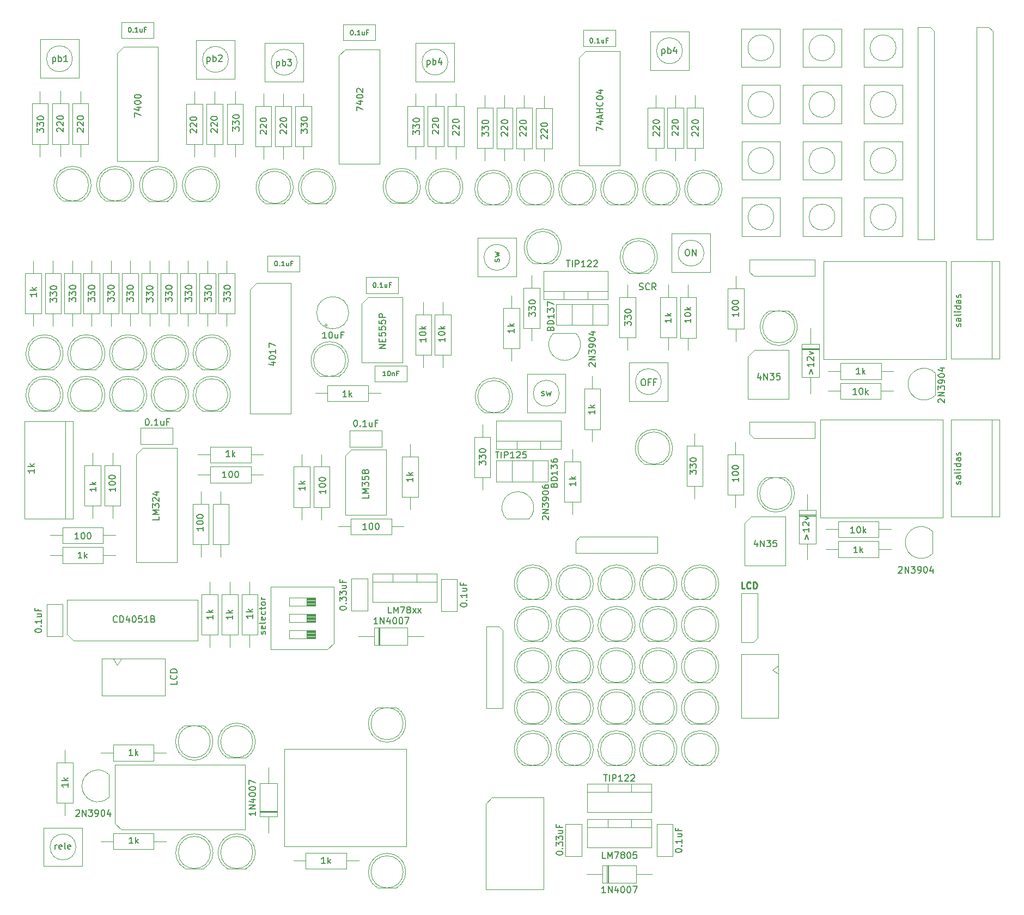
<source format=gbr>
%TF.GenerationSoftware,KiCad,Pcbnew,(6.0.8)*%
%TF.CreationDate,2023-03-21T03:17:03-04:00*%
%TF.ProjectId,pcb de prueba de dispositivos,70636220-6465-4207-9072-756562612064,rev?*%
%TF.SameCoordinates,Original*%
%TF.FileFunction,AssemblyDrawing,Top*%
%FSLAX46Y46*%
G04 Gerber Fmt 4.6, Leading zero omitted, Abs format (unit mm)*
G04 Created by KiCad (PCBNEW (6.0.8)) date 2023-03-21 03:17:03*
%MOMM*%
%LPD*%
G01*
G04 APERTURE LIST*
%ADD10C,0.150000*%
%ADD11C,0.250000*%
%ADD12C,0.100000*%
G04 APERTURE END LIST*
D10*
%TO.C,U3*%
X121727380Y-44914285D02*
X121727380Y-44247619D01*
X122727380Y-44676190D01*
X122060714Y-43438095D02*
X122727380Y-43438095D01*
X121679761Y-43676190D02*
X122394047Y-43914285D01*
X122394047Y-43295238D01*
X122441666Y-42961904D02*
X122441666Y-42485714D01*
X122727380Y-43057142D02*
X121727380Y-42723809D01*
X122727380Y-42390476D01*
X122727380Y-42057142D02*
X121727380Y-42057142D01*
X122203571Y-42057142D02*
X122203571Y-41485714D01*
X122727380Y-41485714D02*
X121727380Y-41485714D01*
X122632142Y-40438095D02*
X122679761Y-40485714D01*
X122727380Y-40628571D01*
X122727380Y-40723809D01*
X122679761Y-40866666D01*
X122584523Y-40961904D01*
X122489285Y-41009523D01*
X122298809Y-41057142D01*
X122155952Y-41057142D01*
X121965476Y-41009523D01*
X121870238Y-40961904D01*
X121775000Y-40866666D01*
X121727380Y-40723809D01*
X121727380Y-40628571D01*
X121775000Y-40485714D01*
X121822619Y-40438095D01*
X121727380Y-39819047D02*
X121727380Y-39723809D01*
X121775000Y-39628571D01*
X121822619Y-39580952D01*
X121917857Y-39533333D01*
X122108333Y-39485714D01*
X122346428Y-39485714D01*
X122536904Y-39533333D01*
X122632142Y-39580952D01*
X122679761Y-39628571D01*
X122727380Y-39723809D01*
X122727380Y-39819047D01*
X122679761Y-39914285D01*
X122632142Y-39961904D01*
X122536904Y-40009523D01*
X122346428Y-40057142D01*
X122108333Y-40057142D01*
X121917857Y-40009523D01*
X121822619Y-39961904D01*
X121775000Y-39914285D01*
X121727380Y-39819047D01*
X122060714Y-38628571D02*
X122727380Y-38628571D01*
X121679761Y-38866666D02*
X122394047Y-39104761D01*
X122394047Y-38485714D01*
%TO.C,R24*%
X63827380Y-71480714D02*
X63827380Y-70861666D01*
X64208333Y-71195000D01*
X64208333Y-71052142D01*
X64255952Y-70956904D01*
X64303571Y-70909285D01*
X64398809Y-70861666D01*
X64636904Y-70861666D01*
X64732142Y-70909285D01*
X64779761Y-70956904D01*
X64827380Y-71052142D01*
X64827380Y-71337857D01*
X64779761Y-71433095D01*
X64732142Y-71480714D01*
X63827380Y-70528333D02*
X63827380Y-69909285D01*
X64208333Y-70242619D01*
X64208333Y-70099761D01*
X64255952Y-70004523D01*
X64303571Y-69956904D01*
X64398809Y-69909285D01*
X64636904Y-69909285D01*
X64732142Y-69956904D01*
X64779761Y-70004523D01*
X64827380Y-70099761D01*
X64827380Y-70385476D01*
X64779761Y-70480714D01*
X64732142Y-70528333D01*
X63827380Y-69290238D02*
X63827380Y-69195000D01*
X63875000Y-69099761D01*
X63922619Y-69052142D01*
X64017857Y-69004523D01*
X64208333Y-68956904D01*
X64446428Y-68956904D01*
X64636904Y-69004523D01*
X64732142Y-69052142D01*
X64779761Y-69099761D01*
X64827380Y-69195000D01*
X64827380Y-69290238D01*
X64779761Y-69385476D01*
X64732142Y-69433095D01*
X64636904Y-69480714D01*
X64446428Y-69528333D01*
X64208333Y-69528333D01*
X64017857Y-69480714D01*
X63922619Y-69433095D01*
X63875000Y-69385476D01*
X63827380Y-69290238D01*
%TO.C,SW5*%
X131907142Y-32210714D02*
X131907142Y-33210714D01*
X131907142Y-32258333D02*
X132002380Y-32210714D01*
X132192857Y-32210714D01*
X132288095Y-32258333D01*
X132335714Y-32305952D01*
X132383333Y-32401190D01*
X132383333Y-32686904D01*
X132335714Y-32782142D01*
X132288095Y-32829761D01*
X132192857Y-32877380D01*
X132002380Y-32877380D01*
X131907142Y-32829761D01*
X132811904Y-32877380D02*
X132811904Y-31877380D01*
X132811904Y-32258333D02*
X132907142Y-32210714D01*
X133097619Y-32210714D01*
X133192857Y-32258333D01*
X133240476Y-32305952D01*
X133288095Y-32401190D01*
X133288095Y-32686904D01*
X133240476Y-32782142D01*
X133192857Y-32829761D01*
X133097619Y-32877380D01*
X132907142Y-32877380D01*
X132811904Y-32829761D01*
X134145238Y-32210714D02*
X134145238Y-32877380D01*
X133907142Y-31829761D02*
X133669047Y-32544047D01*
X134288095Y-32544047D01*
%TO.C,SW7*%
X106579761Y-65253095D02*
X106627380Y-65157857D01*
X106627380Y-64967380D01*
X106579761Y-64872142D01*
X106484523Y-64824523D01*
X106436904Y-64824523D01*
X106341666Y-64872142D01*
X106294047Y-64967380D01*
X106294047Y-65110238D01*
X106246428Y-65205476D01*
X106151190Y-65253095D01*
X106103571Y-65253095D01*
X106008333Y-65205476D01*
X105960714Y-65110238D01*
X105960714Y-64967380D01*
X106008333Y-64872142D01*
X105960714Y-64491190D02*
X106627380Y-64300714D01*
X106151190Y-64110238D01*
X106627380Y-63919761D01*
X105960714Y-63729285D01*
%TO.C,R5*%
X61872619Y-45138095D02*
X61825000Y-45090476D01*
X61777380Y-44995238D01*
X61777380Y-44757142D01*
X61825000Y-44661904D01*
X61872619Y-44614285D01*
X61967857Y-44566666D01*
X62063095Y-44566666D01*
X62205952Y-44614285D01*
X62777380Y-45185714D01*
X62777380Y-44566666D01*
X61872619Y-44185714D02*
X61825000Y-44138095D01*
X61777380Y-44042857D01*
X61777380Y-43804761D01*
X61825000Y-43709523D01*
X61872619Y-43661904D01*
X61967857Y-43614285D01*
X62063095Y-43614285D01*
X62205952Y-43661904D01*
X62777380Y-44233333D01*
X62777380Y-43614285D01*
X61777380Y-42995238D02*
X61777380Y-42900000D01*
X61825000Y-42804761D01*
X61872619Y-42757142D01*
X61967857Y-42709523D01*
X62158333Y-42661904D01*
X62396428Y-42661904D01*
X62586904Y-42709523D01*
X62682142Y-42757142D01*
X62729761Y-42804761D01*
X62777380Y-42900000D01*
X62777380Y-42995238D01*
X62729761Y-43090476D01*
X62682142Y-43138095D01*
X62586904Y-43185714D01*
X62396428Y-43233333D01*
X62158333Y-43233333D01*
X61967857Y-43185714D01*
X61872619Y-43138095D01*
X61825000Y-43090476D01*
X61777380Y-42995238D01*
%TO.C,R58*%
X65152380Y-120294047D02*
X65152380Y-120865476D01*
X65152380Y-120579761D02*
X64152380Y-120579761D01*
X64295238Y-120675000D01*
X64390476Y-120770238D01*
X64438095Y-120865476D01*
X65152380Y-119865476D02*
X64152380Y-119865476D01*
X64771428Y-119770238D02*
X65152380Y-119484523D01*
X64485714Y-119484523D02*
X64866666Y-119865476D01*
%TO.C,C7*%
X120892857Y-30464285D02*
X120964285Y-30464285D01*
X121035714Y-30500000D01*
X121071428Y-30535714D01*
X121107142Y-30607142D01*
X121142857Y-30750000D01*
X121142857Y-30928571D01*
X121107142Y-31071428D01*
X121071428Y-31142857D01*
X121035714Y-31178571D01*
X120964285Y-31214285D01*
X120892857Y-31214285D01*
X120821428Y-31178571D01*
X120785714Y-31142857D01*
X120750000Y-31071428D01*
X120714285Y-30928571D01*
X120714285Y-30750000D01*
X120750000Y-30607142D01*
X120785714Y-30535714D01*
X120821428Y-30500000D01*
X120892857Y-30464285D01*
X121464285Y-31142857D02*
X121500000Y-31178571D01*
X121464285Y-31214285D01*
X121428571Y-31178571D01*
X121464285Y-31142857D01*
X121464285Y-31214285D01*
X122214285Y-31214285D02*
X121785714Y-31214285D01*
X122000000Y-31214285D02*
X122000000Y-30464285D01*
X121928571Y-30571428D01*
X121857142Y-30642857D01*
X121785714Y-30678571D01*
X122857142Y-30714285D02*
X122857142Y-31214285D01*
X122535714Y-30714285D02*
X122535714Y-31107142D01*
X122571428Y-31178571D01*
X122642857Y-31214285D01*
X122750000Y-31214285D01*
X122821428Y-31178571D01*
X122857142Y-31142857D01*
X123464285Y-30821428D02*
X123214285Y-30821428D01*
X123214285Y-31214285D02*
X123214285Y-30464285D01*
X123571428Y-30464285D01*
%TO.C,R16*%
X113197619Y-46138095D02*
X113150000Y-46090476D01*
X113102380Y-45995238D01*
X113102380Y-45757142D01*
X113150000Y-45661904D01*
X113197619Y-45614285D01*
X113292857Y-45566666D01*
X113388095Y-45566666D01*
X113530952Y-45614285D01*
X114102380Y-46185714D01*
X114102380Y-45566666D01*
X113197619Y-45185714D02*
X113150000Y-45138095D01*
X113102380Y-45042857D01*
X113102380Y-44804761D01*
X113150000Y-44709523D01*
X113197619Y-44661904D01*
X113292857Y-44614285D01*
X113388095Y-44614285D01*
X113530952Y-44661904D01*
X114102380Y-45233333D01*
X114102380Y-44614285D01*
X113102380Y-43995238D02*
X113102380Y-43900000D01*
X113150000Y-43804761D01*
X113197619Y-43757142D01*
X113292857Y-43709523D01*
X113483333Y-43661904D01*
X113721428Y-43661904D01*
X113911904Y-43709523D01*
X114007142Y-43757142D01*
X114054761Y-43804761D01*
X114102380Y-43900000D01*
X114102380Y-43995238D01*
X114054761Y-44090476D01*
X114007142Y-44138095D01*
X113911904Y-44185714D01*
X113721428Y-44233333D01*
X113483333Y-44233333D01*
X113292857Y-44185714D01*
X113197619Y-44138095D01*
X113150000Y-44090476D01*
X113102380Y-43995238D01*
%TO.C,U11*%
X147226785Y-82970714D02*
X147226785Y-83637380D01*
X146988690Y-82589761D02*
X146750595Y-83304047D01*
X147369642Y-83304047D01*
X147750595Y-83637380D02*
X147750595Y-82637380D01*
X148322023Y-83637380D01*
X148322023Y-82637380D01*
X148702976Y-82637380D02*
X149322023Y-82637380D01*
X148988690Y-83018333D01*
X149131547Y-83018333D01*
X149226785Y-83065952D01*
X149274404Y-83113571D01*
X149322023Y-83208809D01*
X149322023Y-83446904D01*
X149274404Y-83542142D01*
X149226785Y-83589761D01*
X149131547Y-83637380D01*
X148845833Y-83637380D01*
X148750595Y-83589761D01*
X148702976Y-83542142D01*
X150226785Y-82637380D02*
X149750595Y-82637380D01*
X149702976Y-83113571D01*
X149750595Y-83065952D01*
X149845833Y-83018333D01*
X150083928Y-83018333D01*
X150179166Y-83065952D01*
X150226785Y-83113571D01*
X150274404Y-83208809D01*
X150274404Y-83446904D01*
X150226785Y-83542142D01*
X150179166Y-83589761D01*
X150083928Y-83637380D01*
X149845833Y-83637380D01*
X149750595Y-83589761D01*
X149702976Y-83542142D01*
%TO.C,R9*%
X72647619Y-45338095D02*
X72600000Y-45290476D01*
X72552380Y-45195238D01*
X72552380Y-44957142D01*
X72600000Y-44861904D01*
X72647619Y-44814285D01*
X72742857Y-44766666D01*
X72838095Y-44766666D01*
X72980952Y-44814285D01*
X73552380Y-45385714D01*
X73552380Y-44766666D01*
X72647619Y-44385714D02*
X72600000Y-44338095D01*
X72552380Y-44242857D01*
X72552380Y-44004761D01*
X72600000Y-43909523D01*
X72647619Y-43861904D01*
X72742857Y-43814285D01*
X72838095Y-43814285D01*
X72980952Y-43861904D01*
X73552380Y-44433333D01*
X73552380Y-43814285D01*
X72552380Y-43195238D02*
X72552380Y-43100000D01*
X72600000Y-43004761D01*
X72647619Y-42957142D01*
X72742857Y-42909523D01*
X72933333Y-42861904D01*
X73171428Y-42861904D01*
X73361904Y-42909523D01*
X73457142Y-42957142D01*
X73504761Y-43004761D01*
X73552380Y-43100000D01*
X73552380Y-43195238D01*
X73504761Y-43290476D01*
X73457142Y-43338095D01*
X73361904Y-43385714D01*
X73171428Y-43433333D01*
X72933333Y-43433333D01*
X72742857Y-43385714D01*
X72647619Y-43338095D01*
X72600000Y-43290476D01*
X72552380Y-43195238D01*
%TO.C,C12*%
X133982380Y-156892857D02*
X133982380Y-156797619D01*
X134030000Y-156702380D01*
X134077619Y-156654761D01*
X134172857Y-156607142D01*
X134363333Y-156559523D01*
X134601428Y-156559523D01*
X134791904Y-156607142D01*
X134887142Y-156654761D01*
X134934761Y-156702380D01*
X134982380Y-156797619D01*
X134982380Y-156892857D01*
X134934761Y-156988095D01*
X134887142Y-157035714D01*
X134791904Y-157083333D01*
X134601428Y-157130952D01*
X134363333Y-157130952D01*
X134172857Y-157083333D01*
X134077619Y-157035714D01*
X134030000Y-156988095D01*
X133982380Y-156892857D01*
X134887142Y-156130952D02*
X134934761Y-156083333D01*
X134982380Y-156130952D01*
X134934761Y-156178571D01*
X134887142Y-156130952D01*
X134982380Y-156130952D01*
X134982380Y-155130952D02*
X134982380Y-155702380D01*
X134982380Y-155416666D02*
X133982380Y-155416666D01*
X134125238Y-155511904D01*
X134220476Y-155607142D01*
X134268095Y-155702380D01*
X134315714Y-154273809D02*
X134982380Y-154273809D01*
X134315714Y-154702380D02*
X134839523Y-154702380D01*
X134934761Y-154654761D01*
X134982380Y-154559523D01*
X134982380Y-154416666D01*
X134934761Y-154321428D01*
X134887142Y-154273809D01*
X134458571Y-153464285D02*
X134458571Y-153797619D01*
X134982380Y-153797619D02*
X133982380Y-153797619D01*
X133982380Y-153321428D01*
%TO.C,R47*%
X60577380Y-106516666D02*
X60577380Y-107088095D01*
X60577380Y-106802380D02*
X59577380Y-106802380D01*
X59720238Y-106897619D01*
X59815476Y-106992857D01*
X59863095Y-107088095D01*
X59577380Y-105897619D02*
X59577380Y-105802380D01*
X59625000Y-105707142D01*
X59672619Y-105659523D01*
X59767857Y-105611904D01*
X59958333Y-105564285D01*
X60196428Y-105564285D01*
X60386904Y-105611904D01*
X60482142Y-105659523D01*
X60529761Y-105707142D01*
X60577380Y-105802380D01*
X60577380Y-105897619D01*
X60529761Y-105992857D01*
X60482142Y-106040476D01*
X60386904Y-106088095D01*
X60196428Y-106135714D01*
X59958333Y-106135714D01*
X59767857Y-106088095D01*
X59672619Y-106040476D01*
X59625000Y-105992857D01*
X59577380Y-105897619D01*
X59577380Y-104945238D02*
X59577380Y-104850000D01*
X59625000Y-104754761D01*
X59672619Y-104707142D01*
X59767857Y-104659523D01*
X59958333Y-104611904D01*
X60196428Y-104611904D01*
X60386904Y-104659523D01*
X60482142Y-104707142D01*
X60529761Y-104754761D01*
X60577380Y-104850000D01*
X60577380Y-104945238D01*
X60529761Y-105040476D01*
X60482142Y-105088095D01*
X60386904Y-105135714D01*
X60196428Y-105183333D01*
X59958333Y-105183333D01*
X59767857Y-105135714D01*
X59672619Y-105088095D01*
X59625000Y-105040476D01*
X59577380Y-104945238D01*
%TO.C,R12*%
X96297619Y-45383095D02*
X96250000Y-45335476D01*
X96202380Y-45240238D01*
X96202380Y-45002142D01*
X96250000Y-44906904D01*
X96297619Y-44859285D01*
X96392857Y-44811666D01*
X96488095Y-44811666D01*
X96630952Y-44859285D01*
X97202380Y-45430714D01*
X97202380Y-44811666D01*
X96297619Y-44430714D02*
X96250000Y-44383095D01*
X96202380Y-44287857D01*
X96202380Y-44049761D01*
X96250000Y-43954523D01*
X96297619Y-43906904D01*
X96392857Y-43859285D01*
X96488095Y-43859285D01*
X96630952Y-43906904D01*
X97202380Y-44478333D01*
X97202380Y-43859285D01*
X96202380Y-43240238D02*
X96202380Y-43145000D01*
X96250000Y-43049761D01*
X96297619Y-43002142D01*
X96392857Y-42954523D01*
X96583333Y-42906904D01*
X96821428Y-42906904D01*
X97011904Y-42954523D01*
X97107142Y-43002142D01*
X97154761Y-43049761D01*
X97202380Y-43145000D01*
X97202380Y-43240238D01*
X97154761Y-43335476D01*
X97107142Y-43383095D01*
X97011904Y-43430714D01*
X96821428Y-43478333D01*
X96583333Y-43478333D01*
X96392857Y-43430714D01*
X96297619Y-43383095D01*
X96250000Y-43335476D01*
X96202380Y-43240238D01*
%TO.C,J7*%
X178329761Y-75351190D02*
X178377380Y-75255952D01*
X178377380Y-75065476D01*
X178329761Y-74970238D01*
X178234523Y-74922619D01*
X178186904Y-74922619D01*
X178091666Y-74970238D01*
X178044047Y-75065476D01*
X178044047Y-75208333D01*
X177996428Y-75303571D01*
X177901190Y-75351190D01*
X177853571Y-75351190D01*
X177758333Y-75303571D01*
X177710714Y-75208333D01*
X177710714Y-75065476D01*
X177758333Y-74970238D01*
X178377380Y-74065476D02*
X177853571Y-74065476D01*
X177758333Y-74113095D01*
X177710714Y-74208333D01*
X177710714Y-74398809D01*
X177758333Y-74494047D01*
X178329761Y-74065476D02*
X178377380Y-74160714D01*
X178377380Y-74398809D01*
X178329761Y-74494047D01*
X178234523Y-74541666D01*
X178139285Y-74541666D01*
X178044047Y-74494047D01*
X177996428Y-74398809D01*
X177996428Y-74160714D01*
X177948809Y-74065476D01*
X178377380Y-73446428D02*
X178329761Y-73541666D01*
X178234523Y-73589285D01*
X177377380Y-73589285D01*
X178377380Y-73065476D02*
X177710714Y-73065476D01*
X177377380Y-73065476D02*
X177425000Y-73113095D01*
X177472619Y-73065476D01*
X177425000Y-73017857D01*
X177377380Y-73065476D01*
X177472619Y-73065476D01*
X178377380Y-72160714D02*
X177377380Y-72160714D01*
X178329761Y-72160714D02*
X178377380Y-72255952D01*
X178377380Y-72446428D01*
X178329761Y-72541666D01*
X178282142Y-72589285D01*
X178186904Y-72636904D01*
X177901190Y-72636904D01*
X177805952Y-72589285D01*
X177758333Y-72541666D01*
X177710714Y-72446428D01*
X177710714Y-72255952D01*
X177758333Y-72160714D01*
X178377380Y-71255952D02*
X177853571Y-71255952D01*
X177758333Y-71303571D01*
X177710714Y-71398809D01*
X177710714Y-71589285D01*
X177758333Y-71684523D01*
X178329761Y-71255952D02*
X178377380Y-71351190D01*
X178377380Y-71589285D01*
X178329761Y-71684523D01*
X178234523Y-71732142D01*
X178139285Y-71732142D01*
X178044047Y-71684523D01*
X177996428Y-71589285D01*
X177996428Y-71351190D01*
X177948809Y-71255952D01*
X178329761Y-70827380D02*
X178377380Y-70732142D01*
X178377380Y-70541666D01*
X178329761Y-70446428D01*
X178234523Y-70398809D01*
X178186904Y-70398809D01*
X178091666Y-70446428D01*
X178044047Y-70541666D01*
X178044047Y-70684523D01*
X177996428Y-70779761D01*
X177901190Y-70827380D01*
X177853571Y-70827380D01*
X177758333Y-70779761D01*
X177710714Y-70684523D01*
X177710714Y-70541666D01*
X177758333Y-70446428D01*
%TO.C,RV2*%
X34327380Y-97544047D02*
X34327380Y-98115476D01*
X34327380Y-97829761D02*
X33327380Y-97829761D01*
X33470238Y-97925000D01*
X33565476Y-98020238D01*
X33613095Y-98115476D01*
X34327380Y-97115476D02*
X33327380Y-97115476D01*
X33946428Y-97020238D02*
X34327380Y-96734523D01*
X33660714Y-96734523D02*
X34041666Y-97115476D01*
%TO.C,SW10*%
X37584523Y-156627380D02*
X37584523Y-155960714D01*
X37584523Y-156151190D02*
X37632142Y-156055952D01*
X37679761Y-156008333D01*
X37775000Y-155960714D01*
X37870238Y-155960714D01*
X38584523Y-156579761D02*
X38489285Y-156627380D01*
X38298809Y-156627380D01*
X38203571Y-156579761D01*
X38155952Y-156484523D01*
X38155952Y-156103571D01*
X38203571Y-156008333D01*
X38298809Y-155960714D01*
X38489285Y-155960714D01*
X38584523Y-156008333D01*
X38632142Y-156103571D01*
X38632142Y-156198809D01*
X38155952Y-156294047D01*
X39203571Y-156627380D02*
X39108333Y-156579761D01*
X39060714Y-156484523D01*
X39060714Y-155627380D01*
X39965476Y-156579761D02*
X39870238Y-156627380D01*
X39679761Y-156627380D01*
X39584523Y-156579761D01*
X39536904Y-156484523D01*
X39536904Y-156103571D01*
X39584523Y-156008333D01*
X39679761Y-155960714D01*
X39870238Y-155960714D01*
X39965476Y-156008333D01*
X40013095Y-156103571D01*
X40013095Y-156198809D01*
X39536904Y-156294047D01*
%TO.C,R54*%
X41730952Y-111377380D02*
X41159523Y-111377380D01*
X41445238Y-111377380D02*
X41445238Y-110377380D01*
X41350000Y-110520238D01*
X41254761Y-110615476D01*
X41159523Y-110663095D01*
X42159523Y-111377380D02*
X42159523Y-110377380D01*
X42254761Y-110996428D02*
X42540476Y-111377380D01*
X42540476Y-110710714D02*
X42159523Y-111091666D01*
%TO.C,R51*%
X86008333Y-106927380D02*
X85436904Y-106927380D01*
X85722619Y-106927380D02*
X85722619Y-105927380D01*
X85627380Y-106070238D01*
X85532142Y-106165476D01*
X85436904Y-106213095D01*
X86627380Y-105927380D02*
X86722619Y-105927380D01*
X86817857Y-105975000D01*
X86865476Y-106022619D01*
X86913095Y-106117857D01*
X86960714Y-106308333D01*
X86960714Y-106546428D01*
X86913095Y-106736904D01*
X86865476Y-106832142D01*
X86817857Y-106879761D01*
X86722619Y-106927380D01*
X86627380Y-106927380D01*
X86532142Y-106879761D01*
X86484523Y-106832142D01*
X86436904Y-106736904D01*
X86389285Y-106546428D01*
X86389285Y-106308333D01*
X86436904Y-106117857D01*
X86484523Y-106022619D01*
X86532142Y-105975000D01*
X86627380Y-105927380D01*
X87579761Y-105927380D02*
X87675000Y-105927380D01*
X87770238Y-105975000D01*
X87817857Y-106022619D01*
X87865476Y-106117857D01*
X87913095Y-106308333D01*
X87913095Y-106546428D01*
X87865476Y-106736904D01*
X87817857Y-106832142D01*
X87770238Y-106879761D01*
X87675000Y-106927380D01*
X87579761Y-106927380D01*
X87484523Y-106879761D01*
X87436904Y-106832142D01*
X87389285Y-106736904D01*
X87341666Y-106546428D01*
X87341666Y-106308333D01*
X87389285Y-106117857D01*
X87436904Y-106022619D01*
X87484523Y-105975000D01*
X87579761Y-105927380D01*
%TO.C,R41*%
X121452380Y-88369047D02*
X121452380Y-88940476D01*
X121452380Y-88654761D02*
X120452380Y-88654761D01*
X120595238Y-88750000D01*
X120690476Y-88845238D01*
X120738095Y-88940476D01*
X121452380Y-87940476D02*
X120452380Y-87940476D01*
X121071428Y-87845238D02*
X121452380Y-87559523D01*
X120785714Y-87559523D02*
X121166666Y-87940476D01*
%TO.C,R50*%
X79602380Y-100726666D02*
X79602380Y-101298095D01*
X79602380Y-101012380D02*
X78602380Y-101012380D01*
X78745238Y-101107619D01*
X78840476Y-101202857D01*
X78888095Y-101298095D01*
X78602380Y-100107619D02*
X78602380Y-100012380D01*
X78650000Y-99917142D01*
X78697619Y-99869523D01*
X78792857Y-99821904D01*
X78983333Y-99774285D01*
X79221428Y-99774285D01*
X79411904Y-99821904D01*
X79507142Y-99869523D01*
X79554761Y-99917142D01*
X79602380Y-100012380D01*
X79602380Y-100107619D01*
X79554761Y-100202857D01*
X79507142Y-100250476D01*
X79411904Y-100298095D01*
X79221428Y-100345714D01*
X78983333Y-100345714D01*
X78792857Y-100298095D01*
X78697619Y-100250476D01*
X78650000Y-100202857D01*
X78602380Y-100107619D01*
X78602380Y-99155238D02*
X78602380Y-99060000D01*
X78650000Y-98964761D01*
X78697619Y-98917142D01*
X78792857Y-98869523D01*
X78983333Y-98821904D01*
X79221428Y-98821904D01*
X79411904Y-98869523D01*
X79507142Y-98917142D01*
X79554761Y-98964761D01*
X79602380Y-99060000D01*
X79602380Y-99155238D01*
X79554761Y-99250476D01*
X79507142Y-99298095D01*
X79411904Y-99345714D01*
X79221428Y-99393333D01*
X78983333Y-99393333D01*
X78792857Y-99345714D01*
X78697619Y-99298095D01*
X78650000Y-99250476D01*
X78602380Y-99155238D01*
%TO.C,R2*%
X65202380Y-44930714D02*
X65202380Y-44311666D01*
X65583333Y-44645000D01*
X65583333Y-44502142D01*
X65630952Y-44406904D01*
X65678571Y-44359285D01*
X65773809Y-44311666D01*
X66011904Y-44311666D01*
X66107142Y-44359285D01*
X66154761Y-44406904D01*
X66202380Y-44502142D01*
X66202380Y-44787857D01*
X66154761Y-44883095D01*
X66107142Y-44930714D01*
X65202380Y-43978333D02*
X65202380Y-43359285D01*
X65583333Y-43692619D01*
X65583333Y-43549761D01*
X65630952Y-43454523D01*
X65678571Y-43406904D01*
X65773809Y-43359285D01*
X66011904Y-43359285D01*
X66107142Y-43406904D01*
X66154761Y-43454523D01*
X66202380Y-43549761D01*
X66202380Y-43835476D01*
X66154761Y-43930714D01*
X66107142Y-43978333D01*
X65202380Y-42740238D02*
X65202380Y-42645000D01*
X65250000Y-42549761D01*
X65297619Y-42502142D01*
X65392857Y-42454523D01*
X65583333Y-42406904D01*
X65821428Y-42406904D01*
X66011904Y-42454523D01*
X66107142Y-42502142D01*
X66154761Y-42549761D01*
X66202380Y-42645000D01*
X66202380Y-42740238D01*
X66154761Y-42835476D01*
X66107142Y-42883095D01*
X66011904Y-42930714D01*
X65821428Y-42978333D01*
X65583333Y-42978333D01*
X65392857Y-42930714D01*
X65297619Y-42883095D01*
X65250000Y-42835476D01*
X65202380Y-42740238D01*
%TO.C,R31*%
X42752380Y-71480714D02*
X42752380Y-70861666D01*
X43133333Y-71195000D01*
X43133333Y-71052142D01*
X43180952Y-70956904D01*
X43228571Y-70909285D01*
X43323809Y-70861666D01*
X43561904Y-70861666D01*
X43657142Y-70909285D01*
X43704761Y-70956904D01*
X43752380Y-71052142D01*
X43752380Y-71337857D01*
X43704761Y-71433095D01*
X43657142Y-71480714D01*
X42752380Y-70528333D02*
X42752380Y-69909285D01*
X43133333Y-70242619D01*
X43133333Y-70099761D01*
X43180952Y-70004523D01*
X43228571Y-69956904D01*
X43323809Y-69909285D01*
X43561904Y-69909285D01*
X43657142Y-69956904D01*
X43704761Y-70004523D01*
X43752380Y-70099761D01*
X43752380Y-70385476D01*
X43704761Y-70480714D01*
X43657142Y-70528333D01*
X42752380Y-69290238D02*
X42752380Y-69195000D01*
X42800000Y-69099761D01*
X42847619Y-69052142D01*
X42942857Y-69004523D01*
X43133333Y-68956904D01*
X43371428Y-68956904D01*
X43561904Y-69004523D01*
X43657142Y-69052142D01*
X43704761Y-69099761D01*
X43752380Y-69195000D01*
X43752380Y-69290238D01*
X43704761Y-69385476D01*
X43657142Y-69433095D01*
X43561904Y-69480714D01*
X43371428Y-69528333D01*
X43133333Y-69528333D01*
X42942857Y-69480714D01*
X42847619Y-69433095D01*
X42800000Y-69385476D01*
X42752380Y-69290238D01*
%TO.C,R21*%
X98152380Y-77097738D02*
X98152380Y-77669166D01*
X98152380Y-77383452D02*
X97152380Y-77383452D01*
X97295238Y-77478690D01*
X97390476Y-77573928D01*
X97438095Y-77669166D01*
X97152380Y-76478690D02*
X97152380Y-76383452D01*
X97200000Y-76288214D01*
X97247619Y-76240595D01*
X97342857Y-76192976D01*
X97533333Y-76145357D01*
X97771428Y-76145357D01*
X97961904Y-76192976D01*
X98057142Y-76240595D01*
X98104761Y-76288214D01*
X98152380Y-76383452D01*
X98152380Y-76478690D01*
X98104761Y-76573928D01*
X98057142Y-76621547D01*
X97961904Y-76669166D01*
X97771428Y-76716785D01*
X97533333Y-76716785D01*
X97342857Y-76669166D01*
X97247619Y-76621547D01*
X97200000Y-76573928D01*
X97152380Y-76478690D01*
X98152380Y-75716785D02*
X97152380Y-75716785D01*
X97771428Y-75621547D02*
X98152380Y-75335833D01*
X97485714Y-75335833D02*
X97866666Y-75716785D01*
%TO.C,D30*%
X68727380Y-150817857D02*
X68727380Y-151389285D01*
X68727380Y-151103571D02*
X67727380Y-151103571D01*
X67870238Y-151198809D01*
X67965476Y-151294047D01*
X68013095Y-151389285D01*
X68727380Y-150389285D02*
X67727380Y-150389285D01*
X68727380Y-149817857D01*
X67727380Y-149817857D01*
X68060714Y-148913095D02*
X68727380Y-148913095D01*
X67679761Y-149151190D02*
X68394047Y-149389285D01*
X68394047Y-148770238D01*
X67727380Y-148198809D02*
X67727380Y-148103571D01*
X67775000Y-148008333D01*
X67822619Y-147960714D01*
X67917857Y-147913095D01*
X68108333Y-147865476D01*
X68346428Y-147865476D01*
X68536904Y-147913095D01*
X68632142Y-147960714D01*
X68679761Y-148008333D01*
X68727380Y-148103571D01*
X68727380Y-148198809D01*
X68679761Y-148294047D01*
X68632142Y-148341666D01*
X68536904Y-148389285D01*
X68346428Y-148436904D01*
X68108333Y-148436904D01*
X67917857Y-148389285D01*
X67822619Y-148341666D01*
X67775000Y-148294047D01*
X67727380Y-148198809D01*
X67727380Y-147246428D02*
X67727380Y-147151190D01*
X67775000Y-147055952D01*
X67822619Y-147008333D01*
X67917857Y-146960714D01*
X68108333Y-146913095D01*
X68346428Y-146913095D01*
X68536904Y-146960714D01*
X68632142Y-147008333D01*
X68679761Y-147055952D01*
X68727380Y-147151190D01*
X68727380Y-147246428D01*
X68679761Y-147341666D01*
X68632142Y-147389285D01*
X68536904Y-147436904D01*
X68346428Y-147484523D01*
X68108333Y-147484523D01*
X67917857Y-147436904D01*
X67822619Y-147389285D01*
X67775000Y-147341666D01*
X67727380Y-147246428D01*
X67727380Y-146579761D02*
X67727380Y-145913095D01*
X68727380Y-146341666D01*
%TO.C,R52*%
X41228333Y-108402380D02*
X40656904Y-108402380D01*
X40942619Y-108402380D02*
X40942619Y-107402380D01*
X40847380Y-107545238D01*
X40752142Y-107640476D01*
X40656904Y-107688095D01*
X41847380Y-107402380D02*
X41942619Y-107402380D01*
X42037857Y-107450000D01*
X42085476Y-107497619D01*
X42133095Y-107592857D01*
X42180714Y-107783333D01*
X42180714Y-108021428D01*
X42133095Y-108211904D01*
X42085476Y-108307142D01*
X42037857Y-108354761D01*
X41942619Y-108402380D01*
X41847380Y-108402380D01*
X41752142Y-108354761D01*
X41704523Y-108307142D01*
X41656904Y-108211904D01*
X41609285Y-108021428D01*
X41609285Y-107783333D01*
X41656904Y-107592857D01*
X41704523Y-107497619D01*
X41752142Y-107450000D01*
X41847380Y-107402380D01*
X42799761Y-107402380D02*
X42895000Y-107402380D01*
X42990238Y-107450000D01*
X43037857Y-107497619D01*
X43085476Y-107592857D01*
X43133095Y-107783333D01*
X43133095Y-108021428D01*
X43085476Y-108211904D01*
X43037857Y-108307142D01*
X42990238Y-108354761D01*
X42895000Y-108402380D01*
X42799761Y-108402380D01*
X42704523Y-108354761D01*
X42656904Y-108307142D01*
X42609285Y-108211904D01*
X42561666Y-108021428D01*
X42561666Y-107783333D01*
X42609285Y-107592857D01*
X42656904Y-107497619D01*
X42704523Y-107450000D01*
X42799761Y-107402380D01*
%TO.C,U7*%
X47229761Y-121257142D02*
X47182142Y-121304761D01*
X47039285Y-121352380D01*
X46944047Y-121352380D01*
X46801190Y-121304761D01*
X46705952Y-121209523D01*
X46658333Y-121114285D01*
X46610714Y-120923809D01*
X46610714Y-120780952D01*
X46658333Y-120590476D01*
X46705952Y-120495238D01*
X46801190Y-120400000D01*
X46944047Y-120352380D01*
X47039285Y-120352380D01*
X47182142Y-120400000D01*
X47229761Y-120447619D01*
X47658333Y-121352380D02*
X47658333Y-120352380D01*
X47896428Y-120352380D01*
X48039285Y-120400000D01*
X48134523Y-120495238D01*
X48182142Y-120590476D01*
X48229761Y-120780952D01*
X48229761Y-120923809D01*
X48182142Y-121114285D01*
X48134523Y-121209523D01*
X48039285Y-121304761D01*
X47896428Y-121352380D01*
X47658333Y-121352380D01*
X49086904Y-120685714D02*
X49086904Y-121352380D01*
X48848809Y-120304761D02*
X48610714Y-121019047D01*
X49229761Y-121019047D01*
X49801190Y-120352380D02*
X49896428Y-120352380D01*
X49991666Y-120400000D01*
X50039285Y-120447619D01*
X50086904Y-120542857D01*
X50134523Y-120733333D01*
X50134523Y-120971428D01*
X50086904Y-121161904D01*
X50039285Y-121257142D01*
X49991666Y-121304761D01*
X49896428Y-121352380D01*
X49801190Y-121352380D01*
X49705952Y-121304761D01*
X49658333Y-121257142D01*
X49610714Y-121161904D01*
X49563095Y-120971428D01*
X49563095Y-120733333D01*
X49610714Y-120542857D01*
X49658333Y-120447619D01*
X49705952Y-120400000D01*
X49801190Y-120352380D01*
X51039285Y-120352380D02*
X50563095Y-120352380D01*
X50515476Y-120828571D01*
X50563095Y-120780952D01*
X50658333Y-120733333D01*
X50896428Y-120733333D01*
X50991666Y-120780952D01*
X51039285Y-120828571D01*
X51086904Y-120923809D01*
X51086904Y-121161904D01*
X51039285Y-121257142D01*
X50991666Y-121304761D01*
X50896428Y-121352380D01*
X50658333Y-121352380D01*
X50563095Y-121304761D01*
X50515476Y-121257142D01*
X52039285Y-121352380D02*
X51467857Y-121352380D01*
X51753571Y-121352380D02*
X51753571Y-120352380D01*
X51658333Y-120495238D01*
X51563095Y-120590476D01*
X51467857Y-120638095D01*
X52801190Y-120828571D02*
X52944047Y-120876190D01*
X52991666Y-120923809D01*
X53039285Y-121019047D01*
X53039285Y-121161904D01*
X52991666Y-121257142D01*
X52944047Y-121304761D01*
X52848809Y-121352380D01*
X52467857Y-121352380D01*
X52467857Y-120352380D01*
X52801190Y-120352380D01*
X52896428Y-120400000D01*
X52944047Y-120447619D01*
X52991666Y-120542857D01*
X52991666Y-120638095D01*
X52944047Y-120733333D01*
X52896428Y-120780952D01*
X52801190Y-120828571D01*
X52467857Y-120828571D01*
%TO.C,C4*%
X71892857Y-65164285D02*
X71964285Y-65164285D01*
X72035714Y-65200000D01*
X72071428Y-65235714D01*
X72107142Y-65307142D01*
X72142857Y-65450000D01*
X72142857Y-65628571D01*
X72107142Y-65771428D01*
X72071428Y-65842857D01*
X72035714Y-65878571D01*
X71964285Y-65914285D01*
X71892857Y-65914285D01*
X71821428Y-65878571D01*
X71785714Y-65842857D01*
X71750000Y-65771428D01*
X71714285Y-65628571D01*
X71714285Y-65450000D01*
X71750000Y-65307142D01*
X71785714Y-65235714D01*
X71821428Y-65200000D01*
X71892857Y-65164285D01*
X72464285Y-65842857D02*
X72500000Y-65878571D01*
X72464285Y-65914285D01*
X72428571Y-65878571D01*
X72464285Y-65842857D01*
X72464285Y-65914285D01*
X73214285Y-65914285D02*
X72785714Y-65914285D01*
X73000000Y-65914285D02*
X73000000Y-65164285D01*
X72928571Y-65271428D01*
X72857142Y-65342857D01*
X72785714Y-65378571D01*
X73857142Y-65414285D02*
X73857142Y-65914285D01*
X73535714Y-65414285D02*
X73535714Y-65807142D01*
X73571428Y-65878571D01*
X73642857Y-65914285D01*
X73750000Y-65914285D01*
X73821428Y-65878571D01*
X73857142Y-65842857D01*
X74464285Y-65521428D02*
X74214285Y-65521428D01*
X74214285Y-65914285D02*
X74214285Y-65164285D01*
X74571428Y-65164285D01*
%TO.C,R35*%
X133352380Y-74119047D02*
X133352380Y-74690476D01*
X133352380Y-74404761D02*
X132352380Y-74404761D01*
X132495238Y-74500000D01*
X132590476Y-74595238D01*
X132638095Y-74690476D01*
X133352380Y-73690476D02*
X132352380Y-73690476D01*
X132971428Y-73595238D02*
X133352380Y-73309523D01*
X132685714Y-73309523D02*
X133066666Y-73690476D01*
%TO.C,J9*%
X178304761Y-99876190D02*
X178352380Y-99780952D01*
X178352380Y-99590476D01*
X178304761Y-99495238D01*
X178209523Y-99447619D01*
X178161904Y-99447619D01*
X178066666Y-99495238D01*
X178019047Y-99590476D01*
X178019047Y-99733333D01*
X177971428Y-99828571D01*
X177876190Y-99876190D01*
X177828571Y-99876190D01*
X177733333Y-99828571D01*
X177685714Y-99733333D01*
X177685714Y-99590476D01*
X177733333Y-99495238D01*
X178352380Y-98590476D02*
X177828571Y-98590476D01*
X177733333Y-98638095D01*
X177685714Y-98733333D01*
X177685714Y-98923809D01*
X177733333Y-99019047D01*
X178304761Y-98590476D02*
X178352380Y-98685714D01*
X178352380Y-98923809D01*
X178304761Y-99019047D01*
X178209523Y-99066666D01*
X178114285Y-99066666D01*
X178019047Y-99019047D01*
X177971428Y-98923809D01*
X177971428Y-98685714D01*
X177923809Y-98590476D01*
X178352380Y-97971428D02*
X178304761Y-98066666D01*
X178209523Y-98114285D01*
X177352380Y-98114285D01*
X178352380Y-97590476D02*
X177685714Y-97590476D01*
X177352380Y-97590476D02*
X177400000Y-97638095D01*
X177447619Y-97590476D01*
X177400000Y-97542857D01*
X177352380Y-97590476D01*
X177447619Y-97590476D01*
X178352380Y-96685714D02*
X177352380Y-96685714D01*
X178304761Y-96685714D02*
X178352380Y-96780952D01*
X178352380Y-96971428D01*
X178304761Y-97066666D01*
X178257142Y-97114285D01*
X178161904Y-97161904D01*
X177876190Y-97161904D01*
X177780952Y-97114285D01*
X177733333Y-97066666D01*
X177685714Y-96971428D01*
X177685714Y-96780952D01*
X177733333Y-96685714D01*
X178352380Y-95780952D02*
X177828571Y-95780952D01*
X177733333Y-95828571D01*
X177685714Y-95923809D01*
X177685714Y-96114285D01*
X177733333Y-96209523D01*
X178304761Y-95780952D02*
X178352380Y-95876190D01*
X178352380Y-96114285D01*
X178304761Y-96209523D01*
X178209523Y-96257142D01*
X178114285Y-96257142D01*
X178019047Y-96209523D01*
X177971428Y-96114285D01*
X177971428Y-95876190D01*
X177923809Y-95780952D01*
X178304761Y-95352380D02*
X178352380Y-95257142D01*
X178352380Y-95066666D01*
X178304761Y-94971428D01*
X178209523Y-94923809D01*
X178161904Y-94923809D01*
X178066666Y-94971428D01*
X178019047Y-95066666D01*
X178019047Y-95209523D01*
X177971428Y-95304761D01*
X177876190Y-95352380D01*
X177828571Y-95352380D01*
X177733333Y-95304761D01*
X177685714Y-95209523D01*
X177685714Y-95066666D01*
X177733333Y-94971428D01*
%TO.C,C13*%
X81827380Y-119194047D02*
X81827380Y-119098809D01*
X81875000Y-119003571D01*
X81922619Y-118955952D01*
X82017857Y-118908333D01*
X82208333Y-118860714D01*
X82446428Y-118860714D01*
X82636904Y-118908333D01*
X82732142Y-118955952D01*
X82779761Y-119003571D01*
X82827380Y-119098809D01*
X82827380Y-119194047D01*
X82779761Y-119289285D01*
X82732142Y-119336904D01*
X82636904Y-119384523D01*
X82446428Y-119432142D01*
X82208333Y-119432142D01*
X82017857Y-119384523D01*
X81922619Y-119336904D01*
X81875000Y-119289285D01*
X81827380Y-119194047D01*
X82732142Y-118432142D02*
X82779761Y-118384523D01*
X82827380Y-118432142D01*
X82779761Y-118479761D01*
X82732142Y-118432142D01*
X82827380Y-118432142D01*
X81827380Y-118051190D02*
X81827380Y-117432142D01*
X82208333Y-117765476D01*
X82208333Y-117622619D01*
X82255952Y-117527380D01*
X82303571Y-117479761D01*
X82398809Y-117432142D01*
X82636904Y-117432142D01*
X82732142Y-117479761D01*
X82779761Y-117527380D01*
X82827380Y-117622619D01*
X82827380Y-117908333D01*
X82779761Y-118003571D01*
X82732142Y-118051190D01*
X81827380Y-117098809D02*
X81827380Y-116479761D01*
X82208333Y-116813095D01*
X82208333Y-116670238D01*
X82255952Y-116575000D01*
X82303571Y-116527380D01*
X82398809Y-116479761D01*
X82636904Y-116479761D01*
X82732142Y-116527380D01*
X82779761Y-116575000D01*
X82827380Y-116670238D01*
X82827380Y-116955952D01*
X82779761Y-117051190D01*
X82732142Y-117098809D01*
X82160714Y-115622619D02*
X82827380Y-115622619D01*
X82160714Y-116051190D02*
X82684523Y-116051190D01*
X82779761Y-116003571D01*
X82827380Y-115908333D01*
X82827380Y-115765476D01*
X82779761Y-115670238D01*
X82732142Y-115622619D01*
X82303571Y-114813095D02*
X82303571Y-115146428D01*
X82827380Y-115146428D02*
X81827380Y-115146428D01*
X81827380Y-114670238D01*
%TO.C,U9*%
X123138333Y-158072380D02*
X122662142Y-158072380D01*
X122662142Y-157072380D01*
X123471666Y-158072380D02*
X123471666Y-157072380D01*
X123805000Y-157786666D01*
X124138333Y-157072380D01*
X124138333Y-158072380D01*
X124519285Y-157072380D02*
X125185952Y-157072380D01*
X124757380Y-158072380D01*
X125709761Y-157500952D02*
X125614523Y-157453333D01*
X125566904Y-157405714D01*
X125519285Y-157310476D01*
X125519285Y-157262857D01*
X125566904Y-157167619D01*
X125614523Y-157120000D01*
X125709761Y-157072380D01*
X125900238Y-157072380D01*
X125995476Y-157120000D01*
X126043095Y-157167619D01*
X126090714Y-157262857D01*
X126090714Y-157310476D01*
X126043095Y-157405714D01*
X125995476Y-157453333D01*
X125900238Y-157500952D01*
X125709761Y-157500952D01*
X125614523Y-157548571D01*
X125566904Y-157596190D01*
X125519285Y-157691428D01*
X125519285Y-157881904D01*
X125566904Y-157977142D01*
X125614523Y-158024761D01*
X125709761Y-158072380D01*
X125900238Y-158072380D01*
X125995476Y-158024761D01*
X126043095Y-157977142D01*
X126090714Y-157881904D01*
X126090714Y-157691428D01*
X126043095Y-157596190D01*
X125995476Y-157548571D01*
X125900238Y-157500952D01*
X126709761Y-157072380D02*
X126805000Y-157072380D01*
X126900238Y-157120000D01*
X126947857Y-157167619D01*
X126995476Y-157262857D01*
X127043095Y-157453333D01*
X127043095Y-157691428D01*
X126995476Y-157881904D01*
X126947857Y-157977142D01*
X126900238Y-158024761D01*
X126805000Y-158072380D01*
X126709761Y-158072380D01*
X126614523Y-158024761D01*
X126566904Y-157977142D01*
X126519285Y-157881904D01*
X126471666Y-157691428D01*
X126471666Y-157453333D01*
X126519285Y-157262857D01*
X126566904Y-157167619D01*
X126614523Y-157120000D01*
X126709761Y-157072380D01*
X127947857Y-157072380D02*
X127471666Y-157072380D01*
X127424047Y-157548571D01*
X127471666Y-157500952D01*
X127566904Y-157453333D01*
X127805000Y-157453333D01*
X127900238Y-157500952D01*
X127947857Y-157548571D01*
X127995476Y-157643809D01*
X127995476Y-157881904D01*
X127947857Y-157977142D01*
X127900238Y-158024761D01*
X127805000Y-158072380D01*
X127566904Y-158072380D01*
X127471666Y-158024761D01*
X127424047Y-157977142D01*
%TO.C,R65*%
X162310952Y-110527380D02*
X161739523Y-110527380D01*
X162025238Y-110527380D02*
X162025238Y-109527380D01*
X161930000Y-109670238D01*
X161834761Y-109765476D01*
X161739523Y-109813095D01*
X162739523Y-110527380D02*
X162739523Y-109527380D01*
X162834761Y-110146428D02*
X163120476Y-110527380D01*
X163120476Y-109860714D02*
X162739523Y-110241666D01*
%TO.C,Q1*%
X120647619Y-81554285D02*
X120600000Y-81506666D01*
X120552380Y-81411428D01*
X120552380Y-81173333D01*
X120600000Y-81078095D01*
X120647619Y-81030476D01*
X120742857Y-80982857D01*
X120838095Y-80982857D01*
X120980952Y-81030476D01*
X121552380Y-81601904D01*
X121552380Y-80982857D01*
X121552380Y-80554285D02*
X120552380Y-80554285D01*
X121552380Y-79982857D01*
X120552380Y-79982857D01*
X120552380Y-79601904D02*
X120552380Y-78982857D01*
X120933333Y-79316190D01*
X120933333Y-79173333D01*
X120980952Y-79078095D01*
X121028571Y-79030476D01*
X121123809Y-78982857D01*
X121361904Y-78982857D01*
X121457142Y-79030476D01*
X121504761Y-79078095D01*
X121552380Y-79173333D01*
X121552380Y-79459047D01*
X121504761Y-79554285D01*
X121457142Y-79601904D01*
X121552380Y-78506666D02*
X121552380Y-78316190D01*
X121504761Y-78220952D01*
X121457142Y-78173333D01*
X121314285Y-78078095D01*
X121123809Y-78030476D01*
X120742857Y-78030476D01*
X120647619Y-78078095D01*
X120600000Y-78125714D01*
X120552380Y-78220952D01*
X120552380Y-78411428D01*
X120600000Y-78506666D01*
X120647619Y-78554285D01*
X120742857Y-78601904D01*
X120980952Y-78601904D01*
X121076190Y-78554285D01*
X121123809Y-78506666D01*
X121171428Y-78411428D01*
X121171428Y-78220952D01*
X121123809Y-78125714D01*
X121076190Y-78078095D01*
X120980952Y-78030476D01*
X120552380Y-77411428D02*
X120552380Y-77316190D01*
X120600000Y-77220952D01*
X120647619Y-77173333D01*
X120742857Y-77125714D01*
X120933333Y-77078095D01*
X121171428Y-77078095D01*
X121361904Y-77125714D01*
X121457142Y-77173333D01*
X121504761Y-77220952D01*
X121552380Y-77316190D01*
X121552380Y-77411428D01*
X121504761Y-77506666D01*
X121457142Y-77554285D01*
X121361904Y-77601904D01*
X121171428Y-77649523D01*
X120933333Y-77649523D01*
X120742857Y-77601904D01*
X120647619Y-77554285D01*
X120600000Y-77506666D01*
X120552380Y-77411428D01*
X120885714Y-76220952D02*
X121552380Y-76220952D01*
X120504761Y-76459047D02*
X121219047Y-76697142D01*
X121219047Y-76078095D01*
%TO.C,D66*%
X154793214Y-82769285D02*
X155078928Y-82007380D01*
X155364642Y-82769285D01*
X155459880Y-81007380D02*
X155459880Y-81578809D01*
X155459880Y-81293095D02*
X154459880Y-81293095D01*
X154602738Y-81388333D01*
X154697976Y-81483571D01*
X154745595Y-81578809D01*
X154555119Y-80626428D02*
X154507500Y-80578809D01*
X154459880Y-80483571D01*
X154459880Y-80245476D01*
X154507500Y-80150238D01*
X154555119Y-80102619D01*
X154650357Y-80055000D01*
X154745595Y-80055000D01*
X154888452Y-80102619D01*
X155459880Y-80674047D01*
X155459880Y-80055000D01*
X154793214Y-79721666D02*
X155459880Y-79483571D01*
X154793214Y-79245476D01*
%TO.C,R44*%
X49630952Y-142052380D02*
X49059523Y-142052380D01*
X49345238Y-142052380D02*
X49345238Y-141052380D01*
X49250000Y-141195238D01*
X49154761Y-141290476D01*
X49059523Y-141338095D01*
X50059523Y-142052380D02*
X50059523Y-141052380D01*
X50154761Y-141671428D02*
X50440476Y-142052380D01*
X50440476Y-141385714D02*
X50059523Y-141766666D01*
%TO.C,R38*%
X39552380Y-146399047D02*
X39552380Y-146970476D01*
X39552380Y-146684761D02*
X38552380Y-146684761D01*
X38695238Y-146780000D01*
X38790476Y-146875238D01*
X38838095Y-146970476D01*
X39552380Y-145970476D02*
X38552380Y-145970476D01*
X39171428Y-145875238D02*
X39552380Y-145589523D01*
X38885714Y-145589523D02*
X39266666Y-145970476D01*
%TO.C,SW2*%
X61207142Y-33435714D02*
X61207142Y-34435714D01*
X61207142Y-33483333D02*
X61302380Y-33435714D01*
X61492857Y-33435714D01*
X61588095Y-33483333D01*
X61635714Y-33530952D01*
X61683333Y-33626190D01*
X61683333Y-33911904D01*
X61635714Y-34007142D01*
X61588095Y-34054761D01*
X61492857Y-34102380D01*
X61302380Y-34102380D01*
X61207142Y-34054761D01*
X62111904Y-34102380D02*
X62111904Y-33102380D01*
X62111904Y-33483333D02*
X62207142Y-33435714D01*
X62397619Y-33435714D01*
X62492857Y-33483333D01*
X62540476Y-33530952D01*
X62588095Y-33626190D01*
X62588095Y-33911904D01*
X62540476Y-34007142D01*
X62492857Y-34054761D01*
X62397619Y-34102380D01*
X62207142Y-34102380D01*
X62111904Y-34054761D01*
X62969047Y-33197619D02*
X63016666Y-33150000D01*
X63111904Y-33102380D01*
X63350000Y-33102380D01*
X63445238Y-33150000D01*
X63492857Y-33197619D01*
X63540476Y-33292857D01*
X63540476Y-33388095D01*
X63492857Y-33530952D01*
X62921428Y-34102380D01*
X63540476Y-34102380D01*
%TO.C,SW11*%
X70229761Y-123184523D02*
X70277380Y-123089285D01*
X70277380Y-122898809D01*
X70229761Y-122803571D01*
X70134523Y-122755952D01*
X70086904Y-122755952D01*
X69991666Y-122803571D01*
X69944047Y-122898809D01*
X69944047Y-123041666D01*
X69896428Y-123136904D01*
X69801190Y-123184523D01*
X69753571Y-123184523D01*
X69658333Y-123136904D01*
X69610714Y-123041666D01*
X69610714Y-122898809D01*
X69658333Y-122803571D01*
X70229761Y-121946428D02*
X70277380Y-122041666D01*
X70277380Y-122232142D01*
X70229761Y-122327380D01*
X70134523Y-122375000D01*
X69753571Y-122375000D01*
X69658333Y-122327380D01*
X69610714Y-122232142D01*
X69610714Y-122041666D01*
X69658333Y-121946428D01*
X69753571Y-121898809D01*
X69848809Y-121898809D01*
X69944047Y-122375000D01*
X70277380Y-121327380D02*
X70229761Y-121422619D01*
X70134523Y-121470238D01*
X69277380Y-121470238D01*
X70229761Y-120565476D02*
X70277380Y-120660714D01*
X70277380Y-120851190D01*
X70229761Y-120946428D01*
X70134523Y-120994047D01*
X69753571Y-120994047D01*
X69658333Y-120946428D01*
X69610714Y-120851190D01*
X69610714Y-120660714D01*
X69658333Y-120565476D01*
X69753571Y-120517857D01*
X69848809Y-120517857D01*
X69944047Y-120994047D01*
X70229761Y-119660714D02*
X70277380Y-119755952D01*
X70277380Y-119946428D01*
X70229761Y-120041666D01*
X70182142Y-120089285D01*
X70086904Y-120136904D01*
X69801190Y-120136904D01*
X69705952Y-120089285D01*
X69658333Y-120041666D01*
X69610714Y-119946428D01*
X69610714Y-119755952D01*
X69658333Y-119660714D01*
X69610714Y-119375000D02*
X69610714Y-118994047D01*
X69277380Y-119232142D02*
X70134523Y-119232142D01*
X70229761Y-119184523D01*
X70277380Y-119089285D01*
X70277380Y-118994047D01*
X70277380Y-118517857D02*
X70229761Y-118613095D01*
X70182142Y-118660714D01*
X70086904Y-118708333D01*
X69801190Y-118708333D01*
X69705952Y-118660714D01*
X69658333Y-118613095D01*
X69610714Y-118517857D01*
X69610714Y-118375000D01*
X69658333Y-118279761D01*
X69705952Y-118232142D01*
X69801190Y-118184523D01*
X70086904Y-118184523D01*
X70182142Y-118232142D01*
X70229761Y-118279761D01*
X70277380Y-118375000D01*
X70277380Y-118517857D01*
X70277380Y-117755952D02*
X69610714Y-117755952D01*
X69801190Y-117755952D02*
X69705952Y-117708333D01*
X69658333Y-117660714D01*
X69610714Y-117565476D01*
X69610714Y-117470238D01*
%TO.C,R40*%
X118477380Y-99519047D02*
X118477380Y-100090476D01*
X118477380Y-99804761D02*
X117477380Y-99804761D01*
X117620238Y-99900000D01*
X117715476Y-99995238D01*
X117763095Y-100090476D01*
X118477380Y-99090476D02*
X117477380Y-99090476D01*
X118096428Y-98995238D02*
X118477380Y-98709523D01*
X117810714Y-98709523D02*
X118191666Y-99090476D01*
%TO.C,R57*%
X62102380Y-120269047D02*
X62102380Y-120840476D01*
X62102380Y-120554761D02*
X61102380Y-120554761D01*
X61245238Y-120650000D01*
X61340476Y-120745238D01*
X61388095Y-120840476D01*
X62102380Y-119840476D02*
X61102380Y-119840476D01*
X61721428Y-119745238D02*
X62102380Y-119459523D01*
X61435714Y-119459523D02*
X61816666Y-119840476D01*
%TO.C,R60*%
X76402380Y-100219047D02*
X76402380Y-100790476D01*
X76402380Y-100504761D02*
X75402380Y-100504761D01*
X75545238Y-100600000D01*
X75640476Y-100695238D01*
X75688095Y-100790476D01*
X76402380Y-99790476D02*
X75402380Y-99790476D01*
X76021428Y-99695238D02*
X76402380Y-99409523D01*
X75735714Y-99409523D02*
X76116666Y-99790476D01*
%TO.C,C11*%
X115482380Y-157294047D02*
X115482380Y-157198809D01*
X115530000Y-157103571D01*
X115577619Y-157055952D01*
X115672857Y-157008333D01*
X115863333Y-156960714D01*
X116101428Y-156960714D01*
X116291904Y-157008333D01*
X116387142Y-157055952D01*
X116434761Y-157103571D01*
X116482380Y-157198809D01*
X116482380Y-157294047D01*
X116434761Y-157389285D01*
X116387142Y-157436904D01*
X116291904Y-157484523D01*
X116101428Y-157532142D01*
X115863333Y-157532142D01*
X115672857Y-157484523D01*
X115577619Y-157436904D01*
X115530000Y-157389285D01*
X115482380Y-157294047D01*
X116387142Y-156532142D02*
X116434761Y-156484523D01*
X116482380Y-156532142D01*
X116434761Y-156579761D01*
X116387142Y-156532142D01*
X116482380Y-156532142D01*
X115482380Y-156151190D02*
X115482380Y-155532142D01*
X115863333Y-155865476D01*
X115863333Y-155722619D01*
X115910952Y-155627380D01*
X115958571Y-155579761D01*
X116053809Y-155532142D01*
X116291904Y-155532142D01*
X116387142Y-155579761D01*
X116434761Y-155627380D01*
X116482380Y-155722619D01*
X116482380Y-156008333D01*
X116434761Y-156103571D01*
X116387142Y-156151190D01*
X115482380Y-155198809D02*
X115482380Y-154579761D01*
X115863333Y-154913095D01*
X115863333Y-154770238D01*
X115910952Y-154675000D01*
X115958571Y-154627380D01*
X116053809Y-154579761D01*
X116291904Y-154579761D01*
X116387142Y-154627380D01*
X116434761Y-154675000D01*
X116482380Y-154770238D01*
X116482380Y-155055952D01*
X116434761Y-155151190D01*
X116387142Y-155198809D01*
X115815714Y-153722619D02*
X116482380Y-153722619D01*
X115815714Y-154151190D02*
X116339523Y-154151190D01*
X116434761Y-154103571D01*
X116482380Y-154008333D01*
X116482380Y-153865476D01*
X116434761Y-153770238D01*
X116387142Y-153722619D01*
X115958571Y-152913095D02*
X115958571Y-153246428D01*
X116482380Y-153246428D02*
X115482380Y-153246428D01*
X115482380Y-152770238D01*
D11*
%TO.C,J11*%
X144759523Y-116107380D02*
X144283333Y-116107380D01*
X144283333Y-115107380D01*
X145664285Y-116012142D02*
X145616666Y-116059761D01*
X145473809Y-116107380D01*
X145378571Y-116107380D01*
X145235714Y-116059761D01*
X145140476Y-115964523D01*
X145092857Y-115869285D01*
X145045238Y-115678809D01*
X145045238Y-115535952D01*
X145092857Y-115345476D01*
X145140476Y-115250238D01*
X145235714Y-115155000D01*
X145378571Y-115107380D01*
X145473809Y-115107380D01*
X145616666Y-115155000D01*
X145664285Y-115202619D01*
X146092857Y-116107380D02*
X146092857Y-115107380D01*
X146330952Y-115107380D01*
X146473809Y-115155000D01*
X146569047Y-115250238D01*
X146616666Y-115345476D01*
X146664285Y-115535952D01*
X146664285Y-115678809D01*
X146616666Y-115869285D01*
X146569047Y-115964523D01*
X146473809Y-116059761D01*
X146330952Y-116107380D01*
X146092857Y-116107380D01*
D10*
%TO.C,R56*%
X136402380Y-74145238D02*
X136402380Y-74716666D01*
X136402380Y-74430952D02*
X135402380Y-74430952D01*
X135545238Y-74526190D01*
X135640476Y-74621428D01*
X135688095Y-74716666D01*
X135402380Y-73526190D02*
X135402380Y-73430952D01*
X135450000Y-73335714D01*
X135497619Y-73288095D01*
X135592857Y-73240476D01*
X135783333Y-73192857D01*
X136021428Y-73192857D01*
X136211904Y-73240476D01*
X136307142Y-73288095D01*
X136354761Y-73335714D01*
X136402380Y-73430952D01*
X136402380Y-73526190D01*
X136354761Y-73621428D01*
X136307142Y-73669047D01*
X136211904Y-73716666D01*
X136021428Y-73764285D01*
X135783333Y-73764285D01*
X135592857Y-73716666D01*
X135497619Y-73669047D01*
X135450000Y-73621428D01*
X135402380Y-73526190D01*
X136402380Y-72764285D02*
X135402380Y-72764285D01*
X136021428Y-72669047D02*
X136402380Y-72383333D01*
X135735714Y-72383333D02*
X136116666Y-72764285D01*
%TO.C,R27*%
X54752380Y-71480714D02*
X54752380Y-70861666D01*
X55133333Y-71195000D01*
X55133333Y-71052142D01*
X55180952Y-70956904D01*
X55228571Y-70909285D01*
X55323809Y-70861666D01*
X55561904Y-70861666D01*
X55657142Y-70909285D01*
X55704761Y-70956904D01*
X55752380Y-71052142D01*
X55752380Y-71337857D01*
X55704761Y-71433095D01*
X55657142Y-71480714D01*
X54752380Y-70528333D02*
X54752380Y-69909285D01*
X55133333Y-70242619D01*
X55133333Y-70099761D01*
X55180952Y-70004523D01*
X55228571Y-69956904D01*
X55323809Y-69909285D01*
X55561904Y-69909285D01*
X55657142Y-69956904D01*
X55704761Y-70004523D01*
X55752380Y-70099761D01*
X55752380Y-70385476D01*
X55704761Y-70480714D01*
X55657142Y-70528333D01*
X54752380Y-69290238D02*
X54752380Y-69195000D01*
X54800000Y-69099761D01*
X54847619Y-69052142D01*
X54942857Y-69004523D01*
X55133333Y-68956904D01*
X55371428Y-68956904D01*
X55561904Y-69004523D01*
X55657142Y-69052142D01*
X55704761Y-69099761D01*
X55752380Y-69195000D01*
X55752380Y-69290238D01*
X55704761Y-69385476D01*
X55657142Y-69433095D01*
X55561904Y-69480714D01*
X55371428Y-69528333D01*
X55133333Y-69528333D01*
X54942857Y-69480714D01*
X54847619Y-69433095D01*
X54800000Y-69385476D01*
X54752380Y-69290238D01*
%TO.C,R63*%
X162688452Y-82767380D02*
X162117023Y-82767380D01*
X162402738Y-82767380D02*
X162402738Y-81767380D01*
X162307500Y-81910238D01*
X162212261Y-82005476D01*
X162117023Y-82053095D01*
X163117023Y-82767380D02*
X163117023Y-81767380D01*
X163212261Y-82386428D02*
X163497976Y-82767380D01*
X163497976Y-82100714D02*
X163117023Y-82481666D01*
%TO.C,C10*%
X84232142Y-89902380D02*
X84327380Y-89902380D01*
X84422619Y-89950000D01*
X84470238Y-89997619D01*
X84517857Y-90092857D01*
X84565476Y-90283333D01*
X84565476Y-90521428D01*
X84517857Y-90711904D01*
X84470238Y-90807142D01*
X84422619Y-90854761D01*
X84327380Y-90902380D01*
X84232142Y-90902380D01*
X84136904Y-90854761D01*
X84089285Y-90807142D01*
X84041666Y-90711904D01*
X83994047Y-90521428D01*
X83994047Y-90283333D01*
X84041666Y-90092857D01*
X84089285Y-89997619D01*
X84136904Y-89950000D01*
X84232142Y-89902380D01*
X84994047Y-90807142D02*
X85041666Y-90854761D01*
X84994047Y-90902380D01*
X84946428Y-90854761D01*
X84994047Y-90807142D01*
X84994047Y-90902380D01*
X85994047Y-90902380D02*
X85422619Y-90902380D01*
X85708333Y-90902380D02*
X85708333Y-89902380D01*
X85613095Y-90045238D01*
X85517857Y-90140476D01*
X85422619Y-90188095D01*
X86851190Y-90235714D02*
X86851190Y-90902380D01*
X86422619Y-90235714D02*
X86422619Y-90759523D01*
X86470238Y-90854761D01*
X86565476Y-90902380D01*
X86708333Y-90902380D01*
X86803571Y-90854761D01*
X86851190Y-90807142D01*
X87660714Y-90378571D02*
X87327380Y-90378571D01*
X87327380Y-90902380D02*
X87327380Y-89902380D01*
X87803571Y-89902380D01*
%TO.C,Q3*%
X117072619Y-65067380D02*
X117644047Y-65067380D01*
X117358333Y-66067380D02*
X117358333Y-65067380D01*
X117977380Y-66067380D02*
X117977380Y-65067380D01*
X118453571Y-66067380D02*
X118453571Y-65067380D01*
X118834523Y-65067380D01*
X118929761Y-65115000D01*
X118977380Y-65162619D01*
X119025000Y-65257857D01*
X119025000Y-65400714D01*
X118977380Y-65495952D01*
X118929761Y-65543571D01*
X118834523Y-65591190D01*
X118453571Y-65591190D01*
X119977380Y-66067380D02*
X119405952Y-66067380D01*
X119691666Y-66067380D02*
X119691666Y-65067380D01*
X119596428Y-65210238D01*
X119501190Y-65305476D01*
X119405952Y-65353095D01*
X120358333Y-65162619D02*
X120405952Y-65115000D01*
X120501190Y-65067380D01*
X120739285Y-65067380D01*
X120834523Y-65115000D01*
X120882142Y-65162619D01*
X120929761Y-65257857D01*
X120929761Y-65353095D01*
X120882142Y-65495952D01*
X120310714Y-66067380D01*
X120929761Y-66067380D01*
X121310714Y-65162619D02*
X121358333Y-65115000D01*
X121453571Y-65067380D01*
X121691666Y-65067380D01*
X121786904Y-65115000D01*
X121834523Y-65162619D01*
X121882142Y-65257857D01*
X121882142Y-65353095D01*
X121834523Y-65495952D01*
X121263095Y-66067380D01*
X121882142Y-66067380D01*
%TO.C,R62*%
X143802380Y-73191666D02*
X143802380Y-73763095D01*
X143802380Y-73477380D02*
X142802380Y-73477380D01*
X142945238Y-73572619D01*
X143040476Y-73667857D01*
X143088095Y-73763095D01*
X142802380Y-72572619D02*
X142802380Y-72477380D01*
X142850000Y-72382142D01*
X142897619Y-72334523D01*
X142992857Y-72286904D01*
X143183333Y-72239285D01*
X143421428Y-72239285D01*
X143611904Y-72286904D01*
X143707142Y-72334523D01*
X143754761Y-72382142D01*
X143802380Y-72477380D01*
X143802380Y-72572619D01*
X143754761Y-72667857D01*
X143707142Y-72715476D01*
X143611904Y-72763095D01*
X143421428Y-72810714D01*
X143183333Y-72810714D01*
X142992857Y-72763095D01*
X142897619Y-72715476D01*
X142850000Y-72667857D01*
X142802380Y-72572619D01*
X142802380Y-71620238D02*
X142802380Y-71525000D01*
X142850000Y-71429761D01*
X142897619Y-71382142D01*
X142992857Y-71334523D01*
X143183333Y-71286904D01*
X143421428Y-71286904D01*
X143611904Y-71334523D01*
X143707142Y-71382142D01*
X143754761Y-71429761D01*
X143802380Y-71525000D01*
X143802380Y-71620238D01*
X143754761Y-71715476D01*
X143707142Y-71763095D01*
X143611904Y-71810714D01*
X143421428Y-71858333D01*
X143183333Y-71858333D01*
X142992857Y-71810714D01*
X142897619Y-71763095D01*
X142850000Y-71715476D01*
X142802380Y-71620238D01*
%TO.C,D29*%
X123137142Y-163422380D02*
X122565714Y-163422380D01*
X122851428Y-163422380D02*
X122851428Y-162422380D01*
X122756190Y-162565238D01*
X122660952Y-162660476D01*
X122565714Y-162708095D01*
X123565714Y-163422380D02*
X123565714Y-162422380D01*
X124137142Y-163422380D01*
X124137142Y-162422380D01*
X125041904Y-162755714D02*
X125041904Y-163422380D01*
X124803809Y-162374761D02*
X124565714Y-163089047D01*
X125184761Y-163089047D01*
X125756190Y-162422380D02*
X125851428Y-162422380D01*
X125946666Y-162470000D01*
X125994285Y-162517619D01*
X126041904Y-162612857D01*
X126089523Y-162803333D01*
X126089523Y-163041428D01*
X126041904Y-163231904D01*
X125994285Y-163327142D01*
X125946666Y-163374761D01*
X125851428Y-163422380D01*
X125756190Y-163422380D01*
X125660952Y-163374761D01*
X125613333Y-163327142D01*
X125565714Y-163231904D01*
X125518095Y-163041428D01*
X125518095Y-162803333D01*
X125565714Y-162612857D01*
X125613333Y-162517619D01*
X125660952Y-162470000D01*
X125756190Y-162422380D01*
X126708571Y-162422380D02*
X126803809Y-162422380D01*
X126899047Y-162470000D01*
X126946666Y-162517619D01*
X126994285Y-162612857D01*
X127041904Y-162803333D01*
X127041904Y-163041428D01*
X126994285Y-163231904D01*
X126946666Y-163327142D01*
X126899047Y-163374761D01*
X126803809Y-163422380D01*
X126708571Y-163422380D01*
X126613333Y-163374761D01*
X126565714Y-163327142D01*
X126518095Y-163231904D01*
X126470476Y-163041428D01*
X126470476Y-162803333D01*
X126518095Y-162612857D01*
X126565714Y-162517619D01*
X126613333Y-162470000D01*
X126708571Y-162422380D01*
X127375238Y-162422380D02*
X128041904Y-162422380D01*
X127613333Y-163422380D01*
%TO.C,U12*%
X146714285Y-108935714D02*
X146714285Y-109602380D01*
X146476190Y-108554761D02*
X146238095Y-109269047D01*
X146857142Y-109269047D01*
X147238095Y-109602380D02*
X147238095Y-108602380D01*
X147809523Y-109602380D01*
X147809523Y-108602380D01*
X148190476Y-108602380D02*
X148809523Y-108602380D01*
X148476190Y-108983333D01*
X148619047Y-108983333D01*
X148714285Y-109030952D01*
X148761904Y-109078571D01*
X148809523Y-109173809D01*
X148809523Y-109411904D01*
X148761904Y-109507142D01*
X148714285Y-109554761D01*
X148619047Y-109602380D01*
X148333333Y-109602380D01*
X148238095Y-109554761D01*
X148190476Y-109507142D01*
X149714285Y-108602380D02*
X149238095Y-108602380D01*
X149190476Y-109078571D01*
X149238095Y-109030952D01*
X149333333Y-108983333D01*
X149571428Y-108983333D01*
X149666666Y-109030952D01*
X149714285Y-109078571D01*
X149761904Y-109173809D01*
X149761904Y-109411904D01*
X149714285Y-109507142D01*
X149666666Y-109554761D01*
X149571428Y-109602380D01*
X149333333Y-109602380D01*
X149238095Y-109554761D01*
X149190476Y-109507142D01*
%TO.C,R39*%
X79550952Y-158877380D02*
X78979523Y-158877380D01*
X79265238Y-158877380D02*
X79265238Y-157877380D01*
X79170000Y-158020238D01*
X79074761Y-158115476D01*
X78979523Y-158163095D01*
X79979523Y-158877380D02*
X79979523Y-157877380D01*
X80074761Y-158496428D02*
X80360476Y-158877380D01*
X80360476Y-158210714D02*
X79979523Y-158591666D01*
%TO.C,R13*%
X103927380Y-45760714D02*
X103927380Y-45141666D01*
X104308333Y-45475000D01*
X104308333Y-45332142D01*
X104355952Y-45236904D01*
X104403571Y-45189285D01*
X104498809Y-45141666D01*
X104736904Y-45141666D01*
X104832142Y-45189285D01*
X104879761Y-45236904D01*
X104927380Y-45332142D01*
X104927380Y-45617857D01*
X104879761Y-45713095D01*
X104832142Y-45760714D01*
X103927380Y-44808333D02*
X103927380Y-44189285D01*
X104308333Y-44522619D01*
X104308333Y-44379761D01*
X104355952Y-44284523D01*
X104403571Y-44236904D01*
X104498809Y-44189285D01*
X104736904Y-44189285D01*
X104832142Y-44236904D01*
X104879761Y-44284523D01*
X104927380Y-44379761D01*
X104927380Y-44665476D01*
X104879761Y-44760714D01*
X104832142Y-44808333D01*
X103927380Y-43570238D02*
X103927380Y-43475000D01*
X103975000Y-43379761D01*
X104022619Y-43332142D01*
X104117857Y-43284523D01*
X104308333Y-43236904D01*
X104546428Y-43236904D01*
X104736904Y-43284523D01*
X104832142Y-43332142D01*
X104879761Y-43379761D01*
X104927380Y-43475000D01*
X104927380Y-43570238D01*
X104879761Y-43665476D01*
X104832142Y-43713095D01*
X104736904Y-43760714D01*
X104546428Y-43808333D01*
X104308333Y-43808333D01*
X104117857Y-43760714D01*
X104022619Y-43713095D01*
X103975000Y-43665476D01*
X103927380Y-43570238D01*
%TO.C,SW8*%
X128922619Y-83527380D02*
X129113095Y-83527380D01*
X129208333Y-83575000D01*
X129303571Y-83670238D01*
X129351190Y-83860714D01*
X129351190Y-84194047D01*
X129303571Y-84384523D01*
X129208333Y-84479761D01*
X129113095Y-84527380D01*
X128922619Y-84527380D01*
X128827380Y-84479761D01*
X128732142Y-84384523D01*
X128684523Y-84194047D01*
X128684523Y-83860714D01*
X128732142Y-83670238D01*
X128827380Y-83575000D01*
X128922619Y-83527380D01*
X130113095Y-84003571D02*
X129779761Y-84003571D01*
X129779761Y-84527380D02*
X129779761Y-83527380D01*
X130255952Y-83527380D01*
X130970238Y-84003571D02*
X130636904Y-84003571D01*
X130636904Y-84527380D02*
X130636904Y-83527380D01*
X131113095Y-83527380D01*
%TO.C,D27*%
X128396285Y-69579761D02*
X128539142Y-69627380D01*
X128777238Y-69627380D01*
X128872476Y-69579761D01*
X128920095Y-69532142D01*
X128967714Y-69436904D01*
X128967714Y-69341666D01*
X128920095Y-69246428D01*
X128872476Y-69198809D01*
X128777238Y-69151190D01*
X128586761Y-69103571D01*
X128491523Y-69055952D01*
X128443904Y-69008333D01*
X128396285Y-68913095D01*
X128396285Y-68817857D01*
X128443904Y-68722619D01*
X128491523Y-68675000D01*
X128586761Y-68627380D01*
X128824857Y-68627380D01*
X128967714Y-68675000D01*
X129967714Y-69532142D02*
X129920095Y-69579761D01*
X129777238Y-69627380D01*
X129682000Y-69627380D01*
X129539142Y-69579761D01*
X129443904Y-69484523D01*
X129396285Y-69389285D01*
X129348666Y-69198809D01*
X129348666Y-69055952D01*
X129396285Y-68865476D01*
X129443904Y-68770238D01*
X129539142Y-68675000D01*
X129682000Y-68627380D01*
X129777238Y-68627380D01*
X129920095Y-68675000D01*
X129967714Y-68722619D01*
X130967714Y-69627380D02*
X130634380Y-69151190D01*
X130396285Y-69627380D02*
X130396285Y-68627380D01*
X130777238Y-68627380D01*
X130872476Y-68675000D01*
X130920095Y-68722619D01*
X130967714Y-68817857D01*
X130967714Y-68960714D01*
X130920095Y-69055952D01*
X130872476Y-69103571D01*
X130777238Y-69151190D01*
X130396285Y-69151190D01*
%TO.C,U2*%
X84427380Y-41781904D02*
X84427380Y-41115238D01*
X85427380Y-41543809D01*
X84760714Y-40305714D02*
X85427380Y-40305714D01*
X84379761Y-40543809D02*
X85094047Y-40781904D01*
X85094047Y-40162857D01*
X84427380Y-39591428D02*
X84427380Y-39496190D01*
X84475000Y-39400952D01*
X84522619Y-39353333D01*
X84617857Y-39305714D01*
X84808333Y-39258095D01*
X85046428Y-39258095D01*
X85236904Y-39305714D01*
X85332142Y-39353333D01*
X85379761Y-39400952D01*
X85427380Y-39496190D01*
X85427380Y-39591428D01*
X85379761Y-39686666D01*
X85332142Y-39734285D01*
X85236904Y-39781904D01*
X85046428Y-39829523D01*
X84808333Y-39829523D01*
X84617857Y-39781904D01*
X84522619Y-39734285D01*
X84475000Y-39686666D01*
X84427380Y-39591428D01*
X84522619Y-38877142D02*
X84475000Y-38829523D01*
X84427380Y-38734285D01*
X84427380Y-38496190D01*
X84475000Y-38400952D01*
X84522619Y-38353333D01*
X84617857Y-38305714D01*
X84713095Y-38305714D01*
X84855952Y-38353333D01*
X85427380Y-38924761D01*
X85427380Y-38305714D01*
%TO.C,R67*%
X161834761Y-107452380D02*
X161263333Y-107452380D01*
X161549047Y-107452380D02*
X161549047Y-106452380D01*
X161453809Y-106595238D01*
X161358571Y-106690476D01*
X161263333Y-106738095D01*
X162453809Y-106452380D02*
X162549047Y-106452380D01*
X162644285Y-106500000D01*
X162691904Y-106547619D01*
X162739523Y-106642857D01*
X162787142Y-106833333D01*
X162787142Y-107071428D01*
X162739523Y-107261904D01*
X162691904Y-107357142D01*
X162644285Y-107404761D01*
X162549047Y-107452380D01*
X162453809Y-107452380D01*
X162358571Y-107404761D01*
X162310952Y-107357142D01*
X162263333Y-107261904D01*
X162215714Y-107071428D01*
X162215714Y-106833333D01*
X162263333Y-106642857D01*
X162310952Y-106547619D01*
X162358571Y-106500000D01*
X162453809Y-106452380D01*
X163215714Y-107452380D02*
X163215714Y-106452380D01*
X163310952Y-107071428D02*
X163596666Y-107452380D01*
X163596666Y-106785714D02*
X163215714Y-107166666D01*
%TO.C,R11*%
X99447619Y-45558095D02*
X99400000Y-45510476D01*
X99352380Y-45415238D01*
X99352380Y-45177142D01*
X99400000Y-45081904D01*
X99447619Y-45034285D01*
X99542857Y-44986666D01*
X99638095Y-44986666D01*
X99780952Y-45034285D01*
X100352380Y-45605714D01*
X100352380Y-44986666D01*
X99447619Y-44605714D02*
X99400000Y-44558095D01*
X99352380Y-44462857D01*
X99352380Y-44224761D01*
X99400000Y-44129523D01*
X99447619Y-44081904D01*
X99542857Y-44034285D01*
X99638095Y-44034285D01*
X99780952Y-44081904D01*
X100352380Y-44653333D01*
X100352380Y-44034285D01*
X99352380Y-43415238D02*
X99352380Y-43320000D01*
X99400000Y-43224761D01*
X99447619Y-43177142D01*
X99542857Y-43129523D01*
X99733333Y-43081904D01*
X99971428Y-43081904D01*
X100161904Y-43129523D01*
X100257142Y-43177142D01*
X100304761Y-43224761D01*
X100352380Y-43320000D01*
X100352380Y-43415238D01*
X100304761Y-43510476D01*
X100257142Y-43558095D01*
X100161904Y-43605714D01*
X99971428Y-43653333D01*
X99733333Y-43653333D01*
X99542857Y-43605714D01*
X99447619Y-43558095D01*
X99400000Y-43510476D01*
X99352380Y-43415238D01*
%TO.C,C2*%
X79728571Y-77179880D02*
X79157142Y-77179880D01*
X79442857Y-77179880D02*
X79442857Y-76179880D01*
X79347619Y-76322738D01*
X79252380Y-76417976D01*
X79157142Y-76465595D01*
X80347619Y-76179880D02*
X80442857Y-76179880D01*
X80538095Y-76227500D01*
X80585714Y-76275119D01*
X80633333Y-76370357D01*
X80680952Y-76560833D01*
X80680952Y-76798928D01*
X80633333Y-76989404D01*
X80585714Y-77084642D01*
X80538095Y-77132261D01*
X80442857Y-77179880D01*
X80347619Y-77179880D01*
X80252380Y-77132261D01*
X80204761Y-77084642D01*
X80157142Y-76989404D01*
X80109523Y-76798928D01*
X80109523Y-76560833D01*
X80157142Y-76370357D01*
X80204761Y-76275119D01*
X80252380Y-76227500D01*
X80347619Y-76179880D01*
X81538095Y-76513214D02*
X81538095Y-77179880D01*
X81109523Y-76513214D02*
X81109523Y-77037023D01*
X81157142Y-77132261D01*
X81252380Y-77179880D01*
X81395238Y-77179880D01*
X81490476Y-77132261D01*
X81538095Y-77084642D01*
X82347619Y-76656071D02*
X82014285Y-76656071D01*
X82014285Y-77179880D02*
X82014285Y-76179880D01*
X82490476Y-76179880D01*
%TO.C,R48*%
X43952380Y-100369047D02*
X43952380Y-100940476D01*
X43952380Y-100654761D02*
X42952380Y-100654761D01*
X43095238Y-100750000D01*
X43190476Y-100845238D01*
X43238095Y-100940476D01*
X43952380Y-99940476D02*
X42952380Y-99940476D01*
X43571428Y-99845238D02*
X43952380Y-99559523D01*
X43285714Y-99559523D02*
X43666666Y-99940476D01*
%TO.C,U10*%
X89866190Y-119927380D02*
X89390000Y-119927380D01*
X89390000Y-118927380D01*
X90199523Y-119927380D02*
X90199523Y-118927380D01*
X90532857Y-119641666D01*
X90866190Y-118927380D01*
X90866190Y-119927380D01*
X91247142Y-118927380D02*
X91913809Y-118927380D01*
X91485238Y-119927380D01*
X92437619Y-119355952D02*
X92342380Y-119308333D01*
X92294761Y-119260714D01*
X92247142Y-119165476D01*
X92247142Y-119117857D01*
X92294761Y-119022619D01*
X92342380Y-118975000D01*
X92437619Y-118927380D01*
X92628095Y-118927380D01*
X92723333Y-118975000D01*
X92770952Y-119022619D01*
X92818571Y-119117857D01*
X92818571Y-119165476D01*
X92770952Y-119260714D01*
X92723333Y-119308333D01*
X92628095Y-119355952D01*
X92437619Y-119355952D01*
X92342380Y-119403571D01*
X92294761Y-119451190D01*
X92247142Y-119546428D01*
X92247142Y-119736904D01*
X92294761Y-119832142D01*
X92342380Y-119879761D01*
X92437619Y-119927380D01*
X92628095Y-119927380D01*
X92723333Y-119879761D01*
X92770952Y-119832142D01*
X92818571Y-119736904D01*
X92818571Y-119546428D01*
X92770952Y-119451190D01*
X92723333Y-119403571D01*
X92628095Y-119355952D01*
X93151904Y-119927380D02*
X93675714Y-119260714D01*
X93151904Y-119260714D02*
X93675714Y-119927380D01*
X93961428Y-119927380D02*
X94485238Y-119260714D01*
X93961428Y-119260714D02*
X94485238Y-119927380D01*
%TO.C,U4*%
X88927380Y-78744166D02*
X87927380Y-78744166D01*
X88927380Y-78172738D01*
X87927380Y-78172738D01*
X88403571Y-77696547D02*
X88403571Y-77363214D01*
X88927380Y-77220357D02*
X88927380Y-77696547D01*
X87927380Y-77696547D01*
X87927380Y-77220357D01*
X87927380Y-76315595D02*
X87927380Y-76791785D01*
X88403571Y-76839404D01*
X88355952Y-76791785D01*
X88308333Y-76696547D01*
X88308333Y-76458452D01*
X88355952Y-76363214D01*
X88403571Y-76315595D01*
X88498809Y-76267976D01*
X88736904Y-76267976D01*
X88832142Y-76315595D01*
X88879761Y-76363214D01*
X88927380Y-76458452D01*
X88927380Y-76696547D01*
X88879761Y-76791785D01*
X88832142Y-76839404D01*
X87927380Y-75363214D02*
X87927380Y-75839404D01*
X88403571Y-75887023D01*
X88355952Y-75839404D01*
X88308333Y-75744166D01*
X88308333Y-75506071D01*
X88355952Y-75410833D01*
X88403571Y-75363214D01*
X88498809Y-75315595D01*
X88736904Y-75315595D01*
X88832142Y-75363214D01*
X88879761Y-75410833D01*
X88927380Y-75506071D01*
X88927380Y-75744166D01*
X88879761Y-75839404D01*
X88832142Y-75887023D01*
X87927380Y-74410833D02*
X87927380Y-74887023D01*
X88403571Y-74934642D01*
X88355952Y-74887023D01*
X88308333Y-74791785D01*
X88308333Y-74553690D01*
X88355952Y-74458452D01*
X88403571Y-74410833D01*
X88498809Y-74363214D01*
X88736904Y-74363214D01*
X88832142Y-74410833D01*
X88879761Y-74458452D01*
X88927380Y-74553690D01*
X88927380Y-74791785D01*
X88879761Y-74887023D01*
X88832142Y-74934642D01*
X88927380Y-73934642D02*
X87927380Y-73934642D01*
X87927380Y-73553690D01*
X87975000Y-73458452D01*
X88022619Y-73410833D01*
X88117857Y-73363214D01*
X88260714Y-73363214D01*
X88355952Y-73410833D01*
X88403571Y-73458452D01*
X88451190Y-73553690D01*
X88451190Y-73934642D01*
%TO.C,R14*%
X107022619Y-45688095D02*
X106975000Y-45640476D01*
X106927380Y-45545238D01*
X106927380Y-45307142D01*
X106975000Y-45211904D01*
X107022619Y-45164285D01*
X107117857Y-45116666D01*
X107213095Y-45116666D01*
X107355952Y-45164285D01*
X107927380Y-45735714D01*
X107927380Y-45116666D01*
X107022619Y-44735714D02*
X106975000Y-44688095D01*
X106927380Y-44592857D01*
X106927380Y-44354761D01*
X106975000Y-44259523D01*
X107022619Y-44211904D01*
X107117857Y-44164285D01*
X107213095Y-44164285D01*
X107355952Y-44211904D01*
X107927380Y-44783333D01*
X107927380Y-44164285D01*
X106927380Y-43545238D02*
X106927380Y-43450000D01*
X106975000Y-43354761D01*
X107022619Y-43307142D01*
X107117857Y-43259523D01*
X107308333Y-43211904D01*
X107546428Y-43211904D01*
X107736904Y-43259523D01*
X107832142Y-43307142D01*
X107879761Y-43354761D01*
X107927380Y-43450000D01*
X107927380Y-43545238D01*
X107879761Y-43640476D01*
X107832142Y-43688095D01*
X107736904Y-43735714D01*
X107546428Y-43783333D01*
X107308333Y-43783333D01*
X107117857Y-43735714D01*
X107022619Y-43688095D01*
X106975000Y-43640476D01*
X106927380Y-43545238D01*
%TO.C,R25*%
X60877380Y-71480714D02*
X60877380Y-70861666D01*
X61258333Y-71195000D01*
X61258333Y-71052142D01*
X61305952Y-70956904D01*
X61353571Y-70909285D01*
X61448809Y-70861666D01*
X61686904Y-70861666D01*
X61782142Y-70909285D01*
X61829761Y-70956904D01*
X61877380Y-71052142D01*
X61877380Y-71337857D01*
X61829761Y-71433095D01*
X61782142Y-71480714D01*
X60877380Y-70528333D02*
X60877380Y-69909285D01*
X61258333Y-70242619D01*
X61258333Y-70099761D01*
X61305952Y-70004523D01*
X61353571Y-69956904D01*
X61448809Y-69909285D01*
X61686904Y-69909285D01*
X61782142Y-69956904D01*
X61829761Y-70004523D01*
X61877380Y-70099761D01*
X61877380Y-70385476D01*
X61829761Y-70480714D01*
X61782142Y-70528333D01*
X60877380Y-69290238D02*
X60877380Y-69195000D01*
X60925000Y-69099761D01*
X60972619Y-69052142D01*
X61067857Y-69004523D01*
X61258333Y-68956904D01*
X61496428Y-68956904D01*
X61686904Y-69004523D01*
X61782142Y-69052142D01*
X61829761Y-69099761D01*
X61877380Y-69195000D01*
X61877380Y-69290238D01*
X61829761Y-69385476D01*
X61782142Y-69433095D01*
X61686904Y-69480714D01*
X61496428Y-69528333D01*
X61258333Y-69528333D01*
X61067857Y-69480714D01*
X60972619Y-69433095D01*
X60925000Y-69385476D01*
X60877380Y-69290238D01*
%TO.C,Q6*%
X106022619Y-94802380D02*
X106594047Y-94802380D01*
X106308333Y-95802380D02*
X106308333Y-94802380D01*
X106927380Y-95802380D02*
X106927380Y-94802380D01*
X107403571Y-95802380D02*
X107403571Y-94802380D01*
X107784523Y-94802380D01*
X107879761Y-94850000D01*
X107927380Y-94897619D01*
X107975000Y-94992857D01*
X107975000Y-95135714D01*
X107927380Y-95230952D01*
X107879761Y-95278571D01*
X107784523Y-95326190D01*
X107403571Y-95326190D01*
X108927380Y-95802380D02*
X108355952Y-95802380D01*
X108641666Y-95802380D02*
X108641666Y-94802380D01*
X108546428Y-94945238D01*
X108451190Y-95040476D01*
X108355952Y-95088095D01*
X109308333Y-94897619D02*
X109355952Y-94850000D01*
X109451190Y-94802380D01*
X109689285Y-94802380D01*
X109784523Y-94850000D01*
X109832142Y-94897619D01*
X109879761Y-94992857D01*
X109879761Y-95088095D01*
X109832142Y-95230952D01*
X109260714Y-95802380D01*
X109879761Y-95802380D01*
X110784523Y-94802380D02*
X110308333Y-94802380D01*
X110260714Y-95278571D01*
X110308333Y-95230952D01*
X110403571Y-95183333D01*
X110641666Y-95183333D01*
X110736904Y-95230952D01*
X110784523Y-95278571D01*
X110832142Y-95373809D01*
X110832142Y-95611904D01*
X110784523Y-95707142D01*
X110736904Y-95754761D01*
X110641666Y-95802380D01*
X110403571Y-95802380D01*
X110308333Y-95754761D01*
X110260714Y-95707142D01*
%TO.C,U8*%
X86327380Y-101565476D02*
X86327380Y-102041666D01*
X85327380Y-102041666D01*
X86327380Y-101232142D02*
X85327380Y-101232142D01*
X86041666Y-100898809D01*
X85327380Y-100565476D01*
X86327380Y-100565476D01*
X85327380Y-100184523D02*
X85327380Y-99565476D01*
X85708333Y-99898809D01*
X85708333Y-99755952D01*
X85755952Y-99660714D01*
X85803571Y-99613095D01*
X85898809Y-99565476D01*
X86136904Y-99565476D01*
X86232142Y-99613095D01*
X86279761Y-99660714D01*
X86327380Y-99755952D01*
X86327380Y-100041666D01*
X86279761Y-100136904D01*
X86232142Y-100184523D01*
X85327380Y-98660714D02*
X85327380Y-99136904D01*
X85803571Y-99184523D01*
X85755952Y-99136904D01*
X85708333Y-99041666D01*
X85708333Y-98803571D01*
X85755952Y-98708333D01*
X85803571Y-98660714D01*
X85898809Y-98613095D01*
X86136904Y-98613095D01*
X86232142Y-98660714D01*
X86279761Y-98708333D01*
X86327380Y-98803571D01*
X86327380Y-99041666D01*
X86279761Y-99136904D01*
X86232142Y-99184523D01*
X85755952Y-98041666D02*
X85708333Y-98136904D01*
X85660714Y-98184523D01*
X85565476Y-98232142D01*
X85517857Y-98232142D01*
X85422619Y-98184523D01*
X85375000Y-98136904D01*
X85327380Y-98041666D01*
X85327380Y-97851190D01*
X85375000Y-97755952D01*
X85422619Y-97708333D01*
X85517857Y-97660714D01*
X85565476Y-97660714D01*
X85660714Y-97708333D01*
X85708333Y-97755952D01*
X85755952Y-97851190D01*
X85755952Y-98041666D01*
X85803571Y-98136904D01*
X85851190Y-98184523D01*
X85946428Y-98232142D01*
X86136904Y-98232142D01*
X86232142Y-98184523D01*
X86279761Y-98136904D01*
X86327380Y-98041666D01*
X86327380Y-97851190D01*
X86279761Y-97755952D01*
X86232142Y-97708333D01*
X86136904Y-97660714D01*
X85946428Y-97660714D01*
X85851190Y-97708333D01*
X85803571Y-97755952D01*
X85755952Y-97851190D01*
%TO.C,C6*%
X83667857Y-29259285D02*
X83739285Y-29259285D01*
X83810714Y-29295000D01*
X83846428Y-29330714D01*
X83882142Y-29402142D01*
X83917857Y-29545000D01*
X83917857Y-29723571D01*
X83882142Y-29866428D01*
X83846428Y-29937857D01*
X83810714Y-29973571D01*
X83739285Y-30009285D01*
X83667857Y-30009285D01*
X83596428Y-29973571D01*
X83560714Y-29937857D01*
X83525000Y-29866428D01*
X83489285Y-29723571D01*
X83489285Y-29545000D01*
X83525000Y-29402142D01*
X83560714Y-29330714D01*
X83596428Y-29295000D01*
X83667857Y-29259285D01*
X84239285Y-29937857D02*
X84275000Y-29973571D01*
X84239285Y-30009285D01*
X84203571Y-29973571D01*
X84239285Y-29937857D01*
X84239285Y-30009285D01*
X84989285Y-30009285D02*
X84560714Y-30009285D01*
X84775000Y-30009285D02*
X84775000Y-29259285D01*
X84703571Y-29366428D01*
X84632142Y-29437857D01*
X84560714Y-29473571D01*
X85632142Y-29509285D02*
X85632142Y-30009285D01*
X85310714Y-29509285D02*
X85310714Y-29902142D01*
X85346428Y-29973571D01*
X85417857Y-30009285D01*
X85525000Y-30009285D01*
X85596428Y-29973571D01*
X85632142Y-29937857D01*
X86239285Y-29616428D02*
X85989285Y-29616428D01*
X85989285Y-30009285D02*
X85989285Y-29259285D01*
X86346428Y-29259285D01*
%TO.C,SW6*%
X135755952Y-63327380D02*
X135946428Y-63327380D01*
X136041666Y-63375000D01*
X136136904Y-63470238D01*
X136184523Y-63660714D01*
X136184523Y-63994047D01*
X136136904Y-64184523D01*
X136041666Y-64279761D01*
X135946428Y-64327380D01*
X135755952Y-64327380D01*
X135660714Y-64279761D01*
X135565476Y-64184523D01*
X135517857Y-63994047D01*
X135517857Y-63660714D01*
X135565476Y-63470238D01*
X135660714Y-63375000D01*
X135755952Y-63327380D01*
X136613095Y-64327380D02*
X136613095Y-63327380D01*
X137184523Y-64327380D01*
X137184523Y-63327380D01*
%TO.C,R29*%
X48752380Y-71485714D02*
X48752380Y-70866666D01*
X49133333Y-71200000D01*
X49133333Y-71057142D01*
X49180952Y-70961904D01*
X49228571Y-70914285D01*
X49323809Y-70866666D01*
X49561904Y-70866666D01*
X49657142Y-70914285D01*
X49704761Y-70961904D01*
X49752380Y-71057142D01*
X49752380Y-71342857D01*
X49704761Y-71438095D01*
X49657142Y-71485714D01*
X48752380Y-70533333D02*
X48752380Y-69914285D01*
X49133333Y-70247619D01*
X49133333Y-70104761D01*
X49180952Y-70009523D01*
X49228571Y-69961904D01*
X49323809Y-69914285D01*
X49561904Y-69914285D01*
X49657142Y-69961904D01*
X49704761Y-70009523D01*
X49752380Y-70104761D01*
X49752380Y-70390476D01*
X49704761Y-70485714D01*
X49657142Y-70533333D01*
X48752380Y-69295238D02*
X48752380Y-69200000D01*
X48800000Y-69104761D01*
X48847619Y-69057142D01*
X48942857Y-69009523D01*
X49133333Y-68961904D01*
X49371428Y-68961904D01*
X49561904Y-69009523D01*
X49657142Y-69057142D01*
X49704761Y-69104761D01*
X49752380Y-69200000D01*
X49752380Y-69295238D01*
X49704761Y-69390476D01*
X49657142Y-69438095D01*
X49561904Y-69485714D01*
X49371428Y-69533333D01*
X49133333Y-69533333D01*
X48942857Y-69485714D01*
X48847619Y-69438095D01*
X48800000Y-69390476D01*
X48752380Y-69295238D01*
%TO.C,R18*%
X133547619Y-45638095D02*
X133500000Y-45590476D01*
X133452380Y-45495238D01*
X133452380Y-45257142D01*
X133500000Y-45161904D01*
X133547619Y-45114285D01*
X133642857Y-45066666D01*
X133738095Y-45066666D01*
X133880952Y-45114285D01*
X134452380Y-45685714D01*
X134452380Y-45066666D01*
X133547619Y-44685714D02*
X133500000Y-44638095D01*
X133452380Y-44542857D01*
X133452380Y-44304761D01*
X133500000Y-44209523D01*
X133547619Y-44161904D01*
X133642857Y-44114285D01*
X133738095Y-44114285D01*
X133880952Y-44161904D01*
X134452380Y-44733333D01*
X134452380Y-44114285D01*
X133452380Y-43495238D02*
X133452380Y-43400000D01*
X133500000Y-43304761D01*
X133547619Y-43257142D01*
X133642857Y-43209523D01*
X133833333Y-43161904D01*
X134071428Y-43161904D01*
X134261904Y-43209523D01*
X134357142Y-43257142D01*
X134404761Y-43304761D01*
X134452380Y-43400000D01*
X134452380Y-43495238D01*
X134404761Y-43590476D01*
X134357142Y-43638095D01*
X134261904Y-43685714D01*
X134071428Y-43733333D01*
X133833333Y-43733333D01*
X133642857Y-43685714D01*
X133547619Y-43638095D01*
X133500000Y-43590476D01*
X133452380Y-43495238D01*
%TO.C,C1*%
X87192857Y-68516785D02*
X87264285Y-68516785D01*
X87335714Y-68552500D01*
X87371428Y-68588214D01*
X87407142Y-68659642D01*
X87442857Y-68802500D01*
X87442857Y-68981071D01*
X87407142Y-69123928D01*
X87371428Y-69195357D01*
X87335714Y-69231071D01*
X87264285Y-69266785D01*
X87192857Y-69266785D01*
X87121428Y-69231071D01*
X87085714Y-69195357D01*
X87050000Y-69123928D01*
X87014285Y-68981071D01*
X87014285Y-68802500D01*
X87050000Y-68659642D01*
X87085714Y-68588214D01*
X87121428Y-68552500D01*
X87192857Y-68516785D01*
X87764285Y-69195357D02*
X87800000Y-69231071D01*
X87764285Y-69266785D01*
X87728571Y-69231071D01*
X87764285Y-69195357D01*
X87764285Y-69266785D01*
X88514285Y-69266785D02*
X88085714Y-69266785D01*
X88300000Y-69266785D02*
X88300000Y-68516785D01*
X88228571Y-68623928D01*
X88157142Y-68695357D01*
X88085714Y-68731071D01*
X89157142Y-68766785D02*
X89157142Y-69266785D01*
X88835714Y-68766785D02*
X88835714Y-69159642D01*
X88871428Y-69231071D01*
X88942857Y-69266785D01*
X89050000Y-69266785D01*
X89121428Y-69231071D01*
X89157142Y-69195357D01*
X89764285Y-68873928D02*
X89514285Y-68873928D01*
X89514285Y-69266785D02*
X89514285Y-68516785D01*
X89871428Y-68516785D01*
%TO.C,C14*%
X100577380Y-118692857D02*
X100577380Y-118597619D01*
X100625000Y-118502380D01*
X100672619Y-118454761D01*
X100767857Y-118407142D01*
X100958333Y-118359523D01*
X101196428Y-118359523D01*
X101386904Y-118407142D01*
X101482142Y-118454761D01*
X101529761Y-118502380D01*
X101577380Y-118597619D01*
X101577380Y-118692857D01*
X101529761Y-118788095D01*
X101482142Y-118835714D01*
X101386904Y-118883333D01*
X101196428Y-118930952D01*
X100958333Y-118930952D01*
X100767857Y-118883333D01*
X100672619Y-118835714D01*
X100625000Y-118788095D01*
X100577380Y-118692857D01*
X101482142Y-117930952D02*
X101529761Y-117883333D01*
X101577380Y-117930952D01*
X101529761Y-117978571D01*
X101482142Y-117930952D01*
X101577380Y-117930952D01*
X101577380Y-116930952D02*
X101577380Y-117502380D01*
X101577380Y-117216666D02*
X100577380Y-117216666D01*
X100720238Y-117311904D01*
X100815476Y-117407142D01*
X100863095Y-117502380D01*
X100910714Y-116073809D02*
X101577380Y-116073809D01*
X100910714Y-116502380D02*
X101434523Y-116502380D01*
X101529761Y-116454761D01*
X101577380Y-116359523D01*
X101577380Y-116216666D01*
X101529761Y-116121428D01*
X101482142Y-116073809D01*
X101053571Y-115264285D02*
X101053571Y-115597619D01*
X101577380Y-115597619D02*
X100577380Y-115597619D01*
X100577380Y-115121428D01*
%TO.C,D31*%
X87707142Y-121602380D02*
X87135714Y-121602380D01*
X87421428Y-121602380D02*
X87421428Y-120602380D01*
X87326190Y-120745238D01*
X87230952Y-120840476D01*
X87135714Y-120888095D01*
X88135714Y-121602380D02*
X88135714Y-120602380D01*
X88707142Y-121602380D01*
X88707142Y-120602380D01*
X89611904Y-120935714D02*
X89611904Y-121602380D01*
X89373809Y-120554761D02*
X89135714Y-121269047D01*
X89754761Y-121269047D01*
X90326190Y-120602380D02*
X90421428Y-120602380D01*
X90516666Y-120650000D01*
X90564285Y-120697619D01*
X90611904Y-120792857D01*
X90659523Y-120983333D01*
X90659523Y-121221428D01*
X90611904Y-121411904D01*
X90564285Y-121507142D01*
X90516666Y-121554761D01*
X90421428Y-121602380D01*
X90326190Y-121602380D01*
X90230952Y-121554761D01*
X90183333Y-121507142D01*
X90135714Y-121411904D01*
X90088095Y-121221428D01*
X90088095Y-120983333D01*
X90135714Y-120792857D01*
X90183333Y-120697619D01*
X90230952Y-120650000D01*
X90326190Y-120602380D01*
X91278571Y-120602380D02*
X91373809Y-120602380D01*
X91469047Y-120650000D01*
X91516666Y-120697619D01*
X91564285Y-120792857D01*
X91611904Y-120983333D01*
X91611904Y-121221428D01*
X91564285Y-121411904D01*
X91516666Y-121507142D01*
X91469047Y-121554761D01*
X91373809Y-121602380D01*
X91278571Y-121602380D01*
X91183333Y-121554761D01*
X91135714Y-121507142D01*
X91088095Y-121411904D01*
X91040476Y-121221428D01*
X91040476Y-120983333D01*
X91088095Y-120792857D01*
X91135714Y-120697619D01*
X91183333Y-120650000D01*
X91278571Y-120602380D01*
X91945238Y-120602380D02*
X92611904Y-120602380D01*
X92183333Y-121602380D01*
%TO.C,U5*%
X71160714Y-80938095D02*
X71827380Y-80938095D01*
X70779761Y-81176190D02*
X71494047Y-81414285D01*
X71494047Y-80795238D01*
X70827380Y-80223809D02*
X70827380Y-80128571D01*
X70875000Y-80033333D01*
X70922619Y-79985714D01*
X71017857Y-79938095D01*
X71208333Y-79890476D01*
X71446428Y-79890476D01*
X71636904Y-79938095D01*
X71732142Y-79985714D01*
X71779761Y-80033333D01*
X71827380Y-80128571D01*
X71827380Y-80223809D01*
X71779761Y-80319047D01*
X71732142Y-80366666D01*
X71636904Y-80414285D01*
X71446428Y-80461904D01*
X71208333Y-80461904D01*
X71017857Y-80414285D01*
X70922619Y-80366666D01*
X70875000Y-80319047D01*
X70827380Y-80223809D01*
X71827380Y-78938095D02*
X71827380Y-79509523D01*
X71827380Y-79223809D02*
X70827380Y-79223809D01*
X70970238Y-79319047D01*
X71065476Y-79414285D01*
X71113095Y-79509523D01*
X70827380Y-78604761D02*
X70827380Y-77938095D01*
X71827380Y-78366666D01*
%TO.C,Q9*%
X174935119Y-87154285D02*
X174887500Y-87106666D01*
X174839880Y-87011428D01*
X174839880Y-86773333D01*
X174887500Y-86678095D01*
X174935119Y-86630476D01*
X175030357Y-86582857D01*
X175125595Y-86582857D01*
X175268452Y-86630476D01*
X175839880Y-87201904D01*
X175839880Y-86582857D01*
X175839880Y-86154285D02*
X174839880Y-86154285D01*
X175839880Y-85582857D01*
X174839880Y-85582857D01*
X174839880Y-85201904D02*
X174839880Y-84582857D01*
X175220833Y-84916190D01*
X175220833Y-84773333D01*
X175268452Y-84678095D01*
X175316071Y-84630476D01*
X175411309Y-84582857D01*
X175649404Y-84582857D01*
X175744642Y-84630476D01*
X175792261Y-84678095D01*
X175839880Y-84773333D01*
X175839880Y-85059047D01*
X175792261Y-85154285D01*
X175744642Y-85201904D01*
X175839880Y-84106666D02*
X175839880Y-83916190D01*
X175792261Y-83820952D01*
X175744642Y-83773333D01*
X175601785Y-83678095D01*
X175411309Y-83630476D01*
X175030357Y-83630476D01*
X174935119Y-83678095D01*
X174887500Y-83725714D01*
X174839880Y-83820952D01*
X174839880Y-84011428D01*
X174887500Y-84106666D01*
X174935119Y-84154285D01*
X175030357Y-84201904D01*
X175268452Y-84201904D01*
X175363690Y-84154285D01*
X175411309Y-84106666D01*
X175458928Y-84011428D01*
X175458928Y-83820952D01*
X175411309Y-83725714D01*
X175363690Y-83678095D01*
X175268452Y-83630476D01*
X174839880Y-83011428D02*
X174839880Y-82916190D01*
X174887500Y-82820952D01*
X174935119Y-82773333D01*
X175030357Y-82725714D01*
X175220833Y-82678095D01*
X175458928Y-82678095D01*
X175649404Y-82725714D01*
X175744642Y-82773333D01*
X175792261Y-82820952D01*
X175839880Y-82916190D01*
X175839880Y-83011428D01*
X175792261Y-83106666D01*
X175744642Y-83154285D01*
X175649404Y-83201904D01*
X175458928Y-83249523D01*
X175220833Y-83249523D01*
X175030357Y-83201904D01*
X174935119Y-83154285D01*
X174887500Y-83106666D01*
X174839880Y-83011428D01*
X175173214Y-81820952D02*
X175839880Y-81820952D01*
X174792261Y-82059047D02*
X175506547Y-82297142D01*
X175506547Y-81678095D01*
%TO.C,R19*%
X136672619Y-45688095D02*
X136625000Y-45640476D01*
X136577380Y-45545238D01*
X136577380Y-45307142D01*
X136625000Y-45211904D01*
X136672619Y-45164285D01*
X136767857Y-45116666D01*
X136863095Y-45116666D01*
X137005952Y-45164285D01*
X137577380Y-45735714D01*
X137577380Y-45116666D01*
X136672619Y-44735714D02*
X136625000Y-44688095D01*
X136577380Y-44592857D01*
X136577380Y-44354761D01*
X136625000Y-44259523D01*
X136672619Y-44211904D01*
X136767857Y-44164285D01*
X136863095Y-44164285D01*
X137005952Y-44211904D01*
X137577380Y-44783333D01*
X137577380Y-44164285D01*
X136577380Y-43545238D02*
X136577380Y-43450000D01*
X136625000Y-43354761D01*
X136672619Y-43307142D01*
X136767857Y-43259523D01*
X136958333Y-43211904D01*
X137196428Y-43211904D01*
X137386904Y-43259523D01*
X137482142Y-43307142D01*
X137529761Y-43354761D01*
X137577380Y-43450000D01*
X137577380Y-43545238D01*
X137529761Y-43640476D01*
X137482142Y-43688095D01*
X137386904Y-43735714D01*
X137196428Y-43783333D01*
X136958333Y-43783333D01*
X136767857Y-43735714D01*
X136672619Y-43688095D01*
X136625000Y-43640476D01*
X136577380Y-43545238D01*
%TO.C,C5*%
X49142857Y-28814285D02*
X49214285Y-28814285D01*
X49285714Y-28850000D01*
X49321428Y-28885714D01*
X49357142Y-28957142D01*
X49392857Y-29100000D01*
X49392857Y-29278571D01*
X49357142Y-29421428D01*
X49321428Y-29492857D01*
X49285714Y-29528571D01*
X49214285Y-29564285D01*
X49142857Y-29564285D01*
X49071428Y-29528571D01*
X49035714Y-29492857D01*
X49000000Y-29421428D01*
X48964285Y-29278571D01*
X48964285Y-29100000D01*
X49000000Y-28957142D01*
X49035714Y-28885714D01*
X49071428Y-28850000D01*
X49142857Y-28814285D01*
X49714285Y-29492857D02*
X49750000Y-29528571D01*
X49714285Y-29564285D01*
X49678571Y-29528571D01*
X49714285Y-29492857D01*
X49714285Y-29564285D01*
X50464285Y-29564285D02*
X50035714Y-29564285D01*
X50250000Y-29564285D02*
X50250000Y-28814285D01*
X50178571Y-28921428D01*
X50107142Y-28992857D01*
X50035714Y-29028571D01*
X51107142Y-29064285D02*
X51107142Y-29564285D01*
X50785714Y-29064285D02*
X50785714Y-29457142D01*
X50821428Y-29528571D01*
X50892857Y-29564285D01*
X51000000Y-29564285D01*
X51071428Y-29528571D01*
X51107142Y-29492857D01*
X51714285Y-29171428D02*
X51464285Y-29171428D01*
X51464285Y-29564285D02*
X51464285Y-28814285D01*
X51821428Y-28814285D01*
%TO.C,R3*%
X41097619Y-45063095D02*
X41050000Y-45015476D01*
X41002380Y-44920238D01*
X41002380Y-44682142D01*
X41050000Y-44586904D01*
X41097619Y-44539285D01*
X41192857Y-44491666D01*
X41288095Y-44491666D01*
X41430952Y-44539285D01*
X42002380Y-45110714D01*
X42002380Y-44491666D01*
X41097619Y-44110714D02*
X41050000Y-44063095D01*
X41002380Y-43967857D01*
X41002380Y-43729761D01*
X41050000Y-43634523D01*
X41097619Y-43586904D01*
X41192857Y-43539285D01*
X41288095Y-43539285D01*
X41430952Y-43586904D01*
X42002380Y-44158333D01*
X42002380Y-43539285D01*
X41002380Y-42920238D02*
X41002380Y-42825000D01*
X41050000Y-42729761D01*
X41097619Y-42682142D01*
X41192857Y-42634523D01*
X41383333Y-42586904D01*
X41621428Y-42586904D01*
X41811904Y-42634523D01*
X41907142Y-42682142D01*
X41954761Y-42729761D01*
X42002380Y-42825000D01*
X42002380Y-42920238D01*
X41954761Y-43015476D01*
X41907142Y-43063095D01*
X41811904Y-43110714D01*
X41621428Y-43158333D01*
X41383333Y-43158333D01*
X41192857Y-43110714D01*
X41097619Y-43063095D01*
X41050000Y-43015476D01*
X41002380Y-42920238D01*
%TO.C,R28*%
X51777380Y-71530714D02*
X51777380Y-70911666D01*
X52158333Y-71245000D01*
X52158333Y-71102142D01*
X52205952Y-71006904D01*
X52253571Y-70959285D01*
X52348809Y-70911666D01*
X52586904Y-70911666D01*
X52682142Y-70959285D01*
X52729761Y-71006904D01*
X52777380Y-71102142D01*
X52777380Y-71387857D01*
X52729761Y-71483095D01*
X52682142Y-71530714D01*
X51777380Y-70578333D02*
X51777380Y-69959285D01*
X52158333Y-70292619D01*
X52158333Y-70149761D01*
X52205952Y-70054523D01*
X52253571Y-70006904D01*
X52348809Y-69959285D01*
X52586904Y-69959285D01*
X52682142Y-70006904D01*
X52729761Y-70054523D01*
X52777380Y-70149761D01*
X52777380Y-70435476D01*
X52729761Y-70530714D01*
X52682142Y-70578333D01*
X51777380Y-69340238D02*
X51777380Y-69245000D01*
X51825000Y-69149761D01*
X51872619Y-69102142D01*
X51967857Y-69054523D01*
X52158333Y-69006904D01*
X52396428Y-69006904D01*
X52586904Y-69054523D01*
X52682142Y-69102142D01*
X52729761Y-69149761D01*
X52777380Y-69245000D01*
X52777380Y-69340238D01*
X52729761Y-69435476D01*
X52682142Y-69483095D01*
X52586904Y-69530714D01*
X52396428Y-69578333D01*
X52158333Y-69578333D01*
X51967857Y-69530714D01*
X51872619Y-69483095D01*
X51825000Y-69435476D01*
X51777380Y-69340238D01*
%TO.C,U6*%
X53727380Y-104915476D02*
X53727380Y-105391666D01*
X52727380Y-105391666D01*
X53727380Y-104582142D02*
X52727380Y-104582142D01*
X53441666Y-104248809D01*
X52727380Y-103915476D01*
X53727380Y-103915476D01*
X52727380Y-103534523D02*
X52727380Y-102915476D01*
X53108333Y-103248809D01*
X53108333Y-103105952D01*
X53155952Y-103010714D01*
X53203571Y-102963095D01*
X53298809Y-102915476D01*
X53536904Y-102915476D01*
X53632142Y-102963095D01*
X53679761Y-103010714D01*
X53727380Y-103105952D01*
X53727380Y-103391666D01*
X53679761Y-103486904D01*
X53632142Y-103534523D01*
X52822619Y-102534523D02*
X52775000Y-102486904D01*
X52727380Y-102391666D01*
X52727380Y-102153571D01*
X52775000Y-102058333D01*
X52822619Y-102010714D01*
X52917857Y-101963095D01*
X53013095Y-101963095D01*
X53155952Y-102010714D01*
X53727380Y-102582142D01*
X53727380Y-101963095D01*
X53060714Y-101105952D02*
X53727380Y-101105952D01*
X52679761Y-101344047D02*
X53394047Y-101582142D01*
X53394047Y-100963095D01*
%TO.C,R6*%
X58672619Y-45213095D02*
X58625000Y-45165476D01*
X58577380Y-45070238D01*
X58577380Y-44832142D01*
X58625000Y-44736904D01*
X58672619Y-44689285D01*
X58767857Y-44641666D01*
X58863095Y-44641666D01*
X59005952Y-44689285D01*
X59577380Y-45260714D01*
X59577380Y-44641666D01*
X58672619Y-44260714D02*
X58625000Y-44213095D01*
X58577380Y-44117857D01*
X58577380Y-43879761D01*
X58625000Y-43784523D01*
X58672619Y-43736904D01*
X58767857Y-43689285D01*
X58863095Y-43689285D01*
X59005952Y-43736904D01*
X59577380Y-44308333D01*
X59577380Y-43689285D01*
X58577380Y-43070238D02*
X58577380Y-42975000D01*
X58625000Y-42879761D01*
X58672619Y-42832142D01*
X58767857Y-42784523D01*
X58958333Y-42736904D01*
X59196428Y-42736904D01*
X59386904Y-42784523D01*
X59482142Y-42832142D01*
X59529761Y-42879761D01*
X59577380Y-42975000D01*
X59577380Y-43070238D01*
X59529761Y-43165476D01*
X59482142Y-43213095D01*
X59386904Y-43260714D01*
X59196428Y-43308333D01*
X58958333Y-43308333D01*
X58767857Y-43260714D01*
X58672619Y-43213095D01*
X58625000Y-43165476D01*
X58577380Y-43070238D01*
%TO.C,R22*%
X82880952Y-86279880D02*
X82309523Y-86279880D01*
X82595238Y-86279880D02*
X82595238Y-85279880D01*
X82500000Y-85422738D01*
X82404761Y-85517976D01*
X82309523Y-85565595D01*
X83309523Y-86279880D02*
X83309523Y-85279880D01*
X83404761Y-85898928D02*
X83690476Y-86279880D01*
X83690476Y-85613214D02*
X83309523Y-85994166D01*
%TO.C,R1*%
X34802380Y-45160714D02*
X34802380Y-44541666D01*
X35183333Y-44875000D01*
X35183333Y-44732142D01*
X35230952Y-44636904D01*
X35278571Y-44589285D01*
X35373809Y-44541666D01*
X35611904Y-44541666D01*
X35707142Y-44589285D01*
X35754761Y-44636904D01*
X35802380Y-44732142D01*
X35802380Y-45017857D01*
X35754761Y-45113095D01*
X35707142Y-45160714D01*
X34802380Y-44208333D02*
X34802380Y-43589285D01*
X35183333Y-43922619D01*
X35183333Y-43779761D01*
X35230952Y-43684523D01*
X35278571Y-43636904D01*
X35373809Y-43589285D01*
X35611904Y-43589285D01*
X35707142Y-43636904D01*
X35754761Y-43684523D01*
X35802380Y-43779761D01*
X35802380Y-44065476D01*
X35754761Y-44160714D01*
X35707142Y-44208333D01*
X34802380Y-42970238D02*
X34802380Y-42875000D01*
X34850000Y-42779761D01*
X34897619Y-42732142D01*
X34992857Y-42684523D01*
X35183333Y-42636904D01*
X35421428Y-42636904D01*
X35611904Y-42684523D01*
X35707142Y-42732142D01*
X35754761Y-42779761D01*
X35802380Y-42875000D01*
X35802380Y-42970238D01*
X35754761Y-43065476D01*
X35707142Y-43113095D01*
X35611904Y-43160714D01*
X35421428Y-43208333D01*
X35183333Y-43208333D01*
X34992857Y-43160714D01*
X34897619Y-43113095D01*
X34850000Y-43065476D01*
X34802380Y-42970238D01*
%TO.C,R32*%
X39802380Y-71480714D02*
X39802380Y-70861666D01*
X40183333Y-71195000D01*
X40183333Y-71052142D01*
X40230952Y-70956904D01*
X40278571Y-70909285D01*
X40373809Y-70861666D01*
X40611904Y-70861666D01*
X40707142Y-70909285D01*
X40754761Y-70956904D01*
X40802380Y-71052142D01*
X40802380Y-71337857D01*
X40754761Y-71433095D01*
X40707142Y-71480714D01*
X39802380Y-70528333D02*
X39802380Y-69909285D01*
X40183333Y-70242619D01*
X40183333Y-70099761D01*
X40230952Y-70004523D01*
X40278571Y-69956904D01*
X40373809Y-69909285D01*
X40611904Y-69909285D01*
X40707142Y-69956904D01*
X40754761Y-70004523D01*
X40802380Y-70099761D01*
X40802380Y-70385476D01*
X40754761Y-70480714D01*
X40707142Y-70528333D01*
X39802380Y-69290238D02*
X39802380Y-69195000D01*
X39850000Y-69099761D01*
X39897619Y-69052142D01*
X39992857Y-69004523D01*
X40183333Y-68956904D01*
X40421428Y-68956904D01*
X40611904Y-69004523D01*
X40707142Y-69052142D01*
X40754761Y-69099761D01*
X40802380Y-69195000D01*
X40802380Y-69290238D01*
X40754761Y-69385476D01*
X40707142Y-69433095D01*
X40611904Y-69480714D01*
X40421428Y-69528333D01*
X40183333Y-69528333D01*
X39992857Y-69480714D01*
X39897619Y-69433095D01*
X39850000Y-69385476D01*
X39802380Y-69290238D01*
%TO.C,R34*%
X108902380Y-75734047D02*
X108902380Y-76305476D01*
X108902380Y-76019761D02*
X107902380Y-76019761D01*
X108045238Y-76115000D01*
X108140476Y-76210238D01*
X108188095Y-76305476D01*
X108902380Y-75305476D02*
X107902380Y-75305476D01*
X108521428Y-75210238D02*
X108902380Y-74924523D01*
X108235714Y-74924523D02*
X108616666Y-75305476D01*
%TO.C,SW4*%
X95382142Y-33935714D02*
X95382142Y-34935714D01*
X95382142Y-33983333D02*
X95477380Y-33935714D01*
X95667857Y-33935714D01*
X95763095Y-33983333D01*
X95810714Y-34030952D01*
X95858333Y-34126190D01*
X95858333Y-34411904D01*
X95810714Y-34507142D01*
X95763095Y-34554761D01*
X95667857Y-34602380D01*
X95477380Y-34602380D01*
X95382142Y-34554761D01*
X96286904Y-34602380D02*
X96286904Y-33602380D01*
X96286904Y-33983333D02*
X96382142Y-33935714D01*
X96572619Y-33935714D01*
X96667857Y-33983333D01*
X96715476Y-34030952D01*
X96763095Y-34126190D01*
X96763095Y-34411904D01*
X96715476Y-34507142D01*
X96667857Y-34554761D01*
X96572619Y-34602380D01*
X96382142Y-34602380D01*
X96286904Y-34554761D01*
X97620238Y-33935714D02*
X97620238Y-34602380D01*
X97382142Y-33554761D02*
X97144047Y-34269047D01*
X97763095Y-34269047D01*
%TO.C,R46*%
X46927380Y-100391666D02*
X46927380Y-100963095D01*
X46927380Y-100677380D02*
X45927380Y-100677380D01*
X46070238Y-100772619D01*
X46165476Y-100867857D01*
X46213095Y-100963095D01*
X45927380Y-99772619D02*
X45927380Y-99677380D01*
X45975000Y-99582142D01*
X46022619Y-99534523D01*
X46117857Y-99486904D01*
X46308333Y-99439285D01*
X46546428Y-99439285D01*
X46736904Y-99486904D01*
X46832142Y-99534523D01*
X46879761Y-99582142D01*
X46927380Y-99677380D01*
X46927380Y-99772619D01*
X46879761Y-99867857D01*
X46832142Y-99915476D01*
X46736904Y-99963095D01*
X46546428Y-100010714D01*
X46308333Y-100010714D01*
X46117857Y-99963095D01*
X46022619Y-99915476D01*
X45975000Y-99867857D01*
X45927380Y-99772619D01*
X45927380Y-98820238D02*
X45927380Y-98725000D01*
X45975000Y-98629761D01*
X46022619Y-98582142D01*
X46117857Y-98534523D01*
X46308333Y-98486904D01*
X46546428Y-98486904D01*
X46736904Y-98534523D01*
X46832142Y-98582142D01*
X46879761Y-98629761D01*
X46927380Y-98725000D01*
X46927380Y-98820238D01*
X46879761Y-98915476D01*
X46832142Y-98963095D01*
X46736904Y-99010714D01*
X46546428Y-99058333D01*
X46308333Y-99058333D01*
X46117857Y-99010714D01*
X46022619Y-98963095D01*
X45975000Y-98915476D01*
X45927380Y-98820238D01*
%TO.C,R36*%
X126127380Y-75185714D02*
X126127380Y-74566666D01*
X126508333Y-74900000D01*
X126508333Y-74757142D01*
X126555952Y-74661904D01*
X126603571Y-74614285D01*
X126698809Y-74566666D01*
X126936904Y-74566666D01*
X127032142Y-74614285D01*
X127079761Y-74661904D01*
X127127380Y-74757142D01*
X127127380Y-75042857D01*
X127079761Y-75138095D01*
X127032142Y-75185714D01*
X126127380Y-74233333D02*
X126127380Y-73614285D01*
X126508333Y-73947619D01*
X126508333Y-73804761D01*
X126555952Y-73709523D01*
X126603571Y-73661904D01*
X126698809Y-73614285D01*
X126936904Y-73614285D01*
X127032142Y-73661904D01*
X127079761Y-73709523D01*
X127127380Y-73804761D01*
X127127380Y-74090476D01*
X127079761Y-74185714D01*
X127032142Y-74233333D01*
X126127380Y-72995238D02*
X126127380Y-72900000D01*
X126175000Y-72804761D01*
X126222619Y-72757142D01*
X126317857Y-72709523D01*
X126508333Y-72661904D01*
X126746428Y-72661904D01*
X126936904Y-72709523D01*
X127032142Y-72757142D01*
X127079761Y-72804761D01*
X127127380Y-72900000D01*
X127127380Y-72995238D01*
X127079761Y-73090476D01*
X127032142Y-73138095D01*
X126936904Y-73185714D01*
X126746428Y-73233333D01*
X126508333Y-73233333D01*
X126317857Y-73185714D01*
X126222619Y-73138095D01*
X126175000Y-73090476D01*
X126127380Y-72995238D01*
%TO.C,Q8*%
X40810714Y-150622619D02*
X40858333Y-150575000D01*
X40953571Y-150527380D01*
X41191666Y-150527380D01*
X41286904Y-150575000D01*
X41334523Y-150622619D01*
X41382142Y-150717857D01*
X41382142Y-150813095D01*
X41334523Y-150955952D01*
X40763095Y-151527380D01*
X41382142Y-151527380D01*
X41810714Y-151527380D02*
X41810714Y-150527380D01*
X42382142Y-151527380D01*
X42382142Y-150527380D01*
X42763095Y-150527380D02*
X43382142Y-150527380D01*
X43048809Y-150908333D01*
X43191666Y-150908333D01*
X43286904Y-150955952D01*
X43334523Y-151003571D01*
X43382142Y-151098809D01*
X43382142Y-151336904D01*
X43334523Y-151432142D01*
X43286904Y-151479761D01*
X43191666Y-151527380D01*
X42905952Y-151527380D01*
X42810714Y-151479761D01*
X42763095Y-151432142D01*
X43858333Y-151527380D02*
X44048809Y-151527380D01*
X44144047Y-151479761D01*
X44191666Y-151432142D01*
X44286904Y-151289285D01*
X44334523Y-151098809D01*
X44334523Y-150717857D01*
X44286904Y-150622619D01*
X44239285Y-150575000D01*
X44144047Y-150527380D01*
X43953571Y-150527380D01*
X43858333Y-150575000D01*
X43810714Y-150622619D01*
X43763095Y-150717857D01*
X43763095Y-150955952D01*
X43810714Y-151051190D01*
X43858333Y-151098809D01*
X43953571Y-151146428D01*
X44144047Y-151146428D01*
X44239285Y-151098809D01*
X44286904Y-151051190D01*
X44334523Y-150955952D01*
X44953571Y-150527380D02*
X45048809Y-150527380D01*
X45144047Y-150575000D01*
X45191666Y-150622619D01*
X45239285Y-150717857D01*
X45286904Y-150908333D01*
X45286904Y-151146428D01*
X45239285Y-151336904D01*
X45191666Y-151432142D01*
X45144047Y-151479761D01*
X45048809Y-151527380D01*
X44953571Y-151527380D01*
X44858333Y-151479761D01*
X44810714Y-151432142D01*
X44763095Y-151336904D01*
X44715476Y-151146428D01*
X44715476Y-150908333D01*
X44763095Y-150717857D01*
X44810714Y-150622619D01*
X44858333Y-150575000D01*
X44953571Y-150527380D01*
X46144047Y-150860714D02*
X46144047Y-151527380D01*
X45905952Y-150479761D02*
X45667857Y-151194047D01*
X46286904Y-151194047D01*
%TO.C,SW3*%
X72007142Y-34105714D02*
X72007142Y-35105714D01*
X72007142Y-34153333D02*
X72102380Y-34105714D01*
X72292857Y-34105714D01*
X72388095Y-34153333D01*
X72435714Y-34200952D01*
X72483333Y-34296190D01*
X72483333Y-34581904D01*
X72435714Y-34677142D01*
X72388095Y-34724761D01*
X72292857Y-34772380D01*
X72102380Y-34772380D01*
X72007142Y-34724761D01*
X72911904Y-34772380D02*
X72911904Y-33772380D01*
X72911904Y-34153333D02*
X73007142Y-34105714D01*
X73197619Y-34105714D01*
X73292857Y-34153333D01*
X73340476Y-34200952D01*
X73388095Y-34296190D01*
X73388095Y-34581904D01*
X73340476Y-34677142D01*
X73292857Y-34724761D01*
X73197619Y-34772380D01*
X73007142Y-34772380D01*
X72911904Y-34724761D01*
X73721428Y-33772380D02*
X74340476Y-33772380D01*
X74007142Y-34153333D01*
X74150000Y-34153333D01*
X74245238Y-34200952D01*
X74292857Y-34248571D01*
X74340476Y-34343809D01*
X74340476Y-34581904D01*
X74292857Y-34677142D01*
X74245238Y-34724761D01*
X74150000Y-34772380D01*
X73864285Y-34772380D01*
X73769047Y-34724761D01*
X73721428Y-34677142D01*
%TO.C,R61*%
X93177380Y-98869047D02*
X93177380Y-99440476D01*
X93177380Y-99154761D02*
X92177380Y-99154761D01*
X92320238Y-99250000D01*
X92415476Y-99345238D01*
X92463095Y-99440476D01*
X93177380Y-98440476D02*
X92177380Y-98440476D01*
X92796428Y-98345238D02*
X93177380Y-98059523D01*
X92510714Y-98059523D02*
X92891666Y-98440476D01*
%TO.C,R59*%
X68252380Y-120144047D02*
X68252380Y-120715476D01*
X68252380Y-120429761D02*
X67252380Y-120429761D01*
X67395238Y-120525000D01*
X67490476Y-120620238D01*
X67538095Y-120715476D01*
X68252380Y-119715476D02*
X67252380Y-119715476D01*
X67871428Y-119620238D02*
X68252380Y-119334523D01*
X67585714Y-119334523D02*
X67966666Y-119715476D01*
%TO.C,R8*%
X93227380Y-45480714D02*
X93227380Y-44861666D01*
X93608333Y-45195000D01*
X93608333Y-45052142D01*
X93655952Y-44956904D01*
X93703571Y-44909285D01*
X93798809Y-44861666D01*
X94036904Y-44861666D01*
X94132142Y-44909285D01*
X94179761Y-44956904D01*
X94227380Y-45052142D01*
X94227380Y-45337857D01*
X94179761Y-45433095D01*
X94132142Y-45480714D01*
X93227380Y-44528333D02*
X93227380Y-43909285D01*
X93608333Y-44242619D01*
X93608333Y-44099761D01*
X93655952Y-44004523D01*
X93703571Y-43956904D01*
X93798809Y-43909285D01*
X94036904Y-43909285D01*
X94132142Y-43956904D01*
X94179761Y-44004523D01*
X94227380Y-44099761D01*
X94227380Y-44385476D01*
X94179761Y-44480714D01*
X94132142Y-44528333D01*
X93227380Y-43290238D02*
X93227380Y-43195000D01*
X93275000Y-43099761D01*
X93322619Y-43052142D01*
X93417857Y-43004523D01*
X93608333Y-42956904D01*
X93846428Y-42956904D01*
X94036904Y-43004523D01*
X94132142Y-43052142D01*
X94179761Y-43099761D01*
X94227380Y-43195000D01*
X94227380Y-43290238D01*
X94179761Y-43385476D01*
X94132142Y-43433095D01*
X94036904Y-43480714D01*
X93846428Y-43528333D01*
X93608333Y-43528333D01*
X93417857Y-43480714D01*
X93322619Y-43433095D01*
X93275000Y-43385476D01*
X93227380Y-43290238D01*
%TO.C,SW9*%
X113186904Y-86054761D02*
X113282142Y-86102380D01*
X113472619Y-86102380D01*
X113567857Y-86054761D01*
X113615476Y-85959523D01*
X113615476Y-85911904D01*
X113567857Y-85816666D01*
X113472619Y-85769047D01*
X113329761Y-85769047D01*
X113234523Y-85721428D01*
X113186904Y-85626190D01*
X113186904Y-85578571D01*
X113234523Y-85483333D01*
X113329761Y-85435714D01*
X113472619Y-85435714D01*
X113567857Y-85483333D01*
X113948809Y-85435714D02*
X114139285Y-86102380D01*
X114329761Y-85626190D01*
X114520238Y-86102380D01*
X114710714Y-85435714D01*
%TO.C,Q10*%
X168685714Y-112772619D02*
X168733333Y-112725000D01*
X168828571Y-112677380D01*
X169066666Y-112677380D01*
X169161904Y-112725000D01*
X169209523Y-112772619D01*
X169257142Y-112867857D01*
X169257142Y-112963095D01*
X169209523Y-113105952D01*
X168638095Y-113677380D01*
X169257142Y-113677380D01*
X169685714Y-113677380D02*
X169685714Y-112677380D01*
X170257142Y-113677380D01*
X170257142Y-112677380D01*
X170638095Y-112677380D02*
X171257142Y-112677380D01*
X170923809Y-113058333D01*
X171066666Y-113058333D01*
X171161904Y-113105952D01*
X171209523Y-113153571D01*
X171257142Y-113248809D01*
X171257142Y-113486904D01*
X171209523Y-113582142D01*
X171161904Y-113629761D01*
X171066666Y-113677380D01*
X170780952Y-113677380D01*
X170685714Y-113629761D01*
X170638095Y-113582142D01*
X171733333Y-113677380D02*
X171923809Y-113677380D01*
X172019047Y-113629761D01*
X172066666Y-113582142D01*
X172161904Y-113439285D01*
X172209523Y-113248809D01*
X172209523Y-112867857D01*
X172161904Y-112772619D01*
X172114285Y-112725000D01*
X172019047Y-112677380D01*
X171828571Y-112677380D01*
X171733333Y-112725000D01*
X171685714Y-112772619D01*
X171638095Y-112867857D01*
X171638095Y-113105952D01*
X171685714Y-113201190D01*
X171733333Y-113248809D01*
X171828571Y-113296428D01*
X172019047Y-113296428D01*
X172114285Y-113248809D01*
X172161904Y-113201190D01*
X172209523Y-113105952D01*
X172828571Y-112677380D02*
X172923809Y-112677380D01*
X173019047Y-112725000D01*
X173066666Y-112772619D01*
X173114285Y-112867857D01*
X173161904Y-113058333D01*
X173161904Y-113296428D01*
X173114285Y-113486904D01*
X173066666Y-113582142D01*
X173019047Y-113629761D01*
X172923809Y-113677380D01*
X172828571Y-113677380D01*
X172733333Y-113629761D01*
X172685714Y-113582142D01*
X172638095Y-113486904D01*
X172590476Y-113296428D01*
X172590476Y-113058333D01*
X172638095Y-112867857D01*
X172685714Y-112772619D01*
X172733333Y-112725000D01*
X172828571Y-112677380D01*
X174019047Y-113010714D02*
X174019047Y-113677380D01*
X173780952Y-112629761D02*
X173542857Y-113344047D01*
X174161904Y-113344047D01*
%TO.C,R15*%
X109897619Y-45713095D02*
X109850000Y-45665476D01*
X109802380Y-45570238D01*
X109802380Y-45332142D01*
X109850000Y-45236904D01*
X109897619Y-45189285D01*
X109992857Y-45141666D01*
X110088095Y-45141666D01*
X110230952Y-45189285D01*
X110802380Y-45760714D01*
X110802380Y-45141666D01*
X109897619Y-44760714D02*
X109850000Y-44713095D01*
X109802380Y-44617857D01*
X109802380Y-44379761D01*
X109850000Y-44284523D01*
X109897619Y-44236904D01*
X109992857Y-44189285D01*
X110088095Y-44189285D01*
X110230952Y-44236904D01*
X110802380Y-44808333D01*
X110802380Y-44189285D01*
X109802380Y-43570238D02*
X109802380Y-43475000D01*
X109850000Y-43379761D01*
X109897619Y-43332142D01*
X109992857Y-43284523D01*
X110183333Y-43236904D01*
X110421428Y-43236904D01*
X110611904Y-43284523D01*
X110707142Y-43332142D01*
X110754761Y-43379761D01*
X110802380Y-43475000D01*
X110802380Y-43570238D01*
X110754761Y-43665476D01*
X110707142Y-43713095D01*
X110611904Y-43760714D01*
X110421428Y-43808333D01*
X110183333Y-43808333D01*
X109992857Y-43760714D01*
X109897619Y-43713095D01*
X109850000Y-43665476D01*
X109802380Y-43570238D01*
%TO.C,J1*%
X56502380Y-130515476D02*
X56502380Y-130991666D01*
X55502380Y-130991666D01*
X56407142Y-129610714D02*
X56454761Y-129658333D01*
X56502380Y-129801190D01*
X56502380Y-129896428D01*
X56454761Y-130039285D01*
X56359523Y-130134523D01*
X56264285Y-130182142D01*
X56073809Y-130229761D01*
X55930952Y-130229761D01*
X55740476Y-130182142D01*
X55645238Y-130134523D01*
X55550000Y-130039285D01*
X55502380Y-129896428D01*
X55502380Y-129801190D01*
X55550000Y-129658333D01*
X55597619Y-129610714D01*
X56502380Y-129182142D02*
X55502380Y-129182142D01*
X55502380Y-128944047D01*
X55550000Y-128801190D01*
X55645238Y-128705952D01*
X55740476Y-128658333D01*
X55930952Y-128610714D01*
X56073809Y-128610714D01*
X56264285Y-128658333D01*
X56359523Y-128705952D01*
X56454761Y-128801190D01*
X56502380Y-128944047D01*
X56502380Y-129182142D01*
%TO.C,R43*%
X49680952Y-155752380D02*
X49109523Y-155752380D01*
X49395238Y-155752380D02*
X49395238Y-154752380D01*
X49300000Y-154895238D01*
X49204761Y-154990476D01*
X49109523Y-155038095D01*
X50109523Y-155752380D02*
X50109523Y-154752380D01*
X50204761Y-155371428D02*
X50490476Y-155752380D01*
X50490476Y-155085714D02*
X50109523Y-155466666D01*
%TO.C,Q4*%
X113397619Y-105389285D02*
X113350000Y-105341666D01*
X113302380Y-105246428D01*
X113302380Y-105008333D01*
X113350000Y-104913095D01*
X113397619Y-104865476D01*
X113492857Y-104817857D01*
X113588095Y-104817857D01*
X113730952Y-104865476D01*
X114302380Y-105436904D01*
X114302380Y-104817857D01*
X114302380Y-104389285D02*
X113302380Y-104389285D01*
X114302380Y-103817857D01*
X113302380Y-103817857D01*
X113302380Y-103436904D02*
X113302380Y-102817857D01*
X113683333Y-103151190D01*
X113683333Y-103008333D01*
X113730952Y-102913095D01*
X113778571Y-102865476D01*
X113873809Y-102817857D01*
X114111904Y-102817857D01*
X114207142Y-102865476D01*
X114254761Y-102913095D01*
X114302380Y-103008333D01*
X114302380Y-103294047D01*
X114254761Y-103389285D01*
X114207142Y-103436904D01*
X114302380Y-102341666D02*
X114302380Y-102151190D01*
X114254761Y-102055952D01*
X114207142Y-102008333D01*
X114064285Y-101913095D01*
X113873809Y-101865476D01*
X113492857Y-101865476D01*
X113397619Y-101913095D01*
X113350000Y-101960714D01*
X113302380Y-102055952D01*
X113302380Y-102246428D01*
X113350000Y-102341666D01*
X113397619Y-102389285D01*
X113492857Y-102436904D01*
X113730952Y-102436904D01*
X113826190Y-102389285D01*
X113873809Y-102341666D01*
X113921428Y-102246428D01*
X113921428Y-102055952D01*
X113873809Y-101960714D01*
X113826190Y-101913095D01*
X113730952Y-101865476D01*
X113302380Y-101246428D02*
X113302380Y-101151190D01*
X113350000Y-101055952D01*
X113397619Y-101008333D01*
X113492857Y-100960714D01*
X113683333Y-100913095D01*
X113921428Y-100913095D01*
X114111904Y-100960714D01*
X114207142Y-101008333D01*
X114254761Y-101055952D01*
X114302380Y-101151190D01*
X114302380Y-101246428D01*
X114254761Y-101341666D01*
X114207142Y-101389285D01*
X114111904Y-101436904D01*
X113921428Y-101484523D01*
X113683333Y-101484523D01*
X113492857Y-101436904D01*
X113397619Y-101389285D01*
X113350000Y-101341666D01*
X113302380Y-101246428D01*
X113302380Y-100055952D02*
X113302380Y-100246428D01*
X113350000Y-100341666D01*
X113397619Y-100389285D01*
X113540476Y-100484523D01*
X113730952Y-100532142D01*
X114111904Y-100532142D01*
X114207142Y-100484523D01*
X114254761Y-100436904D01*
X114302380Y-100341666D01*
X114302380Y-100151190D01*
X114254761Y-100055952D01*
X114207142Y-100008333D01*
X114111904Y-99960714D01*
X113873809Y-99960714D01*
X113778571Y-100008333D01*
X113730952Y-100055952D01*
X113683333Y-100151190D01*
X113683333Y-100341666D01*
X113730952Y-100436904D01*
X113778571Y-100484523D01*
X113873809Y-100532142D01*
%TO.C,R64*%
X143802380Y-98866666D02*
X143802380Y-99438095D01*
X143802380Y-99152380D02*
X142802380Y-99152380D01*
X142945238Y-99247619D01*
X143040476Y-99342857D01*
X143088095Y-99438095D01*
X142802380Y-98247619D02*
X142802380Y-98152380D01*
X142850000Y-98057142D01*
X142897619Y-98009523D01*
X142992857Y-97961904D01*
X143183333Y-97914285D01*
X143421428Y-97914285D01*
X143611904Y-97961904D01*
X143707142Y-98009523D01*
X143754761Y-98057142D01*
X143802380Y-98152380D01*
X143802380Y-98247619D01*
X143754761Y-98342857D01*
X143707142Y-98390476D01*
X143611904Y-98438095D01*
X143421428Y-98485714D01*
X143183333Y-98485714D01*
X142992857Y-98438095D01*
X142897619Y-98390476D01*
X142850000Y-98342857D01*
X142802380Y-98247619D01*
X142802380Y-97295238D02*
X142802380Y-97200000D01*
X142850000Y-97104761D01*
X142897619Y-97057142D01*
X142992857Y-97009523D01*
X143183333Y-96961904D01*
X143421428Y-96961904D01*
X143611904Y-97009523D01*
X143707142Y-97057142D01*
X143754761Y-97104761D01*
X143802380Y-97200000D01*
X143802380Y-97295238D01*
X143754761Y-97390476D01*
X143707142Y-97438095D01*
X143611904Y-97485714D01*
X143421428Y-97533333D01*
X143183333Y-97533333D01*
X142992857Y-97485714D01*
X142897619Y-97438095D01*
X142850000Y-97390476D01*
X142802380Y-97295238D01*
%TO.C,R7*%
X75802380Y-45280714D02*
X75802380Y-44661666D01*
X76183333Y-44995000D01*
X76183333Y-44852142D01*
X76230952Y-44756904D01*
X76278571Y-44709285D01*
X76373809Y-44661666D01*
X76611904Y-44661666D01*
X76707142Y-44709285D01*
X76754761Y-44756904D01*
X76802380Y-44852142D01*
X76802380Y-45137857D01*
X76754761Y-45233095D01*
X76707142Y-45280714D01*
X75802380Y-44328333D02*
X75802380Y-43709285D01*
X76183333Y-44042619D01*
X76183333Y-43899761D01*
X76230952Y-43804523D01*
X76278571Y-43756904D01*
X76373809Y-43709285D01*
X76611904Y-43709285D01*
X76707142Y-43756904D01*
X76754761Y-43804523D01*
X76802380Y-43899761D01*
X76802380Y-44185476D01*
X76754761Y-44280714D01*
X76707142Y-44328333D01*
X75802380Y-43090238D02*
X75802380Y-42995000D01*
X75850000Y-42899761D01*
X75897619Y-42852142D01*
X75992857Y-42804523D01*
X76183333Y-42756904D01*
X76421428Y-42756904D01*
X76611904Y-42804523D01*
X76707142Y-42852142D01*
X76754761Y-42899761D01*
X76802380Y-42995000D01*
X76802380Y-43090238D01*
X76754761Y-43185476D01*
X76707142Y-43233095D01*
X76611904Y-43280714D01*
X76421428Y-43328333D01*
X76183333Y-43328333D01*
X75992857Y-43280714D01*
X75897619Y-43233095D01*
X75850000Y-43185476D01*
X75802380Y-43090238D01*
%TO.C,R10*%
X69547619Y-45388095D02*
X69500000Y-45340476D01*
X69452380Y-45245238D01*
X69452380Y-45007142D01*
X69500000Y-44911904D01*
X69547619Y-44864285D01*
X69642857Y-44816666D01*
X69738095Y-44816666D01*
X69880952Y-44864285D01*
X70452380Y-45435714D01*
X70452380Y-44816666D01*
X69547619Y-44435714D02*
X69500000Y-44388095D01*
X69452380Y-44292857D01*
X69452380Y-44054761D01*
X69500000Y-43959523D01*
X69547619Y-43911904D01*
X69642857Y-43864285D01*
X69738095Y-43864285D01*
X69880952Y-43911904D01*
X70452380Y-44483333D01*
X70452380Y-43864285D01*
X69452380Y-43245238D02*
X69452380Y-43150000D01*
X69500000Y-43054761D01*
X69547619Y-43007142D01*
X69642857Y-42959523D01*
X69833333Y-42911904D01*
X70071428Y-42911904D01*
X70261904Y-42959523D01*
X70357142Y-43007142D01*
X70404761Y-43054761D01*
X70452380Y-43150000D01*
X70452380Y-43245238D01*
X70404761Y-43340476D01*
X70357142Y-43388095D01*
X70261904Y-43435714D01*
X70071428Y-43483333D01*
X69833333Y-43483333D01*
X69642857Y-43435714D01*
X69547619Y-43388095D01*
X69500000Y-43340476D01*
X69452380Y-43245238D01*
%TO.C,D68*%
X154110714Y-108439285D02*
X154396428Y-107677380D01*
X154682142Y-108439285D01*
X154777380Y-106677380D02*
X154777380Y-107248809D01*
X154777380Y-106963095D02*
X153777380Y-106963095D01*
X153920238Y-107058333D01*
X154015476Y-107153571D01*
X154063095Y-107248809D01*
X153872619Y-106296428D02*
X153825000Y-106248809D01*
X153777380Y-106153571D01*
X153777380Y-105915476D01*
X153825000Y-105820238D01*
X153872619Y-105772619D01*
X153967857Y-105725000D01*
X154063095Y-105725000D01*
X154205952Y-105772619D01*
X154777380Y-106344047D01*
X154777380Y-105725000D01*
X154110714Y-105391666D02*
X154777380Y-105153571D01*
X154110714Y-104915476D01*
%TO.C,R26*%
X57827380Y-71455714D02*
X57827380Y-70836666D01*
X58208333Y-71170000D01*
X58208333Y-71027142D01*
X58255952Y-70931904D01*
X58303571Y-70884285D01*
X58398809Y-70836666D01*
X58636904Y-70836666D01*
X58732142Y-70884285D01*
X58779761Y-70931904D01*
X58827380Y-71027142D01*
X58827380Y-71312857D01*
X58779761Y-71408095D01*
X58732142Y-71455714D01*
X57827380Y-70503333D02*
X57827380Y-69884285D01*
X58208333Y-70217619D01*
X58208333Y-70074761D01*
X58255952Y-69979523D01*
X58303571Y-69931904D01*
X58398809Y-69884285D01*
X58636904Y-69884285D01*
X58732142Y-69931904D01*
X58779761Y-69979523D01*
X58827380Y-70074761D01*
X58827380Y-70360476D01*
X58779761Y-70455714D01*
X58732142Y-70503333D01*
X57827380Y-69265238D02*
X57827380Y-69170000D01*
X57875000Y-69074761D01*
X57922619Y-69027142D01*
X58017857Y-68979523D01*
X58208333Y-68931904D01*
X58446428Y-68931904D01*
X58636904Y-68979523D01*
X58732142Y-69027142D01*
X58779761Y-69074761D01*
X58827380Y-69170000D01*
X58827380Y-69265238D01*
X58779761Y-69360476D01*
X58732142Y-69408095D01*
X58636904Y-69455714D01*
X58446428Y-69503333D01*
X58208333Y-69503333D01*
X58017857Y-69455714D01*
X57922619Y-69408095D01*
X57875000Y-69360476D01*
X57827380Y-69265238D01*
%TO.C,R33*%
X36827380Y-71555714D02*
X36827380Y-70936666D01*
X37208333Y-71270000D01*
X37208333Y-71127142D01*
X37255952Y-71031904D01*
X37303571Y-70984285D01*
X37398809Y-70936666D01*
X37636904Y-70936666D01*
X37732142Y-70984285D01*
X37779761Y-71031904D01*
X37827380Y-71127142D01*
X37827380Y-71412857D01*
X37779761Y-71508095D01*
X37732142Y-71555714D01*
X36827380Y-70603333D02*
X36827380Y-69984285D01*
X37208333Y-70317619D01*
X37208333Y-70174761D01*
X37255952Y-70079523D01*
X37303571Y-70031904D01*
X37398809Y-69984285D01*
X37636904Y-69984285D01*
X37732142Y-70031904D01*
X37779761Y-70079523D01*
X37827380Y-70174761D01*
X37827380Y-70460476D01*
X37779761Y-70555714D01*
X37732142Y-70603333D01*
X36827380Y-69365238D02*
X36827380Y-69270000D01*
X36875000Y-69174761D01*
X36922619Y-69127142D01*
X37017857Y-69079523D01*
X37208333Y-69031904D01*
X37446428Y-69031904D01*
X37636904Y-69079523D01*
X37732142Y-69127142D01*
X37779761Y-69174761D01*
X37827380Y-69270000D01*
X37827380Y-69365238D01*
X37779761Y-69460476D01*
X37732142Y-69508095D01*
X37636904Y-69555714D01*
X37446428Y-69603333D01*
X37208333Y-69603333D01*
X37017857Y-69555714D01*
X36922619Y-69508095D01*
X36875000Y-69460476D01*
X36827380Y-69365238D01*
%TO.C,C3*%
X88971428Y-83016785D02*
X88542857Y-83016785D01*
X88757142Y-83016785D02*
X88757142Y-82266785D01*
X88685714Y-82373928D01*
X88614285Y-82445357D01*
X88542857Y-82481071D01*
X89435714Y-82266785D02*
X89507142Y-82266785D01*
X89578571Y-82302500D01*
X89614285Y-82338214D01*
X89650000Y-82409642D01*
X89685714Y-82552500D01*
X89685714Y-82731071D01*
X89650000Y-82873928D01*
X89614285Y-82945357D01*
X89578571Y-82981071D01*
X89507142Y-83016785D01*
X89435714Y-83016785D01*
X89364285Y-82981071D01*
X89328571Y-82945357D01*
X89292857Y-82873928D01*
X89257142Y-82731071D01*
X89257142Y-82552500D01*
X89292857Y-82409642D01*
X89328571Y-82338214D01*
X89364285Y-82302500D01*
X89435714Y-82266785D01*
X90007142Y-82516785D02*
X90007142Y-83016785D01*
X90007142Y-82588214D02*
X90042857Y-82552500D01*
X90114285Y-82516785D01*
X90221428Y-82516785D01*
X90292857Y-82552500D01*
X90328571Y-82623928D01*
X90328571Y-83016785D01*
X90935714Y-82623928D02*
X90685714Y-82623928D01*
X90685714Y-83016785D02*
X90685714Y-82266785D01*
X91042857Y-82266785D01*
%TO.C,Q7*%
X122852619Y-145077380D02*
X123424047Y-145077380D01*
X123138333Y-146077380D02*
X123138333Y-145077380D01*
X123757380Y-146077380D02*
X123757380Y-145077380D01*
X124233571Y-146077380D02*
X124233571Y-145077380D01*
X124614523Y-145077380D01*
X124709761Y-145125000D01*
X124757380Y-145172619D01*
X124805000Y-145267857D01*
X124805000Y-145410714D01*
X124757380Y-145505952D01*
X124709761Y-145553571D01*
X124614523Y-145601190D01*
X124233571Y-145601190D01*
X125757380Y-146077380D02*
X125185952Y-146077380D01*
X125471666Y-146077380D02*
X125471666Y-145077380D01*
X125376428Y-145220238D01*
X125281190Y-145315476D01*
X125185952Y-145363095D01*
X126138333Y-145172619D02*
X126185952Y-145125000D01*
X126281190Y-145077380D01*
X126519285Y-145077380D01*
X126614523Y-145125000D01*
X126662142Y-145172619D01*
X126709761Y-145267857D01*
X126709761Y-145363095D01*
X126662142Y-145505952D01*
X126090714Y-146077380D01*
X126709761Y-146077380D01*
X127090714Y-145172619D02*
X127138333Y-145125000D01*
X127233571Y-145077380D01*
X127471666Y-145077380D01*
X127566904Y-145125000D01*
X127614523Y-145172619D01*
X127662142Y-145267857D01*
X127662142Y-145363095D01*
X127614523Y-145505952D01*
X127043095Y-146077380D01*
X127662142Y-146077380D01*
%TO.C,R20*%
X95202380Y-77122738D02*
X95202380Y-77694166D01*
X95202380Y-77408452D02*
X94202380Y-77408452D01*
X94345238Y-77503690D01*
X94440476Y-77598928D01*
X94488095Y-77694166D01*
X94202380Y-76503690D02*
X94202380Y-76408452D01*
X94250000Y-76313214D01*
X94297619Y-76265595D01*
X94392857Y-76217976D01*
X94583333Y-76170357D01*
X94821428Y-76170357D01*
X95011904Y-76217976D01*
X95107142Y-76265595D01*
X95154761Y-76313214D01*
X95202380Y-76408452D01*
X95202380Y-76503690D01*
X95154761Y-76598928D01*
X95107142Y-76646547D01*
X95011904Y-76694166D01*
X94821428Y-76741785D01*
X94583333Y-76741785D01*
X94392857Y-76694166D01*
X94297619Y-76646547D01*
X94250000Y-76598928D01*
X94202380Y-76503690D01*
X95202380Y-75741785D02*
X94202380Y-75741785D01*
X94821428Y-75646547D02*
X95202380Y-75360833D01*
X94535714Y-75360833D02*
X94916666Y-75741785D01*
%TO.C,R4*%
X37947619Y-45033095D02*
X37900000Y-44985476D01*
X37852380Y-44890238D01*
X37852380Y-44652142D01*
X37900000Y-44556904D01*
X37947619Y-44509285D01*
X38042857Y-44461666D01*
X38138095Y-44461666D01*
X38280952Y-44509285D01*
X38852380Y-45080714D01*
X38852380Y-44461666D01*
X37947619Y-44080714D02*
X37900000Y-44033095D01*
X37852380Y-43937857D01*
X37852380Y-43699761D01*
X37900000Y-43604523D01*
X37947619Y-43556904D01*
X38042857Y-43509285D01*
X38138095Y-43509285D01*
X38280952Y-43556904D01*
X38852380Y-44128333D01*
X38852380Y-43509285D01*
X37852380Y-42890238D02*
X37852380Y-42795000D01*
X37900000Y-42699761D01*
X37947619Y-42652142D01*
X38042857Y-42604523D01*
X38233333Y-42556904D01*
X38471428Y-42556904D01*
X38661904Y-42604523D01*
X38757142Y-42652142D01*
X38804761Y-42699761D01*
X38852380Y-42795000D01*
X38852380Y-42890238D01*
X38804761Y-42985476D01*
X38757142Y-43033095D01*
X38661904Y-43080714D01*
X38471428Y-43128333D01*
X38233333Y-43128333D01*
X38042857Y-43080714D01*
X37947619Y-43033095D01*
X37900000Y-42985476D01*
X37852380Y-42890238D01*
%TO.C,R42*%
X103502380Y-96885714D02*
X103502380Y-96266666D01*
X103883333Y-96600000D01*
X103883333Y-96457142D01*
X103930952Y-96361904D01*
X103978571Y-96314285D01*
X104073809Y-96266666D01*
X104311904Y-96266666D01*
X104407142Y-96314285D01*
X104454761Y-96361904D01*
X104502380Y-96457142D01*
X104502380Y-96742857D01*
X104454761Y-96838095D01*
X104407142Y-96885714D01*
X103502380Y-95933333D02*
X103502380Y-95314285D01*
X103883333Y-95647619D01*
X103883333Y-95504761D01*
X103930952Y-95409523D01*
X103978571Y-95361904D01*
X104073809Y-95314285D01*
X104311904Y-95314285D01*
X104407142Y-95361904D01*
X104454761Y-95409523D01*
X104502380Y-95504761D01*
X104502380Y-95790476D01*
X104454761Y-95885714D01*
X104407142Y-95933333D01*
X103502380Y-94695238D02*
X103502380Y-94600000D01*
X103550000Y-94504761D01*
X103597619Y-94457142D01*
X103692857Y-94409523D01*
X103883333Y-94361904D01*
X104121428Y-94361904D01*
X104311904Y-94409523D01*
X104407142Y-94457142D01*
X104454761Y-94504761D01*
X104502380Y-94600000D01*
X104502380Y-94695238D01*
X104454761Y-94790476D01*
X104407142Y-94838095D01*
X104311904Y-94885714D01*
X104121428Y-94933333D01*
X103883333Y-94933333D01*
X103692857Y-94885714D01*
X103597619Y-94838095D01*
X103550000Y-94790476D01*
X103502380Y-94695238D01*
%TO.C,U1*%
X49902380Y-42736904D02*
X49902380Y-42070238D01*
X50902380Y-42498809D01*
X50235714Y-41260714D02*
X50902380Y-41260714D01*
X49854761Y-41498809D02*
X50569047Y-41736904D01*
X50569047Y-41117857D01*
X49902380Y-40546428D02*
X49902380Y-40451190D01*
X49950000Y-40355952D01*
X49997619Y-40308333D01*
X50092857Y-40260714D01*
X50283333Y-40213095D01*
X50521428Y-40213095D01*
X50711904Y-40260714D01*
X50807142Y-40308333D01*
X50854761Y-40355952D01*
X50902380Y-40451190D01*
X50902380Y-40546428D01*
X50854761Y-40641666D01*
X50807142Y-40689285D01*
X50711904Y-40736904D01*
X50521428Y-40784523D01*
X50283333Y-40784523D01*
X50092857Y-40736904D01*
X49997619Y-40689285D01*
X49950000Y-40641666D01*
X49902380Y-40546428D01*
X49902380Y-39594047D02*
X49902380Y-39498809D01*
X49950000Y-39403571D01*
X49997619Y-39355952D01*
X50092857Y-39308333D01*
X50283333Y-39260714D01*
X50521428Y-39260714D01*
X50711904Y-39308333D01*
X50807142Y-39355952D01*
X50854761Y-39403571D01*
X50902380Y-39498809D01*
X50902380Y-39594047D01*
X50854761Y-39689285D01*
X50807142Y-39736904D01*
X50711904Y-39784523D01*
X50521428Y-39832142D01*
X50283333Y-39832142D01*
X50092857Y-39784523D01*
X49997619Y-39736904D01*
X49950000Y-39689285D01*
X49902380Y-39594047D01*
%TO.C,R23*%
X34652380Y-70094047D02*
X34652380Y-70665476D01*
X34652380Y-70379761D02*
X33652380Y-70379761D01*
X33795238Y-70475000D01*
X33890476Y-70570238D01*
X33938095Y-70665476D01*
X34652380Y-69665476D02*
X33652380Y-69665476D01*
X34271428Y-69570238D02*
X34652380Y-69284523D01*
X33985714Y-69284523D02*
X34366666Y-69665476D01*
%TO.C,R55*%
X64730952Y-95602380D02*
X64159523Y-95602380D01*
X64445238Y-95602380D02*
X64445238Y-94602380D01*
X64350000Y-94745238D01*
X64254761Y-94840476D01*
X64159523Y-94888095D01*
X65159523Y-95602380D02*
X65159523Y-94602380D01*
X65254761Y-95221428D02*
X65540476Y-95602380D01*
X65540476Y-94935714D02*
X65159523Y-95316666D01*
%TO.C,R53*%
X64183333Y-98852380D02*
X63611904Y-98852380D01*
X63897619Y-98852380D02*
X63897619Y-97852380D01*
X63802380Y-97995238D01*
X63707142Y-98090476D01*
X63611904Y-98138095D01*
X64802380Y-97852380D02*
X64897619Y-97852380D01*
X64992857Y-97900000D01*
X65040476Y-97947619D01*
X65088095Y-98042857D01*
X65135714Y-98233333D01*
X65135714Y-98471428D01*
X65088095Y-98661904D01*
X65040476Y-98757142D01*
X64992857Y-98804761D01*
X64897619Y-98852380D01*
X64802380Y-98852380D01*
X64707142Y-98804761D01*
X64659523Y-98757142D01*
X64611904Y-98661904D01*
X64564285Y-98471428D01*
X64564285Y-98233333D01*
X64611904Y-98042857D01*
X64659523Y-97947619D01*
X64707142Y-97900000D01*
X64802380Y-97852380D01*
X65754761Y-97852380D02*
X65850000Y-97852380D01*
X65945238Y-97900000D01*
X65992857Y-97947619D01*
X66040476Y-98042857D01*
X66088095Y-98233333D01*
X66088095Y-98471428D01*
X66040476Y-98661904D01*
X65992857Y-98757142D01*
X65945238Y-98804761D01*
X65850000Y-98852380D01*
X65754761Y-98852380D01*
X65659523Y-98804761D01*
X65611904Y-98757142D01*
X65564285Y-98661904D01*
X65516666Y-98471428D01*
X65516666Y-98233333D01*
X65564285Y-98042857D01*
X65611904Y-97947619D01*
X65659523Y-97900000D01*
X65754761Y-97852380D01*
%TO.C,C8*%
X51832142Y-89702380D02*
X51927380Y-89702380D01*
X52022619Y-89750000D01*
X52070238Y-89797619D01*
X52117857Y-89892857D01*
X52165476Y-90083333D01*
X52165476Y-90321428D01*
X52117857Y-90511904D01*
X52070238Y-90607142D01*
X52022619Y-90654761D01*
X51927380Y-90702380D01*
X51832142Y-90702380D01*
X51736904Y-90654761D01*
X51689285Y-90607142D01*
X51641666Y-90511904D01*
X51594047Y-90321428D01*
X51594047Y-90083333D01*
X51641666Y-89892857D01*
X51689285Y-89797619D01*
X51736904Y-89750000D01*
X51832142Y-89702380D01*
X52594047Y-90607142D02*
X52641666Y-90654761D01*
X52594047Y-90702380D01*
X52546428Y-90654761D01*
X52594047Y-90607142D01*
X52594047Y-90702380D01*
X53594047Y-90702380D02*
X53022619Y-90702380D01*
X53308333Y-90702380D02*
X53308333Y-89702380D01*
X53213095Y-89845238D01*
X53117857Y-89940476D01*
X53022619Y-89988095D01*
X54451190Y-90035714D02*
X54451190Y-90702380D01*
X54022619Y-90035714D02*
X54022619Y-90559523D01*
X54070238Y-90654761D01*
X54165476Y-90702380D01*
X54308333Y-90702380D01*
X54403571Y-90654761D01*
X54451190Y-90607142D01*
X55260714Y-90178571D02*
X54927380Y-90178571D01*
X54927380Y-90702380D02*
X54927380Y-89702380D01*
X55403571Y-89702380D01*
%TO.C,R37*%
X111227380Y-73775714D02*
X111227380Y-73156666D01*
X111608333Y-73490000D01*
X111608333Y-73347142D01*
X111655952Y-73251904D01*
X111703571Y-73204285D01*
X111798809Y-73156666D01*
X112036904Y-73156666D01*
X112132142Y-73204285D01*
X112179761Y-73251904D01*
X112227380Y-73347142D01*
X112227380Y-73632857D01*
X112179761Y-73728095D01*
X112132142Y-73775714D01*
X111227380Y-72823333D02*
X111227380Y-72204285D01*
X111608333Y-72537619D01*
X111608333Y-72394761D01*
X111655952Y-72299523D01*
X111703571Y-72251904D01*
X111798809Y-72204285D01*
X112036904Y-72204285D01*
X112132142Y-72251904D01*
X112179761Y-72299523D01*
X112227380Y-72394761D01*
X112227380Y-72680476D01*
X112179761Y-72775714D01*
X112132142Y-72823333D01*
X111227380Y-71585238D02*
X111227380Y-71490000D01*
X111275000Y-71394761D01*
X111322619Y-71347142D01*
X111417857Y-71299523D01*
X111608333Y-71251904D01*
X111846428Y-71251904D01*
X112036904Y-71299523D01*
X112132142Y-71347142D01*
X112179761Y-71394761D01*
X112227380Y-71490000D01*
X112227380Y-71585238D01*
X112179761Y-71680476D01*
X112132142Y-71728095D01*
X112036904Y-71775714D01*
X111846428Y-71823333D01*
X111608333Y-71823333D01*
X111417857Y-71775714D01*
X111322619Y-71728095D01*
X111275000Y-71680476D01*
X111227380Y-71585238D01*
%TO.C,R30*%
X45752380Y-71455714D02*
X45752380Y-70836666D01*
X46133333Y-71170000D01*
X46133333Y-71027142D01*
X46180952Y-70931904D01*
X46228571Y-70884285D01*
X46323809Y-70836666D01*
X46561904Y-70836666D01*
X46657142Y-70884285D01*
X46704761Y-70931904D01*
X46752380Y-71027142D01*
X46752380Y-71312857D01*
X46704761Y-71408095D01*
X46657142Y-71455714D01*
X45752380Y-70503333D02*
X45752380Y-69884285D01*
X46133333Y-70217619D01*
X46133333Y-70074761D01*
X46180952Y-69979523D01*
X46228571Y-69931904D01*
X46323809Y-69884285D01*
X46561904Y-69884285D01*
X46657142Y-69931904D01*
X46704761Y-69979523D01*
X46752380Y-70074761D01*
X46752380Y-70360476D01*
X46704761Y-70455714D01*
X46657142Y-70503333D01*
X45752380Y-69265238D02*
X45752380Y-69170000D01*
X45800000Y-69074761D01*
X45847619Y-69027142D01*
X45942857Y-68979523D01*
X46133333Y-68931904D01*
X46371428Y-68931904D01*
X46561904Y-68979523D01*
X46657142Y-69027142D01*
X46704761Y-69074761D01*
X46752380Y-69170000D01*
X46752380Y-69265238D01*
X46704761Y-69360476D01*
X46657142Y-69408095D01*
X46561904Y-69455714D01*
X46371428Y-69503333D01*
X46133333Y-69503333D01*
X45942857Y-69455714D01*
X45847619Y-69408095D01*
X45800000Y-69360476D01*
X45752380Y-69265238D01*
%TO.C,R66*%
X162187261Y-85917380D02*
X161615833Y-85917380D01*
X161901547Y-85917380D02*
X161901547Y-84917380D01*
X161806309Y-85060238D01*
X161711071Y-85155476D01*
X161615833Y-85203095D01*
X162806309Y-84917380D02*
X162901547Y-84917380D01*
X162996785Y-84965000D01*
X163044404Y-85012619D01*
X163092023Y-85107857D01*
X163139642Y-85298333D01*
X163139642Y-85536428D01*
X163092023Y-85726904D01*
X163044404Y-85822142D01*
X162996785Y-85869761D01*
X162901547Y-85917380D01*
X162806309Y-85917380D01*
X162711071Y-85869761D01*
X162663452Y-85822142D01*
X162615833Y-85726904D01*
X162568214Y-85536428D01*
X162568214Y-85298333D01*
X162615833Y-85107857D01*
X162663452Y-85012619D01*
X162711071Y-84965000D01*
X162806309Y-84917380D01*
X163568214Y-85917380D02*
X163568214Y-84917380D01*
X163663452Y-85536428D02*
X163949166Y-85917380D01*
X163949166Y-85250714D02*
X163568214Y-85631666D01*
%TO.C,Q5*%
X115128571Y-100007142D02*
X115176190Y-99864285D01*
X115223809Y-99816666D01*
X115319047Y-99769047D01*
X115461904Y-99769047D01*
X115557142Y-99816666D01*
X115604761Y-99864285D01*
X115652380Y-99959523D01*
X115652380Y-100340476D01*
X114652380Y-100340476D01*
X114652380Y-100007142D01*
X114700000Y-99911904D01*
X114747619Y-99864285D01*
X114842857Y-99816666D01*
X114938095Y-99816666D01*
X115033333Y-99864285D01*
X115080952Y-99911904D01*
X115128571Y-100007142D01*
X115128571Y-100340476D01*
X115652380Y-99340476D02*
X114652380Y-99340476D01*
X114652380Y-99102380D01*
X114700000Y-98959523D01*
X114795238Y-98864285D01*
X114890476Y-98816666D01*
X115080952Y-98769047D01*
X115223809Y-98769047D01*
X115414285Y-98816666D01*
X115509523Y-98864285D01*
X115604761Y-98959523D01*
X115652380Y-99102380D01*
X115652380Y-99340476D01*
X115652380Y-97816666D02*
X115652380Y-98388095D01*
X115652380Y-98102380D02*
X114652380Y-98102380D01*
X114795238Y-98197619D01*
X114890476Y-98292857D01*
X114938095Y-98388095D01*
X114652380Y-97483333D02*
X114652380Y-96864285D01*
X115033333Y-97197619D01*
X115033333Y-97054761D01*
X115080952Y-96959523D01*
X115128571Y-96911904D01*
X115223809Y-96864285D01*
X115461904Y-96864285D01*
X115557142Y-96911904D01*
X115604761Y-96959523D01*
X115652380Y-97054761D01*
X115652380Y-97340476D01*
X115604761Y-97435714D01*
X115557142Y-97483333D01*
X114652380Y-96007142D02*
X114652380Y-96197619D01*
X114700000Y-96292857D01*
X114747619Y-96340476D01*
X114890476Y-96435714D01*
X115080952Y-96483333D01*
X115461904Y-96483333D01*
X115557142Y-96435714D01*
X115604761Y-96388095D01*
X115652380Y-96292857D01*
X115652380Y-96102380D01*
X115604761Y-96007142D01*
X115557142Y-95959523D01*
X115461904Y-95911904D01*
X115223809Y-95911904D01*
X115128571Y-95959523D01*
X115080952Y-96007142D01*
X115033333Y-96102380D01*
X115033333Y-96292857D01*
X115080952Y-96388095D01*
X115128571Y-96435714D01*
X115223809Y-96483333D01*
%TO.C,C9*%
X34452380Y-122692857D02*
X34452380Y-122597619D01*
X34500000Y-122502380D01*
X34547619Y-122454761D01*
X34642857Y-122407142D01*
X34833333Y-122359523D01*
X35071428Y-122359523D01*
X35261904Y-122407142D01*
X35357142Y-122454761D01*
X35404761Y-122502380D01*
X35452380Y-122597619D01*
X35452380Y-122692857D01*
X35404761Y-122788095D01*
X35357142Y-122835714D01*
X35261904Y-122883333D01*
X35071428Y-122930952D01*
X34833333Y-122930952D01*
X34642857Y-122883333D01*
X34547619Y-122835714D01*
X34500000Y-122788095D01*
X34452380Y-122692857D01*
X35357142Y-121930952D02*
X35404761Y-121883333D01*
X35452380Y-121930952D01*
X35404761Y-121978571D01*
X35357142Y-121930952D01*
X35452380Y-121930952D01*
X35452380Y-120930952D02*
X35452380Y-121502380D01*
X35452380Y-121216666D02*
X34452380Y-121216666D01*
X34595238Y-121311904D01*
X34690476Y-121407142D01*
X34738095Y-121502380D01*
X34785714Y-120073809D02*
X35452380Y-120073809D01*
X34785714Y-120502380D02*
X35309523Y-120502380D01*
X35404761Y-120454761D01*
X35452380Y-120359523D01*
X35452380Y-120216666D01*
X35404761Y-120121428D01*
X35357142Y-120073809D01*
X34928571Y-119264285D02*
X34928571Y-119597619D01*
X35452380Y-119597619D02*
X34452380Y-119597619D01*
X34452380Y-119121428D01*
%TO.C,R17*%
X130597619Y-45663095D02*
X130550000Y-45615476D01*
X130502380Y-45520238D01*
X130502380Y-45282142D01*
X130550000Y-45186904D01*
X130597619Y-45139285D01*
X130692857Y-45091666D01*
X130788095Y-45091666D01*
X130930952Y-45139285D01*
X131502380Y-45710714D01*
X131502380Y-45091666D01*
X130597619Y-44710714D02*
X130550000Y-44663095D01*
X130502380Y-44567857D01*
X130502380Y-44329761D01*
X130550000Y-44234523D01*
X130597619Y-44186904D01*
X130692857Y-44139285D01*
X130788095Y-44139285D01*
X130930952Y-44186904D01*
X131502380Y-44758333D01*
X131502380Y-44139285D01*
X130502380Y-43520238D02*
X130502380Y-43425000D01*
X130550000Y-43329761D01*
X130597619Y-43282142D01*
X130692857Y-43234523D01*
X130883333Y-43186904D01*
X131121428Y-43186904D01*
X131311904Y-43234523D01*
X131407142Y-43282142D01*
X131454761Y-43329761D01*
X131502380Y-43425000D01*
X131502380Y-43520238D01*
X131454761Y-43615476D01*
X131407142Y-43663095D01*
X131311904Y-43710714D01*
X131121428Y-43758333D01*
X130883333Y-43758333D01*
X130692857Y-43710714D01*
X130597619Y-43663095D01*
X130550000Y-43615476D01*
X130502380Y-43520238D01*
%TO.C,Q2*%
X114578571Y-75647142D02*
X114626190Y-75504285D01*
X114673809Y-75456666D01*
X114769047Y-75409047D01*
X114911904Y-75409047D01*
X115007142Y-75456666D01*
X115054761Y-75504285D01*
X115102380Y-75599523D01*
X115102380Y-75980476D01*
X114102380Y-75980476D01*
X114102380Y-75647142D01*
X114150000Y-75551904D01*
X114197619Y-75504285D01*
X114292857Y-75456666D01*
X114388095Y-75456666D01*
X114483333Y-75504285D01*
X114530952Y-75551904D01*
X114578571Y-75647142D01*
X114578571Y-75980476D01*
X115102380Y-74980476D02*
X114102380Y-74980476D01*
X114102380Y-74742380D01*
X114150000Y-74599523D01*
X114245238Y-74504285D01*
X114340476Y-74456666D01*
X114530952Y-74409047D01*
X114673809Y-74409047D01*
X114864285Y-74456666D01*
X114959523Y-74504285D01*
X115054761Y-74599523D01*
X115102380Y-74742380D01*
X115102380Y-74980476D01*
X115102380Y-73456666D02*
X115102380Y-74028095D01*
X115102380Y-73742380D02*
X114102380Y-73742380D01*
X114245238Y-73837619D01*
X114340476Y-73932857D01*
X114388095Y-74028095D01*
X114102380Y-73123333D02*
X114102380Y-72504285D01*
X114483333Y-72837619D01*
X114483333Y-72694761D01*
X114530952Y-72599523D01*
X114578571Y-72551904D01*
X114673809Y-72504285D01*
X114911904Y-72504285D01*
X115007142Y-72551904D01*
X115054761Y-72599523D01*
X115102380Y-72694761D01*
X115102380Y-72980476D01*
X115054761Y-73075714D01*
X115007142Y-73123333D01*
X114102380Y-72170952D02*
X114102380Y-71504285D01*
X115102380Y-71932857D01*
%TO.C,R45*%
X136252380Y-98310714D02*
X136252380Y-97691666D01*
X136633333Y-98025000D01*
X136633333Y-97882142D01*
X136680952Y-97786904D01*
X136728571Y-97739285D01*
X136823809Y-97691666D01*
X137061904Y-97691666D01*
X137157142Y-97739285D01*
X137204761Y-97786904D01*
X137252380Y-97882142D01*
X137252380Y-98167857D01*
X137204761Y-98263095D01*
X137157142Y-98310714D01*
X136252380Y-97358333D02*
X136252380Y-96739285D01*
X136633333Y-97072619D01*
X136633333Y-96929761D01*
X136680952Y-96834523D01*
X136728571Y-96786904D01*
X136823809Y-96739285D01*
X137061904Y-96739285D01*
X137157142Y-96786904D01*
X137204761Y-96834523D01*
X137252380Y-96929761D01*
X137252380Y-97215476D01*
X137204761Y-97310714D01*
X137157142Y-97358333D01*
X136252380Y-96120238D02*
X136252380Y-96025000D01*
X136300000Y-95929761D01*
X136347619Y-95882142D01*
X136442857Y-95834523D01*
X136633333Y-95786904D01*
X136871428Y-95786904D01*
X137061904Y-95834523D01*
X137157142Y-95882142D01*
X137204761Y-95929761D01*
X137252380Y-96025000D01*
X137252380Y-96120238D01*
X137204761Y-96215476D01*
X137157142Y-96263095D01*
X137061904Y-96310714D01*
X136871428Y-96358333D01*
X136633333Y-96358333D01*
X136442857Y-96310714D01*
X136347619Y-96263095D01*
X136300000Y-96215476D01*
X136252380Y-96120238D01*
%TO.C,SW1*%
X37182142Y-33485714D02*
X37182142Y-34485714D01*
X37182142Y-33533333D02*
X37277380Y-33485714D01*
X37467857Y-33485714D01*
X37563095Y-33533333D01*
X37610714Y-33580952D01*
X37658333Y-33676190D01*
X37658333Y-33961904D01*
X37610714Y-34057142D01*
X37563095Y-34104761D01*
X37467857Y-34152380D01*
X37277380Y-34152380D01*
X37182142Y-34104761D01*
X38086904Y-34152380D02*
X38086904Y-33152380D01*
X38086904Y-33533333D02*
X38182142Y-33485714D01*
X38372619Y-33485714D01*
X38467857Y-33533333D01*
X38515476Y-33580952D01*
X38563095Y-33676190D01*
X38563095Y-33961904D01*
X38515476Y-34057142D01*
X38467857Y-34104761D01*
X38372619Y-34152380D01*
X38182142Y-34152380D01*
X38086904Y-34104761D01*
X39515476Y-34152380D02*
X38944047Y-34152380D01*
X39229761Y-34152380D02*
X39229761Y-33152380D01*
X39134523Y-33295238D01*
X39039285Y-33390476D01*
X38944047Y-33438095D01*
D12*
%TO.C,U3*%
X120035000Y-32530000D02*
X125385000Y-32530000D01*
X125385000Y-32530000D02*
X125385000Y-50310000D01*
X125385000Y-50310000D02*
X119035000Y-50310000D01*
X119035000Y-33530000D02*
X120035000Y-32530000D01*
X119035000Y-50310000D02*
X119035000Y-33530000D01*
%TO.C,R24*%
X64250000Y-75275000D02*
X64250000Y-73345000D01*
X64250000Y-65115000D02*
X64250000Y-67045000D01*
X63000000Y-67045000D02*
X63000000Y-73345000D01*
X65500000Y-73345000D02*
X65500000Y-67045000D01*
X65500000Y-67045000D02*
X63000000Y-67045000D01*
X63000000Y-73345000D02*
X65500000Y-73345000D01*
%TO.C,SW5*%
X136075000Y-29450000D02*
X136075000Y-35450000D01*
X136075000Y-35450000D02*
X130075000Y-35450000D01*
X130075000Y-35450000D02*
X130075000Y-29450000D01*
X130075000Y-29450000D02*
X133075000Y-29450000D01*
X133075000Y-29450000D02*
X136075000Y-29450000D01*
X135090564Y-32450000D02*
G75*
G03*
X135090564Y-32450000I-2015564J0D01*
G01*
%TO.C,SW7*%
X103250000Y-61590000D02*
X109250000Y-61590000D01*
X109250000Y-61590000D02*
X109250000Y-67590000D01*
X103250000Y-67590000D02*
X103250000Y-64590000D01*
X109250000Y-67590000D02*
X103250000Y-67590000D01*
X103250000Y-64590000D02*
X103250000Y-61590000D01*
X108265564Y-64590000D02*
G75*
G03*
X108265564Y-64590000I-2015564J0D01*
G01*
%TO.C,D38*%
X60669694Y-137420000D02*
X57730306Y-137420000D01*
X57730334Y-137419984D02*
G75*
G03*
X60669694Y-137420000I1469666J-2500016D01*
G01*
X61700000Y-139920000D02*
G75*
G03*
X61700000Y-139920000I-2500000J0D01*
G01*
%TO.C,SW15*%
X150290000Y-61320000D02*
X144290000Y-61320000D01*
X144290000Y-61320000D02*
X144290000Y-55320000D01*
X147290000Y-55320000D02*
X150290000Y-55320000D01*
X144290000Y-55320000D02*
X147290000Y-55320000D01*
X150290000Y-55320000D02*
X150290000Y-61320000D01*
X149305564Y-58320000D02*
G75*
G03*
X149305564Y-58320000I-2015564J0D01*
G01*
%TO.C,R5*%
X61125000Y-40700000D02*
X61125000Y-47000000D01*
X63625000Y-40700000D02*
X61125000Y-40700000D01*
X62375000Y-48930000D02*
X62375000Y-47000000D01*
X63625000Y-47000000D02*
X63625000Y-40700000D01*
X62375000Y-38770000D02*
X62375000Y-40700000D01*
X61125000Y-47000000D02*
X63625000Y-47000000D01*
%TO.C,SW21*%
X163290000Y-37800000D02*
X166290000Y-37800000D01*
X163290000Y-43800000D02*
X163290000Y-37800000D01*
X169290000Y-43800000D02*
X163290000Y-43800000D01*
X169290000Y-37800000D02*
X169290000Y-43800000D01*
X166290000Y-37800000D02*
X169290000Y-37800000D01*
X168305564Y-40800000D02*
G75*
G03*
X168305564Y-40800000I-2015564J0D01*
G01*
%TO.C,D26*%
X126830306Y-67030000D02*
X129769694Y-67030000D01*
X129769666Y-67030016D02*
G75*
G03*
X126830306Y-67030000I-1469666J2500016D01*
G01*
X130800000Y-64530000D02*
G75*
G03*
X130800000Y-64530000I-2500000J0D01*
G01*
%TO.C,R58*%
X64725000Y-125230000D02*
X64725000Y-123300000D01*
X65975000Y-117000000D02*
X63475000Y-117000000D01*
X65975000Y-123300000D02*
X65975000Y-117000000D01*
X63475000Y-117000000D02*
X63475000Y-123300000D01*
X64725000Y-115070000D02*
X64725000Y-117000000D01*
X63475000Y-123300000D02*
X65975000Y-123300000D01*
%TO.C,C7*%
X119675000Y-29250000D02*
X119675000Y-31750000D01*
X124675000Y-31750000D02*
X124675000Y-29250000D01*
X124675000Y-29250000D02*
X119675000Y-29250000D01*
X119675000Y-31750000D02*
X124675000Y-31750000D01*
%TO.C,R49*%
X62075000Y-109225000D02*
X64575000Y-109225000D01*
X63325000Y-111155000D02*
X63325000Y-109225000D01*
X64575000Y-102925000D02*
X62075000Y-102925000D01*
X62075000Y-102925000D02*
X62075000Y-109225000D01*
X63325000Y-100995000D02*
X63325000Y-102925000D01*
X64575000Y-109225000D02*
X64575000Y-102925000D01*
%TO.C,R16*%
X114825000Y-41375000D02*
X112325000Y-41375000D01*
X113575000Y-49605000D02*
X113575000Y-47675000D01*
X112325000Y-41375000D02*
X112325000Y-47675000D01*
X113575000Y-39445000D02*
X113575000Y-41375000D01*
X114825000Y-47675000D02*
X114825000Y-41375000D01*
X112325000Y-47675000D02*
X114825000Y-47675000D01*
%TO.C,D45*%
X116870306Y-117820000D02*
X119809694Y-117820000D01*
X119809666Y-117820016D02*
G75*
G03*
X116870306Y-117820000I-1469666J2500016D01*
G01*
X120840000Y-115320000D02*
G75*
G03*
X120840000Y-115320000I-2500000J0D01*
G01*
%TO.C,D12*%
X123805306Y-56430000D02*
X126744694Y-56430000D01*
X126744666Y-56430016D02*
G75*
G03*
X123805306Y-56430000I-1469666J2500016D01*
G01*
X127775000Y-53930000D02*
G75*
G03*
X127775000Y-53930000I-2500000J0D01*
G01*
%TO.C,D1*%
X45455306Y-55830000D02*
X48394694Y-55830000D01*
X48394666Y-55830016D02*
G75*
G03*
X45455306Y-55830000I-1469666J2500016D01*
G01*
X49425000Y-53330000D02*
G75*
G03*
X49425000Y-53330000I-2500000J0D01*
G01*
%TO.C,U11*%
X146247500Y-79015000D02*
X151597500Y-79015000D01*
X151597500Y-79015000D02*
X151597500Y-86635000D01*
X151597500Y-86635000D02*
X145247500Y-86635000D01*
X145247500Y-86635000D02*
X145247500Y-80015000D01*
X145247500Y-80015000D02*
X146247500Y-79015000D01*
%TO.C,D55*%
X129870306Y-117820000D02*
X132809694Y-117820000D01*
X132809666Y-117820016D02*
G75*
G03*
X129870306Y-117820000I-1469666J2500016D01*
G01*
X133840000Y-115320000D02*
G75*
G03*
X133840000Y-115320000I-2500000J0D01*
G01*
%TO.C,R9*%
X74275000Y-47375000D02*
X74275000Y-41075000D01*
X74275000Y-41075000D02*
X71775000Y-41075000D01*
X71775000Y-47375000D02*
X74275000Y-47375000D01*
X73025000Y-49305000D02*
X73025000Y-47375000D01*
X73025000Y-39145000D02*
X73025000Y-41075000D01*
X71775000Y-41075000D02*
X71775000Y-47375000D01*
%TO.C,C12*%
X133605000Y-157775000D02*
X133605000Y-152775000D01*
X131105000Y-152775000D02*
X131105000Y-157775000D01*
X133605000Y-152775000D02*
X131105000Y-152775000D01*
X131105000Y-157775000D02*
X133605000Y-157775000D01*
%TO.C,D19*%
X40955306Y-88480000D02*
X43894694Y-88480000D01*
X43894666Y-88480016D02*
G75*
G03*
X40955306Y-88480000I-1469666J2500016D01*
G01*
X44925000Y-85980000D02*
G75*
G03*
X44925000Y-85980000I-2500000J0D01*
G01*
%TO.C,R47*%
X60225000Y-111155000D02*
X60225000Y-109225000D01*
X58975000Y-109225000D02*
X61475000Y-109225000D01*
X58975000Y-102925000D02*
X58975000Y-109225000D01*
X60225000Y-100995000D02*
X60225000Y-102925000D01*
X61475000Y-109225000D02*
X61475000Y-102925000D01*
X61475000Y-102925000D02*
X58975000Y-102925000D01*
%TO.C,R12*%
X95500000Y-41045000D02*
X95500000Y-47345000D01*
X96750000Y-49275000D02*
X96750000Y-47345000D01*
X95500000Y-47345000D02*
X98000000Y-47345000D01*
X98000000Y-41045000D02*
X95500000Y-41045000D01*
X98000000Y-47345000D02*
X98000000Y-41045000D01*
X96750000Y-39115000D02*
X96750000Y-41045000D01*
%TO.C,J7*%
X183175000Y-80325000D02*
X183175000Y-65225000D01*
X176875000Y-80325000D02*
X176875000Y-65225000D01*
X184375000Y-80325000D02*
X176875000Y-80325000D01*
X176875000Y-65225000D02*
X184375000Y-65225000D01*
X184375000Y-65225000D02*
X184375000Y-80325000D01*
%TO.C,RV2*%
X39150000Y-105225000D02*
X39150000Y-90125000D01*
X32850000Y-105225000D02*
X32850000Y-90125000D01*
X40350000Y-105225000D02*
X32850000Y-105225000D01*
X40350000Y-90125000D02*
X40350000Y-105225000D01*
X32850000Y-90125000D02*
X40350000Y-90125000D01*
%TO.C,SW10*%
X35800000Y-159300000D02*
X35800000Y-153300000D01*
X35800000Y-153300000D02*
X41800000Y-153300000D01*
X41800000Y-153300000D02*
X41800000Y-159300000D01*
X41800000Y-159300000D02*
X38800000Y-159300000D01*
X38800000Y-159300000D02*
X35800000Y-159300000D01*
X40815564Y-156300000D02*
G75*
G03*
X40815564Y-156300000I-2015564J0D01*
G01*
%TO.C,R54*%
X45020000Y-112175000D02*
X45020000Y-109675000D01*
X38720000Y-109675000D02*
X38720000Y-112175000D01*
X46950000Y-110925000D02*
X45020000Y-110925000D01*
X45020000Y-109675000D02*
X38720000Y-109675000D01*
X38720000Y-112175000D02*
X45020000Y-112175000D01*
X36790000Y-110925000D02*
X38720000Y-110925000D01*
%TO.C,R51*%
X81620000Y-106475000D02*
X83550000Y-106475000D01*
X91780000Y-106475000D02*
X89850000Y-106475000D01*
X83550000Y-107725000D02*
X89850000Y-107725000D01*
X89850000Y-105225000D02*
X83550000Y-105225000D01*
X83550000Y-105225000D02*
X83550000Y-107725000D01*
X89850000Y-107725000D02*
X89850000Y-105225000D01*
%TO.C,R41*%
X121075000Y-93255000D02*
X121075000Y-91325000D01*
X122325000Y-85025000D02*
X119825000Y-85025000D01*
X121075000Y-83095000D02*
X121075000Y-85025000D01*
X119825000Y-85025000D02*
X119825000Y-91325000D01*
X119825000Y-91325000D02*
X122325000Y-91325000D01*
X122325000Y-91325000D02*
X122325000Y-85025000D01*
%TO.C,D37*%
X129180306Y-96755000D02*
X132119694Y-96755000D01*
X132119666Y-96755016D02*
G75*
G03*
X129180306Y-96755000I-1469666J2500016D01*
G01*
X133150000Y-94255000D02*
G75*
G03*
X133150000Y-94255000I-2500000J0D01*
G01*
%TO.C,R50*%
X79000000Y-95225000D02*
X79000000Y-97155000D01*
X80250000Y-97155000D02*
X77750000Y-97155000D01*
X79000000Y-105385000D02*
X79000000Y-103455000D01*
X80250000Y-103455000D02*
X80250000Y-97155000D01*
X77750000Y-103455000D02*
X80250000Y-103455000D01*
X77750000Y-97155000D02*
X77750000Y-103455000D01*
%TO.C,R2*%
X64300000Y-46995000D02*
X66800000Y-46995000D01*
X65550000Y-48925000D02*
X65550000Y-46995000D01*
X65550000Y-38765000D02*
X65550000Y-40695000D01*
X66800000Y-46995000D02*
X66800000Y-40695000D01*
X64300000Y-40695000D02*
X64300000Y-46995000D01*
X66800000Y-40695000D02*
X64300000Y-40695000D01*
%TO.C,R31*%
X42000000Y-73345000D02*
X44500000Y-73345000D01*
X42000000Y-67045000D02*
X42000000Y-73345000D01*
X43250000Y-75275000D02*
X43250000Y-73345000D01*
X44500000Y-67045000D02*
X42000000Y-67045000D01*
X43250000Y-65115000D02*
X43250000Y-67045000D01*
X44500000Y-73345000D02*
X44500000Y-67045000D01*
%TO.C,R21*%
X97825000Y-81712500D02*
X97825000Y-79782500D01*
X96575000Y-73482500D02*
X96575000Y-79782500D01*
X97825000Y-71552500D02*
X97825000Y-73482500D01*
X96575000Y-79782500D02*
X99075000Y-79782500D01*
X99075000Y-79782500D02*
X99075000Y-73482500D01*
X99075000Y-73482500D02*
X96575000Y-73482500D01*
%TO.C,D30*%
X72100000Y-151595000D02*
X72100000Y-146395000D01*
X72100000Y-146395000D02*
X69400000Y-146395000D01*
X69400000Y-150915000D02*
X72100000Y-150915000D01*
X70750000Y-154075000D02*
X70750000Y-151595000D01*
X69400000Y-146395000D02*
X69400000Y-151595000D01*
X69400000Y-151595000D02*
X72100000Y-151595000D01*
X69400000Y-150715000D02*
X72100000Y-150715000D01*
X70750000Y-143915000D02*
X70750000Y-146395000D01*
X69400000Y-150815000D02*
X72100000Y-150815000D01*
%TO.C,SW14*%
X144290000Y-46540000D02*
X147290000Y-46540000D01*
X150290000Y-52540000D02*
X144290000Y-52540000D01*
X150290000Y-46540000D02*
X150290000Y-52540000D01*
X147290000Y-46540000D02*
X150290000Y-46540000D01*
X144290000Y-52540000D02*
X144290000Y-46540000D01*
X149305564Y-49540000D02*
G75*
G03*
X149305564Y-49540000I-2015564J0D01*
G01*
%TO.C,R52*%
X38720000Y-109075000D02*
X45020000Y-109075000D01*
X45020000Y-109075000D02*
X45020000Y-106575000D01*
X45020000Y-106575000D02*
X38720000Y-106575000D01*
X38720000Y-106575000D02*
X38720000Y-109075000D01*
X36790000Y-107825000D02*
X38720000Y-107825000D01*
X46950000Y-107825000D02*
X45020000Y-107825000D01*
%TO.C,U7*%
X59725000Y-124190000D02*
X40405000Y-124190000D01*
X40405000Y-124190000D02*
X39405000Y-123190000D01*
X39405000Y-117840000D02*
X59725000Y-117840000D01*
X39405000Y-123190000D02*
X39405000Y-117840000D01*
X59725000Y-117840000D02*
X59725000Y-124190000D01*
%TO.C,C4*%
X70600000Y-64350000D02*
X70600000Y-66850000D01*
X70600000Y-66850000D02*
X75600000Y-66850000D01*
X75600000Y-64350000D02*
X70600000Y-64350000D01*
X75600000Y-66850000D02*
X75600000Y-64350000D01*
%TO.C,R35*%
X131650000Y-77075000D02*
X134150000Y-77075000D01*
X132900000Y-79005000D02*
X132900000Y-77075000D01*
X134150000Y-77075000D02*
X134150000Y-70775000D01*
X131650000Y-70775000D02*
X131650000Y-77075000D01*
X132900000Y-68845000D02*
X132900000Y-70775000D01*
X134150000Y-70775000D02*
X131650000Y-70775000D01*
%TO.C,J9*%
X184375000Y-104950000D02*
X176875000Y-104950000D01*
X183175000Y-104950000D02*
X183175000Y-89850000D01*
X176875000Y-104950000D02*
X176875000Y-89850000D01*
X184375000Y-89850000D02*
X184375000Y-104950000D01*
X176875000Y-89850000D02*
X184375000Y-89850000D01*
%TO.C,C13*%
X86125000Y-114575000D02*
X83625000Y-114575000D01*
X83625000Y-114575000D02*
X83625000Y-119575000D01*
X86125000Y-119575000D02*
X86125000Y-114575000D01*
X83625000Y-119575000D02*
X86125000Y-119575000D01*
%TO.C,U9*%
X123455000Y-151970000D02*
X123455000Y-153240000D01*
X120305000Y-151970000D02*
X120305000Y-156370000D01*
X120305000Y-156370000D02*
X130305000Y-156370000D01*
X127155000Y-151970000D02*
X127155000Y-153240000D01*
X130305000Y-151970000D02*
X120305000Y-151970000D01*
X130305000Y-156370000D02*
X130305000Y-151970000D01*
X120305000Y-153240000D02*
X130305000Y-153240000D01*
%TO.C,R65*%
X159280000Y-108750000D02*
X159280000Y-111250000D01*
X167510000Y-110000000D02*
X165580000Y-110000000D01*
X165580000Y-108750000D02*
X159280000Y-108750000D01*
X157350000Y-110000000D02*
X159280000Y-110000000D01*
X159280000Y-111250000D02*
X165580000Y-111250000D01*
X165580000Y-111250000D02*
X165580000Y-108750000D01*
%TO.C,Q1*%
X118515000Y-76395000D02*
X115015000Y-76395000D01*
X116775000Y-80625000D02*
G75*
G03*
X118528625Y-76391375I0J2480000D01*
G01*
X115021375Y-76391375D02*
G75*
G03*
X116775000Y-80625000I1753625J-1753625D01*
G01*
%TO.C,D66*%
X156332500Y-78060000D02*
X153632500Y-78060000D01*
X153632500Y-83260000D02*
X156332500Y-83260000D01*
X156332500Y-78840000D02*
X153632500Y-78840000D01*
X154982500Y-85740000D02*
X154982500Y-83260000D01*
X154982500Y-75580000D02*
X154982500Y-78060000D01*
X156332500Y-78740000D02*
X153632500Y-78740000D01*
X156332500Y-78940000D02*
X153632500Y-78940000D01*
X156332500Y-83260000D02*
X156332500Y-78060000D01*
X153632500Y-78060000D02*
X153632500Y-83260000D01*
%TO.C,D20*%
X34455306Y-88480000D02*
X37394694Y-88480000D01*
X37394666Y-88480016D02*
G75*
G03*
X34455306Y-88480000I-1469666J2500016D01*
G01*
X38425000Y-85980000D02*
G75*
G03*
X38425000Y-85980000I-2500000J0D01*
G01*
%TO.C,D32*%
X90644694Y-134620000D02*
X87705306Y-134620000D01*
X87705334Y-134619984D02*
G75*
G03*
X90644694Y-134620000I1469666J-2500016D01*
G01*
X91675000Y-137120000D02*
G75*
G03*
X91675000Y-137120000I-2500000J0D01*
G01*
%TO.C,D36*%
X64330306Y-159655000D02*
X67269694Y-159655000D01*
X67269666Y-159655016D02*
G75*
G03*
X64330306Y-159655000I-1469666J2500016D01*
G01*
X68300000Y-157155000D02*
G75*
G03*
X68300000Y-157155000I-2500000J0D01*
G01*
%TO.C,R44*%
X44670000Y-141650000D02*
X46600000Y-141650000D01*
X52900000Y-140400000D02*
X46600000Y-140400000D01*
X54830000Y-141650000D02*
X52900000Y-141650000D01*
X52900000Y-142900000D02*
X52900000Y-140400000D01*
X46600000Y-140400000D02*
X46600000Y-142900000D01*
X46600000Y-142900000D02*
X52900000Y-142900000D01*
%TO.C,D18*%
X47455306Y-88480000D02*
X50394694Y-88480000D01*
X50394666Y-88480016D02*
G75*
G03*
X47455306Y-88480000I-1469666J2500016D01*
G01*
X51425000Y-85980000D02*
G75*
G03*
X51425000Y-85980000I-2500000J0D01*
G01*
%TO.C,D44*%
X110370306Y-143620000D02*
X113309694Y-143620000D01*
X113309666Y-143620016D02*
G75*
G03*
X110370306Y-143620000I-1469666J2500016D01*
G01*
X114340000Y-141120000D02*
G75*
G03*
X114340000Y-141120000I-2500000J0D01*
G01*
%TO.C,R38*%
X39100000Y-151385000D02*
X39100000Y-149455000D01*
X37850000Y-149455000D02*
X40350000Y-149455000D01*
X39100000Y-141225000D02*
X39100000Y-143155000D01*
X37850000Y-143155000D02*
X37850000Y-149455000D01*
X40350000Y-149455000D02*
X40350000Y-143155000D01*
X40350000Y-143155000D02*
X37850000Y-143155000D01*
%TO.C,SW2*%
X65500000Y-30800000D02*
X65500000Y-36800000D01*
X59500000Y-36800000D02*
X59500000Y-30800000D01*
X65500000Y-36800000D02*
X59500000Y-36800000D01*
X59500000Y-30800000D02*
X62500000Y-30800000D01*
X62500000Y-30800000D02*
X65500000Y-30800000D01*
X64515564Y-33800000D02*
G75*
G03*
X64515564Y-33800000I-2015564J0D01*
G01*
%TO.C,SW11*%
X73952500Y-123885000D02*
X78012500Y-123885000D01*
X78012500Y-123085000D02*
X76659167Y-123085000D01*
X78012500Y-117705000D02*
X76659167Y-117705000D01*
X80872500Y-124610000D02*
X79872500Y-125610000D01*
X78012500Y-118405000D02*
X76659167Y-118405000D01*
X78012500Y-118205000D02*
X76659167Y-118205000D01*
X78012500Y-120745000D02*
X76659167Y-120745000D01*
X78012500Y-120075000D02*
X73952500Y-120075000D01*
X76659167Y-121345000D02*
X76659167Y-120075000D01*
X78012500Y-123685000D02*
X76659167Y-123685000D01*
X78012500Y-118805000D02*
X78012500Y-117535000D01*
X78012500Y-117905000D02*
X76659167Y-117905000D01*
X78012500Y-118705000D02*
X76659167Y-118705000D01*
X78012500Y-123885000D02*
X78012500Y-122615000D01*
X78012500Y-120145000D02*
X76659167Y-120145000D01*
X78012500Y-118305000D02*
X76659167Y-118305000D01*
X76659167Y-118805000D02*
X76659167Y-117535000D01*
X78012500Y-120845000D02*
X76659167Y-120845000D01*
X78012500Y-123185000D02*
X76659167Y-123185000D01*
X73952500Y-118805000D02*
X78012500Y-118805000D01*
X78012500Y-118605000D02*
X76659167Y-118605000D01*
X78012500Y-123385000D02*
X76659167Y-123385000D01*
X73952500Y-121345000D02*
X78012500Y-121345000D01*
X78012500Y-120645000D02*
X76659167Y-120645000D01*
X78012500Y-123485000D02*
X76659167Y-123485000D01*
X78012500Y-123585000D02*
X76659167Y-123585000D01*
X78012500Y-118505000D02*
X76659167Y-118505000D01*
X73952500Y-120075000D02*
X73952500Y-121345000D01*
X78012500Y-122685000D02*
X76659167Y-122685000D01*
X78012500Y-121145000D02*
X76659167Y-121145000D01*
X73952500Y-117535000D02*
X73952500Y-118805000D01*
X78012500Y-120245000D02*
X76659167Y-120245000D01*
X78012500Y-117535000D02*
X73952500Y-117535000D01*
X80872500Y-115810000D02*
X80872500Y-124610000D01*
X78012500Y-122985000D02*
X76659167Y-122985000D01*
X78012500Y-123285000D02*
X76659167Y-123285000D01*
X78012500Y-122785000D02*
X76659167Y-122785000D01*
X78012500Y-120945000D02*
X76659167Y-120945000D01*
X73952500Y-122615000D02*
X73952500Y-123885000D01*
X78012500Y-117605000D02*
X76659167Y-117605000D01*
X78012500Y-120345000D02*
X76659167Y-120345000D01*
X78012500Y-122615000D02*
X73952500Y-122615000D01*
X71092500Y-125610000D02*
X71092500Y-115810000D01*
X79872500Y-125610000D02*
X71092500Y-125610000D01*
X78012500Y-120545000D02*
X76659167Y-120545000D01*
X76659167Y-123885000D02*
X76659167Y-122615000D01*
X78012500Y-117805000D02*
X76659167Y-117805000D01*
X78012500Y-120445000D02*
X76659167Y-120445000D01*
X71092500Y-115810000D02*
X80872500Y-115810000D01*
X78012500Y-121245000D02*
X76659167Y-121245000D01*
X78012500Y-121045000D02*
X76659167Y-121045000D01*
X78012500Y-118005000D02*
X76659167Y-118005000D01*
X78012500Y-118105000D02*
X76659167Y-118105000D01*
X78012500Y-122885000D02*
X76659167Y-122885000D01*
X78012500Y-123785000D02*
X76659167Y-123785000D01*
X78012500Y-121345000D02*
X78012500Y-120075000D01*
%TO.C,D8*%
X89980306Y-56150000D02*
X92919694Y-56150000D01*
X92919666Y-56150016D02*
G75*
G03*
X89980306Y-56150000I-1469666J2500016D01*
G01*
X93950000Y-53650000D02*
G75*
G03*
X93950000Y-53650000I-2500000J0D01*
G01*
%TO.C,SW23*%
X169290000Y-55320000D02*
X169290000Y-61320000D01*
X166290000Y-55320000D02*
X169290000Y-55320000D01*
X163290000Y-55320000D02*
X166290000Y-55320000D01*
X169290000Y-61320000D02*
X163290000Y-61320000D01*
X163290000Y-61320000D02*
X163290000Y-55320000D01*
X168305564Y-58320000D02*
G75*
G03*
X168305564Y-58320000I-2015564J0D01*
G01*
%TO.C,R40*%
X119225000Y-96325000D02*
X116725000Y-96325000D01*
X116725000Y-96325000D02*
X116725000Y-102625000D01*
X117975000Y-104555000D02*
X117975000Y-102625000D01*
X116725000Y-102625000D02*
X119225000Y-102625000D01*
X117975000Y-94395000D02*
X117975000Y-96325000D01*
X119225000Y-102625000D02*
X119225000Y-96325000D01*
%TO.C,D11*%
X117280306Y-56430000D02*
X120219694Y-56430000D01*
X120219666Y-56430016D02*
G75*
G03*
X117280306Y-56430000I-1469666J2500016D01*
G01*
X121250000Y-53930000D02*
G75*
G03*
X121250000Y-53930000I-2500000J0D01*
G01*
%TO.C,J20*%
X150025000Y-136200000D02*
X150025000Y-126300000D01*
X144275000Y-136200000D02*
X150025000Y-136200000D01*
X144275000Y-126300000D02*
X144275000Y-136200000D01*
X150025000Y-128125000D02*
X149025000Y-128750000D01*
X149025000Y-128750000D02*
X150025000Y-129375000D01*
X150025000Y-126300000D02*
X144275000Y-126300000D01*
%TO.C,R57*%
X60350000Y-123300000D02*
X62850000Y-123300000D01*
X60350000Y-117000000D02*
X60350000Y-123300000D01*
X61600000Y-125230000D02*
X61600000Y-123300000D01*
X62850000Y-123300000D02*
X62850000Y-117000000D01*
X62850000Y-117000000D02*
X60350000Y-117000000D01*
X61600000Y-115070000D02*
X61600000Y-117000000D01*
%TO.C,R60*%
X77150000Y-103455000D02*
X77150000Y-97155000D01*
X77150000Y-97155000D02*
X74650000Y-97155000D01*
X75900000Y-105385000D02*
X75900000Y-103455000D01*
X74650000Y-103455000D02*
X77150000Y-103455000D01*
X75900000Y-95225000D02*
X75900000Y-97155000D01*
X74650000Y-97155000D02*
X74650000Y-103455000D01*
%TO.C,D61*%
X136370306Y-124270000D02*
X139309694Y-124270000D01*
X139309666Y-124270016D02*
G75*
G03*
X136370306Y-124270000I-1469666J2500016D01*
G01*
X140340000Y-121770000D02*
G75*
G03*
X140340000Y-121770000I-2500000J0D01*
G01*
%TO.C,D2*%
X38805306Y-55830000D02*
X41744694Y-55830000D01*
X41744666Y-55830016D02*
G75*
G03*
X38805306Y-55830000I-1469666J2500016D01*
G01*
X42775000Y-53330000D02*
G75*
G03*
X42775000Y-53330000I-2500000J0D01*
G01*
%TO.C,C11*%
X116930000Y-152775000D02*
X116930000Y-157775000D01*
X116930000Y-157775000D02*
X119430000Y-157775000D01*
X119430000Y-157775000D02*
X119430000Y-152775000D01*
X119430000Y-152775000D02*
X116930000Y-152775000D01*
%TO.C,D56*%
X129870306Y-124270000D02*
X132809694Y-124270000D01*
X132809666Y-124270016D02*
G75*
G03*
X129870306Y-124270000I-1469666J2500016D01*
G01*
X133840000Y-121770000D02*
G75*
G03*
X133840000Y-121770000I-2500000J0D01*
G01*
%TO.C,J11*%
X144230000Y-116830000D02*
X146770000Y-116830000D01*
X144230000Y-124450000D02*
X144230000Y-116830000D01*
X146135000Y-124450000D02*
X144230000Y-124450000D01*
X146770000Y-116830000D02*
X146770000Y-123815000D01*
X146770000Y-123815000D02*
X146135000Y-124450000D01*
%TO.C,R56*%
X134725000Y-70800000D02*
X134725000Y-77100000D01*
X137225000Y-77100000D02*
X137225000Y-70800000D01*
X137225000Y-70800000D02*
X134725000Y-70800000D01*
X135975000Y-79030000D02*
X135975000Y-77100000D01*
X134725000Y-77100000D02*
X137225000Y-77100000D01*
X135975000Y-68870000D02*
X135975000Y-70800000D01*
%TO.C,R27*%
X54000000Y-73345000D02*
X56500000Y-73345000D01*
X55250000Y-75275000D02*
X55250000Y-73345000D01*
X54000000Y-67045000D02*
X54000000Y-73345000D01*
X55250000Y-65115000D02*
X55250000Y-67045000D01*
X56500000Y-73345000D02*
X56500000Y-67045000D01*
X56500000Y-67045000D02*
X54000000Y-67045000D01*
%TO.C,D14*%
X136855306Y-56430000D02*
X139794694Y-56430000D01*
X139794666Y-56430016D02*
G75*
G03*
X136855306Y-56430000I-1469666J2500016D01*
G01*
X140825000Y-53930000D02*
G75*
G03*
X140825000Y-53930000I-2500000J0D01*
G01*
%TO.C,R63*%
X157727500Y-82290000D02*
X159657500Y-82290000D01*
X165957500Y-83540000D02*
X165957500Y-81040000D01*
X159657500Y-81040000D02*
X159657500Y-83540000D01*
X165957500Y-81040000D02*
X159657500Y-81040000D01*
X167887500Y-82290000D02*
X165957500Y-82290000D01*
X159657500Y-83540000D02*
X165957500Y-83540000D01*
%TO.C,C10*%
X88325000Y-91575000D02*
X83325000Y-91575000D01*
X88325000Y-94075000D02*
X88325000Y-91575000D01*
X83325000Y-94075000D02*
X88325000Y-94075000D01*
X83325000Y-91575000D02*
X83325000Y-94075000D01*
%TO.C,D4*%
X52130306Y-55855000D02*
X55069694Y-55855000D01*
X55069666Y-55855016D02*
G75*
G03*
X52130306Y-55855000I-1469666J2500016D01*
G01*
X56100000Y-53355000D02*
G75*
G03*
X56100000Y-53355000I-2500000J0D01*
G01*
%TO.C,Q3*%
X123515000Y-66720000D02*
X113515000Y-66720000D01*
X113515000Y-66720000D02*
X113515000Y-71120000D01*
X123515000Y-71120000D02*
X123515000Y-66720000D01*
X116665000Y-71120000D02*
X116665000Y-69850000D01*
X120365000Y-71120000D02*
X120365000Y-69850000D01*
X113515000Y-71120000D02*
X123515000Y-71120000D01*
X123515000Y-69850000D02*
X113515000Y-69850000D01*
%TO.C,R62*%
X144625000Y-69400000D02*
X142125000Y-69400000D01*
X142125000Y-75700000D02*
X144625000Y-75700000D01*
X143375000Y-77630000D02*
X143375000Y-75700000D01*
X144625000Y-75700000D02*
X144625000Y-69400000D01*
X142125000Y-69400000D02*
X142125000Y-75700000D01*
X143375000Y-67470000D02*
X143375000Y-69400000D01*
%TO.C,D29*%
X123460000Y-159150000D02*
X123460000Y-161850000D01*
X127880000Y-161850000D02*
X127880000Y-159150000D01*
X123360000Y-159150000D02*
X123360000Y-161850000D01*
X127880000Y-159150000D02*
X122680000Y-159150000D01*
X122680000Y-161850000D02*
X127880000Y-161850000D01*
X130360000Y-160500000D02*
X127880000Y-160500000D01*
X123560000Y-159150000D02*
X123560000Y-161850000D01*
X122680000Y-159150000D02*
X122680000Y-161850000D01*
X120200000Y-160500000D02*
X122680000Y-160500000D01*
%TO.C,D59*%
X129870306Y-143620000D02*
X132809694Y-143620000D01*
X132809666Y-143620016D02*
G75*
G03*
X129870306Y-143620000I-1469666J2500016D01*
G01*
X133840000Y-141120000D02*
G75*
G03*
X133840000Y-141120000I-2500000J0D01*
G01*
%TO.C,U12*%
X151135000Y-104905000D02*
X151135000Y-112525000D01*
X151135000Y-112525000D02*
X144785000Y-112525000D01*
X145785000Y-104905000D02*
X151135000Y-104905000D01*
X144785000Y-105905000D02*
X145785000Y-104905000D01*
X144785000Y-112525000D02*
X144785000Y-105905000D01*
%TO.C,R39*%
X82845000Y-157200000D02*
X76545000Y-157200000D01*
X82845000Y-159700000D02*
X82845000Y-157200000D01*
X76545000Y-159700000D02*
X82845000Y-159700000D01*
X84775000Y-158450000D02*
X82845000Y-158450000D01*
X74615000Y-158450000D02*
X76545000Y-158450000D01*
X76545000Y-157200000D02*
X76545000Y-159700000D01*
%TO.C,R13*%
X105650000Y-47625000D02*
X105650000Y-41325000D01*
X103150000Y-47625000D02*
X105650000Y-47625000D01*
X104400000Y-49555000D02*
X104400000Y-47625000D01*
X103150000Y-41325000D02*
X103150000Y-47625000D01*
X104400000Y-39395000D02*
X104400000Y-41325000D01*
X105650000Y-41325000D02*
X103150000Y-41325000D01*
%TO.C,SW8*%
X132800000Y-80925000D02*
X132800000Y-86925000D01*
X132800000Y-86925000D02*
X126800000Y-86925000D01*
X126800000Y-86925000D02*
X126800000Y-80925000D01*
X129800000Y-80925000D02*
X132800000Y-80925000D01*
X126800000Y-80925000D02*
X129800000Y-80925000D01*
X131815564Y-83925000D02*
G75*
G03*
X131815564Y-83925000I-2015564J0D01*
G01*
%TO.C,SW17*%
X153790000Y-37800000D02*
X156790000Y-37800000D01*
X153790000Y-43800000D02*
X153790000Y-37800000D01*
X159790000Y-37800000D02*
X159790000Y-43800000D01*
X156790000Y-37800000D02*
X159790000Y-37800000D01*
X159790000Y-43800000D02*
X153790000Y-43800000D01*
X158805564Y-40800000D02*
G75*
G03*
X158805564Y-40800000I-2015564J0D01*
G01*
%TO.C,D7*%
X96605306Y-56175000D02*
X99544694Y-56175000D01*
X99544666Y-56175016D02*
G75*
G03*
X96605306Y-56175000I-1469666J2500016D01*
G01*
X100575000Y-53675000D02*
G75*
G03*
X100575000Y-53675000I-2500000J0D01*
G01*
%TO.C,D5*%
X76830306Y-56205000D02*
X79769694Y-56205000D01*
X79769666Y-56205016D02*
G75*
G03*
X76830306Y-56205000I-1469666J2500016D01*
G01*
X80800000Y-53705000D02*
G75*
G03*
X80800000Y-53705000I-2500000J0D01*
G01*
%TO.C,U2*%
X81710000Y-33225000D02*
X82710000Y-32225000D01*
X81710000Y-50005000D02*
X81710000Y-33225000D01*
X88060000Y-32225000D02*
X88060000Y-50005000D01*
X82710000Y-32225000D02*
X88060000Y-32225000D01*
X88060000Y-50005000D02*
X81710000Y-50005000D01*
%TO.C,R67*%
X157350000Y-106900000D02*
X159280000Y-106900000D01*
X159280000Y-108150000D02*
X165580000Y-108150000D01*
X159280000Y-105650000D02*
X159280000Y-108150000D01*
X165580000Y-108150000D02*
X165580000Y-105650000D01*
X165580000Y-105650000D02*
X159280000Y-105650000D01*
X167510000Y-106900000D02*
X165580000Y-106900000D01*
%TO.C,D51*%
X123370306Y-124270000D02*
X126309694Y-124270000D01*
X126309666Y-124270016D02*
G75*
G03*
X123370306Y-124270000I-1469666J2500016D01*
G01*
X127340000Y-121770000D02*
G75*
G03*
X127340000Y-121770000I-2500000J0D01*
G01*
%TO.C,R11*%
X98625000Y-47370000D02*
X101125000Y-47370000D01*
X101125000Y-41070000D02*
X98625000Y-41070000D01*
X99875000Y-39140000D02*
X99875000Y-41070000D01*
X98625000Y-41070000D02*
X98625000Y-47370000D01*
X101125000Y-47370000D02*
X101125000Y-41070000D01*
X99875000Y-49300000D02*
X99875000Y-47370000D01*
%TO.C,D16*%
X60455306Y-88480000D02*
X63394694Y-88480000D01*
X63394666Y-88480016D02*
G75*
G03*
X60455306Y-88480000I-1469666J2500016D01*
G01*
X64425000Y-85980000D02*
G75*
G03*
X64425000Y-85980000I-2500000J0D01*
G01*
%TO.C,C2*%
X79387500Y-75091217D02*
X79887500Y-75091217D01*
X79637500Y-75341217D02*
X79637500Y-74841217D01*
X83225000Y-73207612D02*
G75*
G03*
X83225000Y-73207612I-2500000J0D01*
G01*
%TO.C,R48*%
X43400000Y-94995000D02*
X43400000Y-96925000D01*
X43400000Y-105155000D02*
X43400000Y-103225000D01*
X42150000Y-103225000D02*
X44650000Y-103225000D01*
X44650000Y-103225000D02*
X44650000Y-96925000D01*
X44650000Y-96925000D02*
X42150000Y-96925000D01*
X42150000Y-96925000D02*
X42150000Y-103225000D01*
%TO.C,D54*%
X123370306Y-143620000D02*
X126309694Y-143620000D01*
X126309666Y-143620016D02*
G75*
G03*
X123370306Y-143620000I-1469666J2500016D01*
G01*
X127340000Y-141120000D02*
G75*
G03*
X127340000Y-141120000I-2500000J0D01*
G01*
%TO.C,U10*%
X96890000Y-118225000D02*
X96890000Y-113825000D01*
X86890000Y-118225000D02*
X96890000Y-118225000D01*
X96890000Y-113825000D02*
X86890000Y-113825000D01*
X86890000Y-115095000D02*
X96890000Y-115095000D01*
X93740000Y-113825000D02*
X93740000Y-115095000D01*
X90040000Y-113825000D02*
X90040000Y-115095000D01*
X86890000Y-113825000D02*
X86890000Y-118225000D01*
%TO.C,D41*%
X110370306Y-124270000D02*
X113309694Y-124270000D01*
X113309666Y-124270016D02*
G75*
G03*
X110370306Y-124270000I-1469666J2500016D01*
G01*
X114340000Y-121770000D02*
G75*
G03*
X114340000Y-121770000I-2500000J0D01*
G01*
%TO.C,D58*%
X129870306Y-137170000D02*
X132809694Y-137170000D01*
X132809666Y-137170016D02*
G75*
G03*
X129870306Y-137170000I-1469666J2500016D01*
G01*
X133840000Y-134670000D02*
G75*
G03*
X133840000Y-134670000I-2500000J0D01*
G01*
%TO.C,SW22*%
X163290000Y-52540000D02*
X163290000Y-46540000D01*
X163290000Y-46540000D02*
X166290000Y-46540000D01*
X166290000Y-46540000D02*
X169290000Y-46540000D01*
X169290000Y-46540000D02*
X169290000Y-52540000D01*
X169290000Y-52540000D02*
X163290000Y-52540000D01*
X168305564Y-49540000D02*
G75*
G03*
X168305564Y-49540000I-2015564J0D01*
G01*
%TO.C,U4*%
X91610000Y-80942500D02*
X85260000Y-80942500D01*
X85260000Y-71782500D02*
X86260000Y-70782500D01*
X86260000Y-70782500D02*
X91610000Y-70782500D01*
X85260000Y-80942500D02*
X85260000Y-71782500D01*
X91610000Y-70782500D02*
X91610000Y-80942500D01*
%TO.C,J4*%
X107185000Y-134710000D02*
X104645000Y-134710000D01*
X107185000Y-122645000D02*
X107185000Y-134710000D01*
X104645000Y-122010000D02*
X106550000Y-122010000D01*
X104645000Y-134710000D02*
X104645000Y-122010000D01*
X106550000Y-122010000D02*
X107185000Y-122645000D01*
%TO.C,R14*%
X106200000Y-41350000D02*
X106200000Y-47650000D01*
X107450000Y-39420000D02*
X107450000Y-41350000D01*
X106200000Y-47650000D02*
X108700000Y-47650000D01*
X108700000Y-47650000D02*
X108700000Y-41350000D01*
X108700000Y-41350000D02*
X106200000Y-41350000D01*
X107450000Y-49580000D02*
X107450000Y-47650000D01*
%TO.C,K2*%
X47850000Y-153590000D02*
X67140000Y-153590000D01*
X47850000Y-153590000D02*
X46840000Y-152680000D01*
X46840000Y-143490000D02*
X46840000Y-152680000D01*
X67140000Y-153590000D02*
X67140000Y-143490000D01*
X67140000Y-143490000D02*
X46840000Y-143490000D01*
%TO.C,R25*%
X61250000Y-75275000D02*
X61250000Y-73345000D01*
X61250000Y-65115000D02*
X61250000Y-67045000D01*
X62500000Y-67045000D02*
X60000000Y-67045000D01*
X60000000Y-67045000D02*
X60000000Y-73345000D01*
X60000000Y-73345000D02*
X62500000Y-73345000D01*
X62500000Y-73345000D02*
X62500000Y-67045000D01*
%TO.C,Q6*%
X109325000Y-94380000D02*
X109325000Y-93110000D01*
X116175000Y-89980000D02*
X106175000Y-89980000D01*
X116175000Y-93110000D02*
X106175000Y-93110000D01*
X116175000Y-94380000D02*
X116175000Y-89980000D01*
X113025000Y-94380000D02*
X113025000Y-93110000D01*
X106175000Y-94380000D02*
X116175000Y-94380000D01*
X106175000Y-89980000D02*
X106175000Y-94380000D01*
%TO.C,U8*%
X89010000Y-104615000D02*
X82660000Y-104615000D01*
X82660000Y-104615000D02*
X82660000Y-95455000D01*
X83660000Y-94455000D02*
X89010000Y-94455000D01*
X89010000Y-94455000D02*
X89010000Y-104615000D01*
X82660000Y-95455000D02*
X83660000Y-94455000D01*
%TO.C,D67*%
X151069694Y-98820000D02*
X148130306Y-98820000D01*
X148130334Y-98819984D02*
G75*
G03*
X151069694Y-98820000I1469666J-2500016D01*
G01*
X152100000Y-101320000D02*
G75*
G03*
X152100000Y-101320000I-2500000J0D01*
G01*
%TO.C,D9*%
X104230306Y-56430000D02*
X107169694Y-56430000D01*
X107169666Y-56430016D02*
G75*
G03*
X104230306Y-56430000I-1469666J2500016D01*
G01*
X108200000Y-53930000D02*
G75*
G03*
X108200000Y-53930000I-2500000J0D01*
G01*
%TO.C,D62*%
X136370306Y-130720000D02*
X139309694Y-130720000D01*
X139309666Y-130720016D02*
G75*
G03*
X136370306Y-130720000I-1469666J2500016D01*
G01*
X140340000Y-128220000D02*
G75*
G03*
X140340000Y-128220000I-2500000J0D01*
G01*
%TO.C,C6*%
X87325000Y-28345000D02*
X82325000Y-28345000D01*
X82325000Y-28345000D02*
X82325000Y-30845000D01*
X82325000Y-30845000D02*
X87325000Y-30845000D01*
X87325000Y-30845000D02*
X87325000Y-28345000D01*
%TO.C,K4*%
X175550000Y-105075000D02*
X156550000Y-105075000D01*
X156550000Y-105075000D02*
X156550000Y-89875000D01*
X175550000Y-89875000D02*
X175550000Y-105075000D01*
X156550000Y-89875000D02*
X175550000Y-89875000D01*
%TO.C,SW6*%
X139425000Y-66925000D02*
X136425000Y-66925000D01*
X133425000Y-66925000D02*
X133425000Y-60925000D01*
X139425000Y-60925000D02*
X139425000Y-66925000D01*
X133425000Y-60925000D02*
X139425000Y-60925000D01*
X136425000Y-66925000D02*
X133425000Y-66925000D01*
X138440564Y-63925000D02*
G75*
G03*
X138440564Y-63925000I-2015564J0D01*
G01*
%TO.C,J10*%
X180780000Y-61800000D02*
X180780000Y-28780000D01*
X180780000Y-28780000D02*
X182685000Y-28780000D01*
X182685000Y-28780000D02*
X183320000Y-29415000D01*
X183320000Y-61800000D02*
X180780000Y-61800000D01*
X183320000Y-29415000D02*
X183320000Y-61800000D01*
%TO.C,R29*%
X49250000Y-75280000D02*
X49250000Y-73350000D01*
X48000000Y-73350000D02*
X50500000Y-73350000D01*
X50500000Y-67050000D02*
X48000000Y-67050000D01*
X49250000Y-65120000D02*
X49250000Y-67050000D01*
X50500000Y-73350000D02*
X50500000Y-67050000D01*
X48000000Y-67050000D02*
X48000000Y-73350000D01*
%TO.C,D35*%
X57755306Y-159655000D02*
X60694694Y-159655000D01*
X60694666Y-159655016D02*
G75*
G03*
X57755306Y-159655000I-1469666J2500016D01*
G01*
X61725000Y-157155000D02*
G75*
G03*
X61725000Y-157155000I-2500000J0D01*
G01*
%TO.C,D48*%
X116870306Y-137170000D02*
X119809694Y-137170000D01*
X119809666Y-137170016D02*
G75*
G03*
X116870306Y-137170000I-1469666J2500016D01*
G01*
X120840000Y-134670000D02*
G75*
G03*
X120840000Y-134670000I-2500000J0D01*
G01*
%TO.C,D53*%
X123370306Y-137170000D02*
X126309694Y-137170000D01*
X126309666Y-137170016D02*
G75*
G03*
X123370306Y-137170000I-1469666J2500016D01*
G01*
X127340000Y-134670000D02*
G75*
G03*
X127340000Y-134670000I-2500000J0D01*
G01*
%TO.C,R18*%
X135250000Y-41325000D02*
X132750000Y-41325000D01*
X134000000Y-49555000D02*
X134000000Y-47625000D01*
X135250000Y-47625000D02*
X135250000Y-41325000D01*
X132750000Y-41325000D02*
X132750000Y-47625000D01*
X134000000Y-39395000D02*
X134000000Y-41325000D01*
X132750000Y-47625000D02*
X135250000Y-47625000D01*
%TO.C,C1*%
X90925000Y-67677500D02*
X85925000Y-67677500D01*
X90925000Y-70177500D02*
X90925000Y-67677500D01*
X85925000Y-67677500D02*
X85925000Y-70177500D01*
X85925000Y-70177500D02*
X90925000Y-70177500D01*
%TO.C,C14*%
X97550000Y-114625000D02*
X97550000Y-119625000D01*
X100050000Y-114625000D02*
X97550000Y-114625000D01*
X100050000Y-119625000D02*
X100050000Y-114625000D01*
X97550000Y-119625000D02*
X100050000Y-119625000D01*
%TO.C,D46*%
X116870306Y-124270000D02*
X119809694Y-124270000D01*
X119809666Y-124270016D02*
G75*
G03*
X116870306Y-124270000I-1469666J2500016D01*
G01*
X120840000Y-121770000D02*
G75*
G03*
X120840000Y-121770000I-2500000J0D01*
G01*
%TO.C,D31*%
X84695000Y-123500000D02*
X87175000Y-123500000D01*
X94855000Y-123500000D02*
X92375000Y-123500000D01*
X87175000Y-122150000D02*
X87175000Y-124850000D01*
X87955000Y-122150000D02*
X87955000Y-124850000D01*
X92375000Y-124850000D02*
X92375000Y-122150000D01*
X88055000Y-122150000D02*
X88055000Y-124850000D01*
X87855000Y-122150000D02*
X87855000Y-124850000D01*
X87175000Y-124850000D02*
X92375000Y-124850000D01*
X92375000Y-122150000D02*
X87175000Y-122150000D01*
%TO.C,D49*%
X116870306Y-143620000D02*
X119809694Y-143620000D01*
X119809666Y-143620016D02*
G75*
G03*
X116870306Y-143620000I-1469666J2500016D01*
G01*
X120840000Y-141120000D02*
G75*
G03*
X120840000Y-141120000I-2500000J0D01*
G01*
%TO.C,U5*%
X74260000Y-88950000D02*
X67910000Y-88950000D01*
X67910000Y-88950000D02*
X67910000Y-69630000D01*
X67910000Y-69630000D02*
X68910000Y-68630000D01*
X68910000Y-68630000D02*
X74260000Y-68630000D01*
X74260000Y-68630000D02*
X74260000Y-88950000D01*
%TO.C,Q9*%
X174377500Y-86055000D02*
X174377500Y-82555000D01*
X170147500Y-84315000D02*
G75*
G03*
X174381125Y-86068625I2480000J0D01*
G01*
X174381125Y-82561375D02*
G75*
G03*
X170147500Y-84315000I-1753625J-1753625D01*
G01*
%TO.C,R19*%
X138275000Y-47625000D02*
X138275000Y-41325000D01*
X137025000Y-39395000D02*
X137025000Y-41325000D01*
X135775000Y-41325000D02*
X135775000Y-47625000D01*
X138275000Y-41325000D02*
X135775000Y-41325000D01*
X135775000Y-47625000D02*
X138275000Y-47625000D01*
X137025000Y-49555000D02*
X137025000Y-47625000D01*
%TO.C,C5*%
X47900000Y-28000000D02*
X47900000Y-30500000D01*
X47900000Y-30500000D02*
X52900000Y-30500000D01*
X52900000Y-30500000D02*
X52900000Y-28000000D01*
X52900000Y-28000000D02*
X47900000Y-28000000D01*
%TO.C,SW20*%
X163280000Y-35010000D02*
X163280000Y-29010000D01*
X169280000Y-29010000D02*
X169280000Y-35010000D01*
X169280000Y-35010000D02*
X163280000Y-35010000D01*
X166280000Y-29010000D02*
X169280000Y-29010000D01*
X163280000Y-29010000D02*
X166280000Y-29010000D01*
X168295564Y-32010000D02*
G75*
G03*
X168295564Y-32010000I-2015564J0D01*
G01*
%TO.C,D23*%
X47455306Y-82030000D02*
X50394694Y-82030000D01*
X50394666Y-82030016D02*
G75*
G03*
X47455306Y-82030000I-1469666J2500016D01*
G01*
X51425000Y-79530000D02*
G75*
G03*
X51425000Y-79530000I-2500000J0D01*
G01*
%TO.C,R3*%
X41500000Y-48905000D02*
X41500000Y-46975000D01*
X40250000Y-46975000D02*
X42750000Y-46975000D01*
X42750000Y-40675000D02*
X40250000Y-40675000D01*
X41500000Y-38745000D02*
X41500000Y-40675000D01*
X42750000Y-46975000D02*
X42750000Y-40675000D01*
X40250000Y-40675000D02*
X40250000Y-46975000D01*
%TO.C,R28*%
X52250000Y-65120000D02*
X52250000Y-67050000D01*
X53500000Y-67050000D02*
X51000000Y-67050000D01*
X52250000Y-75280000D02*
X52250000Y-73350000D01*
X53500000Y-73350000D02*
X53500000Y-67050000D01*
X51000000Y-73350000D02*
X53500000Y-73350000D01*
X51000000Y-67050000D02*
X51000000Y-73350000D01*
%TO.C,D50*%
X123370306Y-117820000D02*
X126309694Y-117820000D01*
X126309666Y-117820016D02*
G75*
G03*
X123370306Y-117820000I-1469666J2500016D01*
G01*
X127340000Y-115320000D02*
G75*
G03*
X127340000Y-115320000I-2500000J0D01*
G01*
%TO.C,D13*%
X130330306Y-56430000D02*
X133269694Y-56430000D01*
X133269666Y-56430016D02*
G75*
G03*
X130330306Y-56430000I-1469666J2500016D01*
G01*
X134300000Y-53930000D02*
G75*
G03*
X134300000Y-53930000I-2500000J0D01*
G01*
%TO.C,D43*%
X110370306Y-137170000D02*
X113309694Y-137170000D01*
X113309666Y-137170016D02*
G75*
G03*
X110370306Y-137170000I-1469666J2500016D01*
G01*
X114340000Y-134670000D02*
G75*
G03*
X114340000Y-134670000I-2500000J0D01*
G01*
%TO.C,U6*%
X50185000Y-112035000D02*
X50185000Y-95255000D01*
X51185000Y-94255000D02*
X56535000Y-94255000D01*
X56535000Y-94255000D02*
X56535000Y-112035000D01*
X50185000Y-95255000D02*
X51185000Y-94255000D01*
X56535000Y-112035000D02*
X50185000Y-112035000D01*
%TO.C,R6*%
X60500000Y-40700000D02*
X58000000Y-40700000D01*
X58000000Y-47000000D02*
X60500000Y-47000000D01*
X60500000Y-47000000D02*
X60500000Y-40700000D01*
X59250000Y-48930000D02*
X59250000Y-47000000D01*
X59250000Y-38770000D02*
X59250000Y-40700000D01*
X58000000Y-40700000D02*
X58000000Y-47000000D01*
%TO.C,R22*%
X86225000Y-86977500D02*
X86225000Y-84477500D01*
X86225000Y-84477500D02*
X79925000Y-84477500D01*
X88155000Y-85727500D02*
X86225000Y-85727500D01*
X79925000Y-86977500D02*
X86225000Y-86977500D01*
X77995000Y-85727500D02*
X79925000Y-85727500D01*
X79925000Y-84477500D02*
X79925000Y-86977500D01*
%TO.C,R1*%
X36475000Y-46975000D02*
X36475000Y-40675000D01*
X36475000Y-40675000D02*
X33975000Y-40675000D01*
X33975000Y-40675000D02*
X33975000Y-46975000D01*
X35225000Y-38745000D02*
X35225000Y-40675000D01*
X35225000Y-48905000D02*
X35225000Y-46975000D01*
X33975000Y-46975000D02*
X36475000Y-46975000D01*
%TO.C,R32*%
X41500000Y-67045000D02*
X39000000Y-67045000D01*
X40250000Y-65115000D02*
X40250000Y-67045000D01*
X40250000Y-75275000D02*
X40250000Y-73345000D01*
X41500000Y-73345000D02*
X41500000Y-67045000D01*
X39000000Y-67045000D02*
X39000000Y-73345000D01*
X39000000Y-73345000D02*
X41500000Y-73345000D01*
%TO.C,D25*%
X34455306Y-82030000D02*
X37394694Y-82030000D01*
X37394666Y-82030016D02*
G75*
G03*
X34455306Y-82030000I-1469666J2500016D01*
G01*
X38425000Y-79530000D02*
G75*
G03*
X38425000Y-79530000I-2500000J0D01*
G01*
%TO.C,R34*%
X107250000Y-78745000D02*
X109750000Y-78745000D01*
X109750000Y-72445000D02*
X107250000Y-72445000D01*
X108500000Y-70515000D02*
X108500000Y-72445000D01*
X108500000Y-80675000D02*
X108500000Y-78745000D01*
X107250000Y-72445000D02*
X107250000Y-78745000D01*
X109750000Y-78745000D02*
X109750000Y-72445000D01*
%TO.C,D60*%
X136370306Y-117820000D02*
X139309694Y-117820000D01*
X139309666Y-117820016D02*
G75*
G03*
X136370306Y-117820000I-1469666J2500016D01*
G01*
X140340000Y-115320000D02*
G75*
G03*
X140340000Y-115320000I-2500000J0D01*
G01*
%TO.C,SW4*%
X99625000Y-31220000D02*
X99625000Y-37220000D01*
X93625000Y-37220000D02*
X93625000Y-31220000D01*
X99625000Y-37220000D02*
X93625000Y-37220000D01*
X96625000Y-31220000D02*
X99625000Y-31220000D01*
X93625000Y-31220000D02*
X96625000Y-31220000D01*
X98640564Y-34220000D02*
G75*
G03*
X98640564Y-34220000I-2015564J0D01*
G01*
%TO.C,R46*%
X47750000Y-96950000D02*
X45250000Y-96950000D01*
X47750000Y-103250000D02*
X47750000Y-96950000D01*
X46500000Y-105180000D02*
X46500000Y-103250000D01*
X46500000Y-95020000D02*
X46500000Y-96950000D01*
X45250000Y-103250000D02*
X47750000Y-103250000D01*
X45250000Y-96950000D02*
X45250000Y-103250000D01*
%TO.C,D3*%
X58780306Y-55855000D02*
X61719694Y-55855000D01*
X61719666Y-55855016D02*
G75*
G03*
X58780306Y-55855000I-1469666J2500016D01*
G01*
X62750000Y-53355000D02*
G75*
G03*
X62750000Y-53355000I-2500000J0D01*
G01*
%TO.C,R36*%
X126550000Y-68845000D02*
X126550000Y-70775000D01*
X125300000Y-77075000D02*
X127800000Y-77075000D01*
X126550000Y-79005000D02*
X126550000Y-77075000D01*
X127800000Y-77075000D02*
X127800000Y-70775000D01*
X127800000Y-70775000D02*
X125300000Y-70775000D01*
X125300000Y-70775000D02*
X125300000Y-77075000D01*
%TO.C,D64*%
X136370306Y-143620000D02*
X139309694Y-143620000D01*
X139309666Y-143620016D02*
G75*
G03*
X136370306Y-143620000I-1469666J2500016D01*
G01*
X140340000Y-141120000D02*
G75*
G03*
X140340000Y-141120000I-2500000J0D01*
G01*
%TO.C,Q8*%
X45975000Y-148555000D02*
X45975000Y-145055000D01*
X45978625Y-145061375D02*
G75*
G03*
X41745000Y-146815000I-1753625J-1753625D01*
G01*
X41745000Y-146815000D02*
G75*
G03*
X45978625Y-148568625I2480000J0D01*
G01*
%TO.C,SW3*%
X76175000Y-31245000D02*
X76175000Y-37245000D01*
X70175000Y-31245000D02*
X73175000Y-31245000D01*
X70175000Y-37245000D02*
X70175000Y-31245000D01*
X73175000Y-31245000D02*
X76175000Y-31245000D01*
X76175000Y-37245000D02*
X70175000Y-37245000D01*
X75190564Y-34245000D02*
G75*
G03*
X75190564Y-34245000I-2015564J0D01*
G01*
%TO.C,SW12*%
X150280000Y-29010000D02*
X150280000Y-35010000D01*
X150280000Y-35010000D02*
X144280000Y-35010000D01*
X147280000Y-29010000D02*
X150280000Y-29010000D01*
X144280000Y-35010000D02*
X144280000Y-29010000D01*
X144280000Y-29010000D02*
X147280000Y-29010000D01*
X149295564Y-32010000D02*
G75*
G03*
X149295564Y-32010000I-2015564J0D01*
G01*
%TO.C,R61*%
X94000000Y-101895000D02*
X94000000Y-95595000D01*
X91500000Y-101895000D02*
X94000000Y-101895000D01*
X91500000Y-95595000D02*
X91500000Y-101895000D01*
X94000000Y-95595000D02*
X91500000Y-95595000D01*
X92750000Y-103825000D02*
X92750000Y-101895000D01*
X92750000Y-93665000D02*
X92750000Y-95595000D01*
%TO.C,SW19*%
X153790000Y-61320000D02*
X153790000Y-55320000D01*
X159790000Y-61320000D02*
X153790000Y-61320000D01*
X156790000Y-55320000D02*
X159790000Y-55320000D01*
X153790000Y-55320000D02*
X156790000Y-55320000D01*
X159790000Y-55320000D02*
X159790000Y-61320000D01*
X158805564Y-58320000D02*
G75*
G03*
X158805564Y-58320000I-2015564J0D01*
G01*
%TO.C,SW13*%
X150290000Y-37800000D02*
X150290000Y-43800000D01*
X144290000Y-37800000D02*
X147290000Y-37800000D01*
X147290000Y-37800000D02*
X150290000Y-37800000D01*
X144290000Y-43800000D02*
X144290000Y-37800000D01*
X150290000Y-43800000D02*
X144290000Y-43800000D01*
X149305564Y-40800000D02*
G75*
G03*
X149305564Y-40800000I-2015564J0D01*
G01*
%TO.C,R59*%
X69075000Y-123300000D02*
X69075000Y-117000000D01*
X66575000Y-117000000D02*
X66575000Y-123300000D01*
X69075000Y-117000000D02*
X66575000Y-117000000D01*
X67825000Y-115070000D02*
X67825000Y-117000000D01*
X66575000Y-123300000D02*
X69075000Y-123300000D01*
X67825000Y-125230000D02*
X67825000Y-123300000D01*
%TO.C,R8*%
X93625000Y-49275000D02*
X93625000Y-47345000D01*
X94875000Y-41045000D02*
X92375000Y-41045000D01*
X92375000Y-47345000D02*
X94875000Y-47345000D01*
X92375000Y-41045000D02*
X92375000Y-47345000D01*
X94875000Y-47345000D02*
X94875000Y-41045000D01*
X93625000Y-39115000D02*
X93625000Y-41045000D01*
%TO.C,SW9*%
X110925000Y-88725000D02*
X110925000Y-82725000D01*
X110925000Y-82725000D02*
X116925000Y-82725000D01*
X116925000Y-82725000D02*
X116925000Y-88725000D01*
X113925000Y-88725000D02*
X110925000Y-88725000D01*
X116925000Y-88725000D02*
X113925000Y-88725000D01*
X115940564Y-85725000D02*
G75*
G03*
X115940564Y-85725000I-2015564J0D01*
G01*
%TO.C,Q10*%
X173945000Y-110690000D02*
X173945000Y-107190000D01*
X173948625Y-107196375D02*
G75*
G03*
X169715000Y-108950000I-1753625J-1753625D01*
G01*
X169715000Y-108950000D02*
G75*
G03*
X173948625Y-110703625I2480000J0D01*
G01*
%TO.C,R15*%
X109250000Y-41350000D02*
X109250000Y-47650000D01*
X111750000Y-41350000D02*
X109250000Y-41350000D01*
X110500000Y-49580000D02*
X110500000Y-47650000D01*
X111750000Y-47650000D02*
X111750000Y-41350000D01*
X109250000Y-47650000D02*
X111750000Y-47650000D01*
X110500000Y-39420000D02*
X110500000Y-41350000D01*
%TO.C,J1*%
X46625000Y-127050000D02*
X47250000Y-128050000D01*
X44800000Y-127050000D02*
X44800000Y-132800000D01*
X47250000Y-128050000D02*
X47875000Y-127050000D01*
X54700000Y-132800000D02*
X54700000Y-127050000D01*
X54700000Y-127050000D02*
X44800000Y-127050000D01*
X44800000Y-132800000D02*
X54700000Y-132800000D01*
%TO.C,R43*%
X54855000Y-155425000D02*
X52925000Y-155425000D01*
X44695000Y-155425000D02*
X46625000Y-155425000D01*
X46625000Y-156675000D02*
X52925000Y-156675000D01*
X52925000Y-154175000D02*
X46625000Y-154175000D01*
X52925000Y-156675000D02*
X52925000Y-154175000D01*
X46625000Y-154175000D02*
X46625000Y-156675000D01*
%TO.C,D28*%
X111905306Y-65570000D02*
X114844694Y-65570000D01*
X114844666Y-65570016D02*
G75*
G03*
X111905306Y-65570000I-1469666J2500016D01*
G01*
X115875000Y-63070000D02*
G75*
G03*
X115875000Y-63070000I-2500000J0D01*
G01*
%TO.C,K1*%
X92175000Y-156250000D02*
X73175000Y-156250000D01*
X73175000Y-141050000D02*
X92175000Y-141050000D01*
X92175000Y-141050000D02*
X92175000Y-156250000D01*
X73175000Y-156250000D02*
X73175000Y-141050000D01*
%TO.C,D47*%
X116870306Y-130720000D02*
X119809694Y-130720000D01*
X119809666Y-130720016D02*
G75*
G03*
X116870306Y-130720000I-1469666J2500016D01*
G01*
X120840000Y-128220000D02*
G75*
G03*
X120840000Y-128220000I-2500000J0D01*
G01*
%TO.C,Q4*%
X107760000Y-105270000D02*
X111260000Y-105270000D01*
X111253625Y-105273625D02*
G75*
G03*
X109500000Y-101040000I-1753625J1753625D01*
G01*
X109500000Y-101040000D02*
G75*
G03*
X107746375Y-105273625I0J-2480000D01*
G01*
%TO.C,D6*%
X70230306Y-56205000D02*
X73169694Y-56205000D01*
X73169666Y-56205016D02*
G75*
G03*
X70230306Y-56205000I-1469666J2500016D01*
G01*
X74200000Y-53705000D02*
G75*
G03*
X74200000Y-53705000I-2500000J0D01*
G01*
%TO.C,D65*%
X151527194Y-72895000D02*
X148587806Y-72895000D01*
X148587834Y-72894984D02*
G75*
G03*
X151527194Y-72895000I1469666J-2500016D01*
G01*
X152557500Y-75395000D02*
G75*
G03*
X152557500Y-75395000I-2500000J0D01*
G01*
%TO.C,R64*%
X143350000Y-93295000D02*
X143350000Y-95225000D01*
X143350000Y-103455000D02*
X143350000Y-101525000D01*
X144600000Y-101525000D02*
X144600000Y-95225000D01*
X142100000Y-95225000D02*
X142100000Y-101525000D01*
X142100000Y-101525000D02*
X144600000Y-101525000D01*
X144600000Y-95225000D02*
X142100000Y-95225000D01*
%TO.C,R7*%
X74925000Y-47370000D02*
X77425000Y-47370000D01*
X76175000Y-49300000D02*
X76175000Y-47370000D01*
X74925000Y-41070000D02*
X74925000Y-47370000D01*
X76175000Y-39140000D02*
X76175000Y-41070000D01*
X77425000Y-47370000D02*
X77425000Y-41070000D01*
X77425000Y-41070000D02*
X74925000Y-41070000D01*
%TO.C,R10*%
X69950000Y-39145000D02*
X69950000Y-41075000D01*
X71200000Y-41075000D02*
X68700000Y-41075000D01*
X68700000Y-47375000D02*
X71200000Y-47375000D01*
X68700000Y-41075000D02*
X68700000Y-47375000D01*
X69950000Y-49305000D02*
X69950000Y-47375000D01*
X71200000Y-47375000D02*
X71200000Y-41075000D01*
%TO.C,J2*%
X113500000Y-148625000D02*
X113500000Y-162925000D01*
X113500000Y-148625000D02*
X105500000Y-148625000D01*
X113500000Y-162925000D02*
X104500000Y-162925000D01*
X104500000Y-149625000D02*
X105500000Y-148625000D01*
X104500000Y-162925000D02*
X104500000Y-149625000D01*
%TO.C,D68*%
X153175000Y-109125000D02*
X155875000Y-109125000D01*
X155875000Y-104605000D02*
X153175000Y-104605000D01*
X153175000Y-103925000D02*
X153175000Y-109125000D01*
X154525000Y-101445000D02*
X154525000Y-103925000D01*
X155875000Y-104805000D02*
X153175000Y-104805000D01*
X154525000Y-111605000D02*
X154525000Y-109125000D01*
X155875000Y-109125000D02*
X155875000Y-103925000D01*
X155875000Y-104705000D02*
X153175000Y-104705000D01*
X155875000Y-103925000D02*
X153175000Y-103925000D01*
%TO.C,R26*%
X57000000Y-73345000D02*
X59500000Y-73345000D01*
X58250000Y-65115000D02*
X58250000Y-67045000D01*
X57000000Y-67045000D02*
X57000000Y-73345000D01*
X59500000Y-73345000D02*
X59500000Y-67045000D01*
X59500000Y-67045000D02*
X57000000Y-67045000D01*
X58250000Y-75275000D02*
X58250000Y-73345000D01*
%TO.C,R33*%
X38500000Y-73345000D02*
X38500000Y-67045000D01*
X37250000Y-75275000D02*
X37250000Y-73345000D01*
X38500000Y-67045000D02*
X36000000Y-67045000D01*
X37250000Y-65115000D02*
X37250000Y-67045000D01*
X36000000Y-67045000D02*
X36000000Y-73345000D01*
X36000000Y-73345000D02*
X38500000Y-73345000D01*
%TO.C,D33*%
X87705306Y-162680000D02*
X90644694Y-162680000D01*
X90644666Y-162680016D02*
G75*
G03*
X87705306Y-162680000I-1469666J2500016D01*
G01*
X91675000Y-160180000D02*
G75*
G03*
X91675000Y-160180000I-2500000J0D01*
G01*
%TO.C,D15*%
X78780306Y-83107500D02*
X81719694Y-83107500D01*
X81719666Y-83107516D02*
G75*
G03*
X78780306Y-83107500I-1469666J2500016D01*
G01*
X82750000Y-80607500D02*
G75*
G03*
X82750000Y-80607500I-2500000J0D01*
G01*
%TO.C,C3*%
X87275000Y-83952500D02*
X92275000Y-83952500D01*
X92275000Y-81452500D02*
X87275000Y-81452500D01*
X87275000Y-81452500D02*
X87275000Y-83952500D01*
X92275000Y-83952500D02*
X92275000Y-81452500D01*
%TO.C,Q7*%
X130305000Y-150895000D02*
X130305000Y-146495000D01*
X123455000Y-146495000D02*
X123455000Y-147765000D01*
X130305000Y-146495000D02*
X120305000Y-146495000D01*
X120305000Y-147765000D02*
X130305000Y-147765000D01*
X127155000Y-146495000D02*
X127155000Y-147765000D01*
X120305000Y-146495000D02*
X120305000Y-150895000D01*
X120305000Y-150895000D02*
X130305000Y-150895000D01*
%TO.C,D63*%
X136370306Y-137170000D02*
X139309694Y-137170000D01*
X139309666Y-137170016D02*
G75*
G03*
X136370306Y-137170000I-1469666J2500016D01*
G01*
X140340000Y-134670000D02*
G75*
G03*
X140340000Y-134670000I-2500000J0D01*
G01*
%TO.C,D40*%
X110370306Y-117820000D02*
X113309694Y-117820000D01*
X113309666Y-117820016D02*
G75*
G03*
X110370306Y-117820000I-1469666J2500016D01*
G01*
X114340000Y-115320000D02*
G75*
G03*
X114340000Y-115320000I-2500000J0D01*
G01*
%TO.C,R20*%
X96075000Y-79782500D02*
X96075000Y-73482500D01*
X94825000Y-71552500D02*
X94825000Y-73482500D01*
X93575000Y-79782500D02*
X96075000Y-79782500D01*
X94825000Y-81712500D02*
X94825000Y-79782500D01*
X96075000Y-73482500D02*
X93575000Y-73482500D01*
X93575000Y-73482500D02*
X93575000Y-79782500D01*
%TO.C,SW18*%
X159790000Y-52540000D02*
X153790000Y-52540000D01*
X153790000Y-52540000D02*
X153790000Y-46540000D01*
X159790000Y-46540000D02*
X159790000Y-52540000D01*
X153790000Y-46540000D02*
X156790000Y-46540000D01*
X156790000Y-46540000D02*
X159790000Y-46540000D01*
X158805564Y-49540000D02*
G75*
G03*
X158805564Y-49540000I-2015564J0D01*
G01*
%TO.C,J6*%
X145537500Y-64970000D02*
X155697500Y-64970000D01*
X146172500Y-67510000D02*
X145537500Y-66875000D01*
X145537500Y-66875000D02*
X145537500Y-64970000D01*
X155697500Y-64970000D02*
X155697500Y-67510000D01*
X155697500Y-67510000D02*
X146172500Y-67510000D01*
%TO.C,J5*%
X171680000Y-61810000D02*
X171680000Y-28790000D01*
X174220000Y-29425000D02*
X174220000Y-61810000D01*
X174220000Y-61810000D02*
X171680000Y-61810000D01*
X171680000Y-28790000D02*
X173585000Y-28790000D01*
X173585000Y-28790000D02*
X174220000Y-29425000D01*
%TO.C,R4*%
X39650000Y-40670000D02*
X37150000Y-40670000D01*
X38400000Y-48900000D02*
X38400000Y-46970000D01*
X38400000Y-38740000D02*
X38400000Y-40670000D01*
X37150000Y-46970000D02*
X39650000Y-46970000D01*
X37150000Y-40670000D02*
X37150000Y-46970000D01*
X39650000Y-46970000D02*
X39650000Y-40670000D01*
%TO.C,R42*%
X105250000Y-92525000D02*
X102750000Y-92525000D01*
X102750000Y-98825000D02*
X105250000Y-98825000D01*
X105250000Y-98825000D02*
X105250000Y-92525000D01*
X104000000Y-100755000D02*
X104000000Y-98825000D01*
X102750000Y-92525000D02*
X102750000Y-98825000D01*
X104000000Y-90595000D02*
X104000000Y-92525000D01*
%TO.C,U1*%
X53585000Y-31830000D02*
X53585000Y-49610000D01*
X48235000Y-31830000D02*
X53585000Y-31830000D01*
X53585000Y-49610000D02*
X47235000Y-49610000D01*
X47235000Y-32830000D02*
X48235000Y-31830000D01*
X47235000Y-49610000D02*
X47235000Y-32830000D01*
%TO.C,R23*%
X32925000Y-73325000D02*
X35425000Y-73325000D01*
X34175000Y-65095000D02*
X34175000Y-67025000D01*
X35425000Y-67025000D02*
X32925000Y-67025000D01*
X34175000Y-75255000D02*
X34175000Y-73325000D01*
X32925000Y-67025000D02*
X32925000Y-73325000D01*
X35425000Y-73325000D02*
X35425000Y-67025000D01*
%TO.C,D24*%
X40955306Y-82030000D02*
X43894694Y-82030000D01*
X43894666Y-82030016D02*
G75*
G03*
X40955306Y-82030000I-1469666J2500016D01*
G01*
X44925000Y-79530000D02*
G75*
G03*
X44925000Y-79530000I-2500000J0D01*
G01*
%TO.C,D42*%
X110370306Y-130720000D02*
X113309694Y-130720000D01*
X113309666Y-130720016D02*
G75*
G03*
X110370306Y-130720000I-1469666J2500016D01*
G01*
X114340000Y-128220000D02*
G75*
G03*
X114340000Y-128220000I-2500000J0D01*
G01*
%TO.C,R55*%
X68005000Y-94050000D02*
X61705000Y-94050000D01*
X59775000Y-95300000D02*
X61705000Y-95300000D01*
X61705000Y-94050000D02*
X61705000Y-96550000D01*
X68005000Y-96550000D02*
X68005000Y-94050000D01*
X69935000Y-95300000D02*
X68005000Y-95300000D01*
X61705000Y-96550000D02*
X68005000Y-96550000D01*
%TO.C,R53*%
X68000000Y-99625000D02*
X68000000Y-97125000D01*
X59770000Y-98375000D02*
X61700000Y-98375000D01*
X61700000Y-99625000D02*
X68000000Y-99625000D01*
X69930000Y-98375000D02*
X68000000Y-98375000D01*
X68000000Y-97125000D02*
X61700000Y-97125000D01*
X61700000Y-97125000D02*
X61700000Y-99625000D01*
%TO.C,C8*%
X50875000Y-93625000D02*
X55875000Y-93625000D01*
X55875000Y-93625000D02*
X55875000Y-91125000D01*
X50875000Y-91125000D02*
X50875000Y-93625000D01*
X55875000Y-91125000D02*
X50875000Y-91125000D01*
%TO.C,K3*%
X157032500Y-80415000D02*
X157032500Y-65215000D01*
X176032500Y-65215000D02*
X176032500Y-80415000D01*
X157032500Y-65215000D02*
X176032500Y-65215000D01*
X176032500Y-80415000D02*
X157032500Y-80415000D01*
%TO.C,J8*%
X155690000Y-92695000D02*
X146165000Y-92695000D01*
X145530000Y-90155000D02*
X155690000Y-90155000D01*
X155690000Y-90155000D02*
X155690000Y-92695000D01*
X146165000Y-92695000D02*
X145530000Y-92060000D01*
X145530000Y-92060000D02*
X145530000Y-90155000D01*
%TO.C,R37*%
X112875000Y-75640000D02*
X112875000Y-69340000D01*
X111625000Y-77570000D02*
X111625000Y-75640000D01*
X110375000Y-75640000D02*
X112875000Y-75640000D01*
X111625000Y-67410000D02*
X111625000Y-69340000D01*
X110375000Y-69340000D02*
X110375000Y-75640000D01*
X112875000Y-69340000D02*
X110375000Y-69340000D01*
%TO.C,R30*%
X45000000Y-73350000D02*
X47500000Y-73350000D01*
X46250000Y-75280000D02*
X46250000Y-73350000D01*
X46250000Y-65120000D02*
X46250000Y-67050000D01*
X45000000Y-67050000D02*
X45000000Y-73350000D01*
X47500000Y-73350000D02*
X47500000Y-67050000D01*
X47500000Y-67050000D02*
X45000000Y-67050000D01*
%TO.C,R66*%
X159632500Y-86640000D02*
X165932500Y-86640000D01*
X159632500Y-84140000D02*
X159632500Y-86640000D01*
X165932500Y-84140000D02*
X159632500Y-84140000D01*
X165932500Y-86640000D02*
X165932500Y-84140000D01*
X167862500Y-85390000D02*
X165932500Y-85390000D01*
X157702500Y-85390000D02*
X159632500Y-85390000D01*
%TO.C,D10*%
X110755306Y-56430000D02*
X113694694Y-56430000D01*
X113694666Y-56430016D02*
G75*
G03*
X110755306Y-56430000I-1469666J2500016D01*
G01*
X114725000Y-53930000D02*
G75*
G03*
X114725000Y-53930000I-2500000J0D01*
G01*
%TO.C,Q5*%
X111775000Y-96225000D02*
X111775000Y-99475000D01*
X106175000Y-99475000D02*
X114175000Y-99475000D01*
X108575000Y-96225000D02*
X108575000Y-99475000D01*
X106175000Y-96225000D02*
X106175000Y-99475000D01*
X114175000Y-99475000D02*
X114175000Y-96225000D01*
X114175000Y-96225000D02*
X106175000Y-96225000D01*
%TO.C,C9*%
X36250000Y-123550000D02*
X38750000Y-123550000D01*
X38750000Y-118550000D02*
X36250000Y-118550000D01*
X38750000Y-123550000D02*
X38750000Y-118550000D01*
X36250000Y-118550000D02*
X36250000Y-123550000D01*
%TO.C,D39*%
X64330306Y-142430000D02*
X67269694Y-142430000D01*
X67269666Y-142430016D02*
G75*
G03*
X64330306Y-142430000I-1469666J2500016D01*
G01*
X68300000Y-139930000D02*
G75*
G03*
X68300000Y-139930000I-2500000J0D01*
G01*
%TO.C,J3*%
X131170000Y-108065000D02*
X131170000Y-110605000D01*
X118470000Y-110605000D02*
X118470000Y-108700000D01*
X131170000Y-110605000D02*
X118470000Y-110605000D01*
X119105000Y-108065000D02*
X131170000Y-108065000D01*
X118470000Y-108700000D02*
X119105000Y-108065000D01*
%TO.C,D17*%
X53955306Y-88480000D02*
X56894694Y-88480000D01*
X56894666Y-88480016D02*
G75*
G03*
X53955306Y-88480000I-1469666J2500016D01*
G01*
X57925000Y-85980000D02*
G75*
G03*
X57925000Y-85980000I-2500000J0D01*
G01*
%TO.C,D22*%
X53955306Y-82030000D02*
X56894694Y-82030000D01*
X56894666Y-82030016D02*
G75*
G03*
X53955306Y-82030000I-1469666J2500016D01*
G01*
X57925000Y-79530000D02*
G75*
G03*
X57925000Y-79530000I-2500000J0D01*
G01*
%TO.C,D21*%
X60455306Y-82030000D02*
X63394694Y-82030000D01*
X63394666Y-82030016D02*
G75*
G03*
X60455306Y-82030000I-1469666J2500016D01*
G01*
X64425000Y-79530000D02*
G75*
G03*
X64425000Y-79530000I-2500000J0D01*
G01*
%TO.C,R17*%
X132200000Y-47625000D02*
X132200000Y-41325000D01*
X130950000Y-49555000D02*
X130950000Y-47625000D01*
X132200000Y-41325000D02*
X129700000Y-41325000D01*
X129700000Y-47625000D02*
X132200000Y-47625000D01*
X130950000Y-39395000D02*
X130950000Y-41325000D01*
X129700000Y-41325000D02*
X129700000Y-47625000D01*
%TO.C,D57*%
X129870306Y-130720000D02*
X132809694Y-130720000D01*
X132809666Y-130720016D02*
G75*
G03*
X129870306Y-130720000I-1469666J2500016D01*
G01*
X133840000Y-128220000D02*
G75*
G03*
X133840000Y-128220000I-2500000J0D01*
G01*
%TO.C,Q2*%
X115490000Y-71890000D02*
X115490000Y-75140000D01*
X121090000Y-71890000D02*
X121090000Y-75140000D01*
X123490000Y-71890000D02*
X115490000Y-71890000D01*
X117890000Y-71890000D02*
X117890000Y-75140000D01*
X123490000Y-75140000D02*
X123490000Y-71890000D01*
X115490000Y-75140000D02*
X123490000Y-75140000D01*
%TO.C,D34*%
X104305306Y-88755000D02*
X107244694Y-88755000D01*
X107244666Y-88755016D02*
G75*
G03*
X104305306Y-88755000I-1469666J2500016D01*
G01*
X108275000Y-86255000D02*
G75*
G03*
X108275000Y-86255000I-2500000J0D01*
G01*
%TO.C,R45*%
X138250000Y-100175000D02*
X138250000Y-93875000D01*
X138250000Y-93875000D02*
X135750000Y-93875000D01*
X135750000Y-93875000D02*
X135750000Y-100175000D01*
X137000000Y-91945000D02*
X137000000Y-93875000D01*
X135750000Y-100175000D02*
X138250000Y-100175000D01*
X137000000Y-102105000D02*
X137000000Y-100175000D01*
%TO.C,D52*%
X123370306Y-130720000D02*
X126309694Y-130720000D01*
X126309666Y-130720016D02*
G75*
G03*
X123370306Y-130720000I-1469666J2500016D01*
G01*
X127340000Y-128220000D02*
G75*
G03*
X127340000Y-128220000I-2500000J0D01*
G01*
%TO.C,SW16*%
X156780000Y-29010000D02*
X159780000Y-29010000D01*
X153780000Y-35010000D02*
X153780000Y-29010000D01*
X159780000Y-29010000D02*
X159780000Y-35010000D01*
X153780000Y-29010000D02*
X156780000Y-29010000D01*
X159780000Y-35010000D02*
X153780000Y-35010000D01*
X158795564Y-32010000D02*
G75*
G03*
X158795564Y-32010000I-2015564J0D01*
G01*
%TO.C,SW1*%
X38250000Y-30700000D02*
X41250000Y-30700000D01*
X41250000Y-36700000D02*
X35250000Y-36700000D01*
X41250000Y-30700000D02*
X41250000Y-36700000D01*
X35250000Y-36700000D02*
X35250000Y-30700000D01*
X35250000Y-30700000D02*
X38250000Y-30700000D01*
X40265564Y-33700000D02*
G75*
G03*
X40265564Y-33700000I-2015564J0D01*
G01*
%TD*%
M02*

</source>
